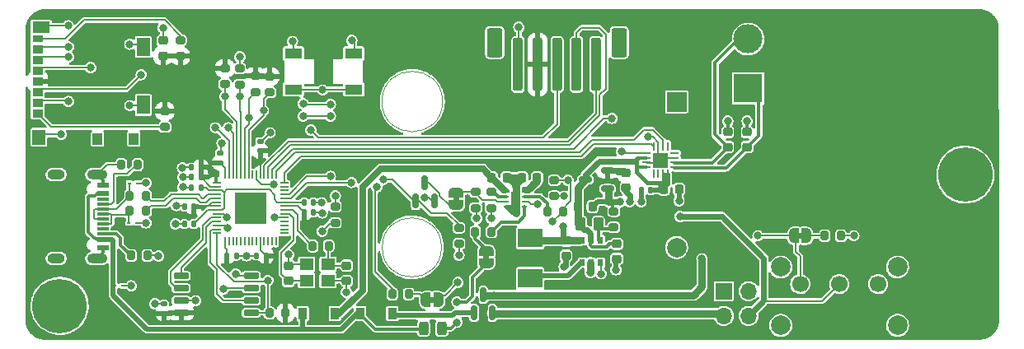
<source format=gtl>
G04 #@! TF.GenerationSoftware,KiCad,Pcbnew,6.0.11-2627ca5db0~126~ubuntu22.04.1*
G04 #@! TF.CreationDate,2024-06-10T16:45:34-04:00*
G04 #@! TF.ProjectId,board,626f6172-642e-46b6-9963-61645f706362,rev?*
G04 #@! TF.SameCoordinates,Original*
G04 #@! TF.FileFunction,Copper,L1,Top*
G04 #@! TF.FilePolarity,Positive*
%FSLAX46Y46*%
G04 Gerber Fmt 4.6, Leading zero omitted, Abs format (unit mm)*
G04 Created by KiCad (PCBNEW 6.0.11-2627ca5db0~126~ubuntu22.04.1) date 2024-06-10 16:45:34*
%MOMM*%
%LPD*%
G01*
G04 APERTURE LIST*
G04 Aperture macros list*
%AMRoundRect*
0 Rectangle with rounded corners*
0 $1 Rounding radius*
0 $2 $3 $4 $5 $6 $7 $8 $9 X,Y pos of 4 corners*
0 Add a 4 corners polygon primitive as box body*
4,1,4,$2,$3,$4,$5,$6,$7,$8,$9,$2,$3,0*
0 Add four circle primitives for the rounded corners*
1,1,$1+$1,$2,$3*
1,1,$1+$1,$4,$5*
1,1,$1+$1,$6,$7*
1,1,$1+$1,$8,$9*
0 Add four rect primitives between the rounded corners*
20,1,$1+$1,$2,$3,$4,$5,0*
20,1,$1+$1,$4,$5,$6,$7,0*
20,1,$1+$1,$6,$7,$8,$9,0*
20,1,$1+$1,$8,$9,$2,$3,0*%
%AMFreePoly0*
4,1,22,0.500000,-0.750000,0.000000,-0.750000,0.000000,-0.745033,-0.079941,-0.743568,-0.215256,-0.701293,-0.333266,-0.622738,-0.424486,-0.514219,-0.481581,-0.384460,-0.499164,-0.250000,-0.500000,-0.250000,-0.500000,0.250000,-0.499164,0.250000,-0.499963,0.256109,-0.478152,0.396186,-0.417904,0.524511,-0.324060,0.630769,-0.204165,0.706417,-0.067858,0.745374,0.000000,0.744959,0.000000,0.750000,
0.500000,0.750000,0.500000,-0.750000,0.500000,-0.750000,$1*%
%AMFreePoly1*
4,1,20,0.000000,0.744959,0.073905,0.744508,0.209726,0.703889,0.328688,0.626782,0.421226,0.519385,0.479903,0.390333,0.500000,0.250000,0.500000,-0.250000,0.499851,-0.262216,0.476331,-0.402017,0.414519,-0.529596,0.319384,-0.634700,0.198574,-0.708877,0.061801,-0.746166,0.000000,-0.745033,0.000000,-0.750000,-0.500000,-0.750000,-0.500000,0.750000,0.000000,0.750000,0.000000,0.744959,
0.000000,0.744959,$1*%
G04 Aperture macros list end*
G04 #@! TA.AperFunction,NonConductor*
%ADD10C,0.100000*%
G04 #@! TD*
G04 #@! TA.AperFunction,SMDPad,CuDef*
%ADD11R,0.900000X1.200000*%
G04 #@! TD*
G04 #@! TA.AperFunction,SMDPad,CuDef*
%ADD12RoundRect,0.225000X0.250000X-0.225000X0.250000X0.225000X-0.250000X0.225000X-0.250000X-0.225000X0*%
G04 #@! TD*
G04 #@! TA.AperFunction,SMDPad,CuDef*
%ADD13RoundRect,0.200000X0.275000X-0.200000X0.275000X0.200000X-0.275000X0.200000X-0.275000X-0.200000X0*%
G04 #@! TD*
G04 #@! TA.AperFunction,SMDPad,CuDef*
%ADD14RoundRect,0.140000X0.140000X0.170000X-0.140000X0.170000X-0.140000X-0.170000X0.140000X-0.170000X0*%
G04 #@! TD*
G04 #@! TA.AperFunction,SMDPad,CuDef*
%ADD15RoundRect,0.200000X-0.275000X0.200000X-0.275000X-0.200000X0.275000X-0.200000X0.275000X0.200000X0*%
G04 #@! TD*
G04 #@! TA.AperFunction,SMDPad,CuDef*
%ADD16RoundRect,0.150000X0.512500X0.150000X-0.512500X0.150000X-0.512500X-0.150000X0.512500X-0.150000X0*%
G04 #@! TD*
G04 #@! TA.AperFunction,SMDPad,CuDef*
%ADD17FreePoly0,180.000000*%
G04 #@! TD*
G04 #@! TA.AperFunction,SMDPad,CuDef*
%ADD18FreePoly1,180.000000*%
G04 #@! TD*
G04 #@! TA.AperFunction,SMDPad,CuDef*
%ADD19FreePoly0,90.000000*%
G04 #@! TD*
G04 #@! TA.AperFunction,SMDPad,CuDef*
%ADD20FreePoly1,90.000000*%
G04 #@! TD*
G04 #@! TA.AperFunction,SMDPad,CuDef*
%ADD21RoundRect,0.200000X-0.200000X-0.275000X0.200000X-0.275000X0.200000X0.275000X-0.200000X0.275000X0*%
G04 #@! TD*
G04 #@! TA.AperFunction,SMDPad,CuDef*
%ADD22RoundRect,0.225000X-0.250000X0.225000X-0.250000X-0.225000X0.250000X-0.225000X0.250000X0.225000X0*%
G04 #@! TD*
G04 #@! TA.AperFunction,ComponentPad*
%ADD23R,3.000000X3.000000*%
G04 #@! TD*
G04 #@! TA.AperFunction,ComponentPad*
%ADD24C,3.000000*%
G04 #@! TD*
G04 #@! TA.AperFunction,SMDPad,CuDef*
%ADD25R,0.360000X0.250000*%
G04 #@! TD*
G04 #@! TA.AperFunction,SMDPad,CuDef*
%ADD26R,0.510000X0.700000*%
G04 #@! TD*
G04 #@! TA.AperFunction,SMDPad,CuDef*
%ADD27RoundRect,0.140000X-0.140000X-0.170000X0.140000X-0.170000X0.140000X0.170000X-0.140000X0.170000X0*%
G04 #@! TD*
G04 #@! TA.AperFunction,SMDPad,CuDef*
%ADD28RoundRect,0.200000X0.200000X0.275000X-0.200000X0.275000X-0.200000X-0.275000X0.200000X-0.275000X0*%
G04 #@! TD*
G04 #@! TA.AperFunction,ComponentPad*
%ADD29C,2.000000*%
G04 #@! TD*
G04 #@! TA.AperFunction,ComponentPad*
%ADD30C,1.700000*%
G04 #@! TD*
G04 #@! TA.AperFunction,ComponentPad*
%ADD31C,5.600000*%
G04 #@! TD*
G04 #@! TA.AperFunction,SMDPad,CuDef*
%ADD32RoundRect,0.150000X0.150000X-0.587500X0.150000X0.587500X-0.150000X0.587500X-0.150000X-0.587500X0*%
G04 #@! TD*
G04 #@! TA.AperFunction,SMDPad,CuDef*
%ADD33RoundRect,0.225000X-0.225000X-0.250000X0.225000X-0.250000X0.225000X0.250000X-0.225000X0.250000X0*%
G04 #@! TD*
G04 #@! TA.AperFunction,SMDPad,CuDef*
%ADD34RoundRect,0.050000X0.050000X-0.387500X0.050000X0.387500X-0.050000X0.387500X-0.050000X-0.387500X0*%
G04 #@! TD*
G04 #@! TA.AperFunction,SMDPad,CuDef*
%ADD35RoundRect,0.050000X0.387500X-0.050000X0.387500X0.050000X-0.387500X0.050000X-0.387500X-0.050000X0*%
G04 #@! TD*
G04 #@! TA.AperFunction,SMDPad,CuDef*
%ADD36R,3.200000X3.200000*%
G04 #@! TD*
G04 #@! TA.AperFunction,SMDPad,CuDef*
%ADD37R,1.100000X0.850000*%
G04 #@! TD*
G04 #@! TA.AperFunction,SMDPad,CuDef*
%ADD38R,1.100000X0.750000*%
G04 #@! TD*
G04 #@! TA.AperFunction,SMDPad,CuDef*
%ADD39R,1.000000X1.200000*%
G04 #@! TD*
G04 #@! TA.AperFunction,SMDPad,CuDef*
%ADD40R,1.350000X1.900000*%
G04 #@! TD*
G04 #@! TA.AperFunction,SMDPad,CuDef*
%ADD41R,1.800000X1.170000*%
G04 #@! TD*
G04 #@! TA.AperFunction,SMDPad,CuDef*
%ADD42R,1.350000X1.550000*%
G04 #@! TD*
G04 #@! TA.AperFunction,SMDPad,CuDef*
%ADD43RoundRect,0.062500X-0.375000X-0.062500X0.375000X-0.062500X0.375000X0.062500X-0.375000X0.062500X0*%
G04 #@! TD*
G04 #@! TA.AperFunction,SMDPad,CuDef*
%ADD44RoundRect,0.062500X-0.062500X-0.375000X0.062500X-0.375000X0.062500X0.375000X-0.062500X0.375000X0*%
G04 #@! TD*
G04 #@! TA.AperFunction,SMDPad,CuDef*
%ADD45R,1.600000X1.600000*%
G04 #@! TD*
G04 #@! TA.AperFunction,SMDPad,CuDef*
%ADD46RoundRect,0.243750X0.243750X0.456250X-0.243750X0.456250X-0.243750X-0.456250X0.243750X-0.456250X0*%
G04 #@! TD*
G04 #@! TA.AperFunction,SMDPad,CuDef*
%ADD47RoundRect,0.140000X0.170000X-0.140000X0.170000X0.140000X-0.170000X0.140000X-0.170000X-0.140000X0*%
G04 #@! TD*
G04 #@! TA.AperFunction,SMDPad,CuDef*
%ADD48R,1.240000X0.600000*%
G04 #@! TD*
G04 #@! TA.AperFunction,SMDPad,CuDef*
%ADD49R,1.240000X0.300000*%
G04 #@! TD*
G04 #@! TA.AperFunction,ComponentPad*
%ADD50O,2.100000X1.000000*%
G04 #@! TD*
G04 #@! TA.AperFunction,ComponentPad*
%ADD51O,1.800000X1.000000*%
G04 #@! TD*
G04 #@! TA.AperFunction,SMDPad,CuDef*
%ADD52R,0.500000X0.250000*%
G04 #@! TD*
G04 #@! TA.AperFunction,SMDPad,CuDef*
%ADD53R,0.900000X1.600000*%
G04 #@! TD*
G04 #@! TA.AperFunction,SMDPad,CuDef*
%ADD54RoundRect,0.225000X0.225000X0.250000X-0.225000X0.250000X-0.225000X-0.250000X0.225000X-0.250000X0*%
G04 #@! TD*
G04 #@! TA.AperFunction,SMDPad,CuDef*
%ADD55R,2.500000X1.900000*%
G04 #@! TD*
G04 #@! TA.AperFunction,SMDPad,CuDef*
%ADD56RoundRect,0.150000X0.650000X0.150000X-0.650000X0.150000X-0.650000X-0.150000X0.650000X-0.150000X0*%
G04 #@! TD*
G04 #@! TA.AperFunction,SMDPad,CuDef*
%ADD57R,1.800000X1.100000*%
G04 #@! TD*
G04 #@! TA.AperFunction,ComponentPad*
%ADD58R,1.700000X1.700000*%
G04 #@! TD*
G04 #@! TA.AperFunction,ComponentPad*
%ADD59O,1.700000X1.700000*%
G04 #@! TD*
G04 #@! TA.AperFunction,SMDPad,CuDef*
%ADD60RoundRect,0.250000X-0.250000X-2.500000X0.250000X-2.500000X0.250000X2.500000X-0.250000X2.500000X0*%
G04 #@! TD*
G04 #@! TA.AperFunction,SMDPad,CuDef*
%ADD61RoundRect,0.250000X-0.550000X-1.250000X0.550000X-1.250000X0.550000X1.250000X-0.550000X1.250000X0*%
G04 #@! TD*
G04 #@! TA.AperFunction,SMDPad,CuDef*
%ADD62RoundRect,0.250000X-0.262500X-0.450000X0.262500X-0.450000X0.262500X0.450000X-0.262500X0.450000X0*%
G04 #@! TD*
G04 #@! TA.AperFunction,SMDPad,CuDef*
%ADD63R,1.400000X1.200000*%
G04 #@! TD*
G04 #@! TA.AperFunction,ComponentPad*
%ADD64R,2.000000X2.000000*%
G04 #@! TD*
G04 #@! TA.AperFunction,ViaPad*
%ADD65C,0.800000*%
G04 #@! TD*
G04 #@! TA.AperFunction,Conductor*
%ADD66C,0.800000*%
G04 #@! TD*
G04 #@! TA.AperFunction,Conductor*
%ADD67C,0.200000*%
G04 #@! TD*
G04 #@! TA.AperFunction,Conductor*
%ADD68C,0.600000*%
G04 #@! TD*
G04 #@! TA.AperFunction,Conductor*
%ADD69C,0.300000*%
G04 #@! TD*
G04 #@! TA.AperFunction,Conductor*
%ADD70C,0.500000*%
G04 #@! TD*
G04 #@! TA.AperFunction,Conductor*
%ADD71C,0.380000*%
G04 #@! TD*
G04 #@! TA.AperFunction,Conductor*
%ADD72C,0.190000*%
G04 #@! TD*
G04 #@! TA.AperFunction,Conductor*
%ADD73C,0.700000*%
G04 #@! TD*
G04 #@! TA.AperFunction,Conductor*
%ADD74C,0.450000*%
G04 #@! TD*
G04 #@! TA.AperFunction,Conductor*
%ADD75C,0.350000*%
G04 #@! TD*
G04 APERTURE END LIST*
D10*
X139815000Y-67490000D02*
G75*
G03*
X139815000Y-67490000I-3110016J0D01*
G01*
X139705000Y-82490000D02*
G75*
G03*
X139705000Y-82490000I-3040075J0D01*
G01*
G36*
X176800000Y-81600000D02*
G01*
X176300000Y-81600000D01*
X176300000Y-81000000D01*
X176800000Y-81000000D01*
X176800000Y-81600000D01*
G37*
G36*
X141500000Y-77750000D02*
G01*
X140900000Y-77750000D01*
X140900000Y-77250000D01*
X141500000Y-77250000D01*
X141500000Y-77750000D01*
G37*
G36*
X144600000Y-83750000D02*
G01*
X144000000Y-83750000D01*
X144000000Y-83250000D01*
X144600000Y-83250000D01*
X144600000Y-83750000D01*
G37*
G36*
X139000000Y-88200000D02*
G01*
X138500000Y-88200000D01*
X138500000Y-87600000D01*
X139000000Y-87600000D01*
X139000000Y-88200000D01*
G37*
D11*
X128750000Y-89300000D03*
X125450000Y-89300000D03*
D12*
X111100000Y-62775000D03*
X111100000Y-61225000D03*
D13*
X144807500Y-78435000D03*
X144807500Y-76785000D03*
D14*
X121695000Y-83350000D03*
X120735000Y-83350000D03*
D15*
X128795000Y-78305000D03*
X128795000Y-79955000D03*
D16*
X156767500Y-76470000D03*
X156767500Y-74570000D03*
X154492500Y-75520000D03*
D17*
X177200000Y-81300000D03*
D18*
X175900000Y-81300000D03*
D11*
X134650000Y-89300000D03*
X131350000Y-89300000D03*
D19*
X141200000Y-78150000D03*
D20*
X141200000Y-76850000D03*
D21*
X179075000Y-81300000D03*
X180725000Y-81300000D03*
D22*
X152500000Y-81795000D03*
X152500000Y-83345000D03*
D14*
X115005000Y-74270000D03*
X114045000Y-74270000D03*
X161201250Y-76610000D03*
X160241250Y-76610000D03*
D23*
X171200000Y-66140000D03*
D24*
X171200000Y-61060000D03*
D25*
X107597500Y-79975000D03*
X108437500Y-79975000D03*
D14*
X115015000Y-76320000D03*
X114055000Y-76320000D03*
D26*
X154150000Y-84060000D03*
X155100000Y-84060000D03*
X156050000Y-84060000D03*
X156050000Y-81740000D03*
X155100000Y-81740000D03*
X154150000Y-81740000D03*
D27*
X125605000Y-77880000D03*
X126565000Y-77880000D03*
D28*
X123700000Y-89230000D03*
X122050000Y-89230000D03*
D21*
X134675000Y-87300000D03*
X136325000Y-87300000D03*
D12*
X171100000Y-72175000D03*
X171100000Y-70625000D03*
D29*
X174542500Y-90517500D03*
X174542500Y-84517500D03*
X186542500Y-84517500D03*
X186542500Y-90517500D03*
D30*
X176542500Y-86267500D03*
X180542500Y-86267500D03*
X184542500Y-86267500D03*
D31*
X193500000Y-75007500D03*
D32*
X137050000Y-77737500D03*
X138950000Y-77737500D03*
X138000000Y-75862500D03*
D15*
X111300000Y-68475000D03*
X111300000Y-70125000D03*
D14*
X114255000Y-78290000D03*
X113295000Y-78290000D03*
D28*
X128130000Y-82350000D03*
X126480000Y-82350000D03*
D33*
X153685000Y-78300000D03*
X155235000Y-78300000D03*
D21*
X107700000Y-78725000D03*
X109350000Y-78725000D03*
D13*
X112900000Y-62825000D03*
X112900000Y-61175000D03*
X151300000Y-77225000D03*
X151300000Y-75575000D03*
D22*
X129965000Y-84375000D03*
X129965000Y-85925000D03*
D25*
X107645000Y-75890000D03*
X108485000Y-75890000D03*
D27*
X125595000Y-78890000D03*
X126555000Y-78890000D03*
D15*
X120575000Y-64875000D03*
X120575000Y-66525000D03*
D22*
X158670000Y-74785000D03*
X158670000Y-76335000D03*
D34*
X117505000Y-81877500D03*
X117905000Y-81877500D03*
X118305000Y-81877500D03*
X118705000Y-81877500D03*
X119105000Y-81877500D03*
X119505000Y-81877500D03*
X119905000Y-81877500D03*
X120305000Y-81877500D03*
X120705000Y-81877500D03*
X121105000Y-81877500D03*
X121505000Y-81877500D03*
X121905000Y-81877500D03*
X122305000Y-81877500D03*
X122705000Y-81877500D03*
D35*
X123542500Y-81040000D03*
X123542500Y-80640000D03*
X123542500Y-80240000D03*
X123542500Y-79840000D03*
X123542500Y-79440000D03*
X123542500Y-79040000D03*
X123542500Y-78640000D03*
X123542500Y-78240000D03*
X123542500Y-77840000D03*
X123542500Y-77440000D03*
X123542500Y-77040000D03*
X123542500Y-76640000D03*
X123542500Y-76240000D03*
X123542500Y-75840000D03*
D34*
X122705000Y-75002500D03*
X122305000Y-75002500D03*
X121905000Y-75002500D03*
X121505000Y-75002500D03*
X121105000Y-75002500D03*
X120705000Y-75002500D03*
X120305000Y-75002500D03*
X119905000Y-75002500D03*
X119505000Y-75002500D03*
X119105000Y-75002500D03*
X118705000Y-75002500D03*
X118305000Y-75002500D03*
X117905000Y-75002500D03*
X117505000Y-75002500D03*
D35*
X116667500Y-75840000D03*
X116667500Y-76240000D03*
X116667500Y-76640000D03*
X116667500Y-77040000D03*
X116667500Y-77440000D03*
X116667500Y-77840000D03*
X116667500Y-78240000D03*
X116667500Y-78640000D03*
X116667500Y-79040000D03*
X116667500Y-79440000D03*
X116667500Y-79840000D03*
X116667500Y-80240000D03*
X116667500Y-80640000D03*
X116667500Y-81040000D03*
D36*
X120105000Y-78440000D03*
D37*
X98250000Y-68705000D03*
X98250000Y-67605000D03*
X98250000Y-66505000D03*
X98250000Y-65405000D03*
X98250000Y-64305000D03*
X98250000Y-63205000D03*
X98250000Y-62105000D03*
D38*
X98250000Y-61055000D03*
D39*
X104400000Y-71340000D03*
X108100000Y-71340000D03*
D40*
X109075000Y-67840000D03*
D41*
X98600000Y-59845000D03*
D40*
X109075000Y-61870000D03*
D42*
X98375000Y-71165000D03*
D19*
X144300000Y-84150000D03*
D20*
X144300000Y-82850000D03*
D17*
X139400000Y-87900000D03*
D18*
X138100000Y-87900000D03*
D13*
X118985000Y-65735000D03*
X118985000Y-64085000D03*
D31*
X100500000Y-88507500D03*
D13*
X143222500Y-78435000D03*
X143222500Y-76785000D03*
D43*
X160783750Y-72765000D03*
X160783750Y-73265000D03*
X160783750Y-73765000D03*
X160783750Y-74265000D03*
D44*
X161471250Y-74952500D03*
X161971250Y-74952500D03*
X162471250Y-74952500D03*
X162971250Y-74952500D03*
D43*
X163658750Y-74265000D03*
X163658750Y-73765000D03*
X163658750Y-73265000D03*
X163658750Y-72765000D03*
D44*
X162971250Y-72077500D03*
X162471250Y-72077500D03*
X161971250Y-72077500D03*
X161471250Y-72077500D03*
D45*
X162221250Y-73515000D03*
D46*
X139737500Y-90800000D03*
X137862500Y-90800000D03*
D21*
X143175000Y-80900000D03*
X144825000Y-80900000D03*
D13*
X157400000Y-80425000D03*
X157400000Y-78775000D03*
D27*
X117685000Y-83360000D03*
X118645000Y-83360000D03*
D47*
X121100000Y-72580000D03*
X121100000Y-71620000D03*
D48*
X104940000Y-76120000D03*
X104940000Y-76920000D03*
D49*
X104940000Y-78070000D03*
X104940000Y-79070000D03*
X104940000Y-79570000D03*
X104940000Y-80570000D03*
D48*
X104940000Y-81720000D03*
X104940000Y-82520000D03*
X104940000Y-82520000D03*
X104940000Y-81720000D03*
D49*
X104940000Y-81070000D03*
X104940000Y-80070000D03*
X104940000Y-78570000D03*
X104940000Y-77570000D03*
D48*
X104940000Y-76920000D03*
X104940000Y-76120000D03*
D50*
X104340000Y-83640000D03*
D51*
X100140000Y-75000000D03*
D50*
X104340000Y-75000000D03*
D51*
X100140000Y-83640000D03*
D28*
X109500000Y-83330000D03*
X107850000Y-83330000D03*
D14*
X114255000Y-80090000D03*
X113295000Y-80090000D03*
D21*
X150575000Y-78770000D03*
X152225000Y-78770000D03*
D47*
X116975000Y-73770000D03*
X116975000Y-72810000D03*
X111195000Y-89280000D03*
X111195000Y-88320000D03*
D21*
X107700000Y-77200000D03*
X109350000Y-77200000D03*
D52*
X146357500Y-76760000D03*
X146357500Y-77260000D03*
X146357500Y-77760000D03*
X146357500Y-78260000D03*
X148257500Y-78260000D03*
X148257500Y-77760000D03*
X148257500Y-77260000D03*
X148257500Y-76760000D03*
D53*
X147307500Y-77510000D03*
D15*
X117475000Y-64065000D03*
X117475000Y-65715000D03*
D22*
X157700000Y-82125000D03*
X157700000Y-83675000D03*
D54*
X149522500Y-75300000D03*
X147972500Y-75300000D03*
D14*
X115005000Y-75280000D03*
X114045000Y-75280000D03*
D55*
X148800000Y-81550000D03*
X148800000Y-85650000D03*
D56*
X120165000Y-89215000D03*
X120165000Y-87945000D03*
X120165000Y-86675000D03*
X120165000Y-85405000D03*
X112965000Y-85405000D03*
X112965000Y-86675000D03*
X112965000Y-87945000D03*
X112965000Y-89215000D03*
D25*
X106167500Y-86440000D03*
X107007500Y-86440000D03*
D15*
X122075000Y-64885000D03*
X122075000Y-66535000D03*
D57*
X130700000Y-62550000D03*
X124500000Y-62550000D03*
X130700000Y-66250000D03*
X124500000Y-66250000D03*
D13*
X141500000Y-82125000D03*
X141500000Y-80475000D03*
D58*
X168700000Y-87000000D03*
D59*
X171240000Y-87000000D03*
X168700000Y-89540000D03*
X171240000Y-89540000D03*
D28*
X108500000Y-73975000D03*
X106850000Y-73975000D03*
D60*
X147575000Y-63675000D03*
X149575000Y-63675000D03*
X151575000Y-63675000D03*
X153575000Y-63675000D03*
X155575000Y-63675000D03*
D61*
X145175000Y-61425000D03*
X157975000Y-61425000D03*
D22*
X123995000Y-84405000D03*
X123995000Y-85955000D03*
D62*
X153987500Y-80110000D03*
X155812500Y-80110000D03*
D33*
X162546250Y-76510000D03*
X164096250Y-76510000D03*
D22*
X169100000Y-70625000D03*
X169100000Y-72175000D03*
D63*
X125855000Y-85920000D03*
X128055000Y-85920000D03*
X128055000Y-84220000D03*
X125855000Y-84220000D03*
D32*
X143050000Y-89237500D03*
X144950000Y-89237500D03*
X144000000Y-87362500D03*
D33*
X144867500Y-75320000D03*
X146417500Y-75320000D03*
D64*
X163855000Y-67520000D03*
D29*
X163855000Y-82510000D03*
D65*
X145100000Y-87400000D03*
X149130000Y-76032500D03*
X141400000Y-86100000D03*
X166455000Y-83650000D03*
X141500000Y-83300000D03*
X152300000Y-84500000D03*
X107700000Y-67900000D03*
X147337500Y-78940000D03*
X152700000Y-75600000D03*
X112375000Y-80090000D03*
X112465000Y-78190000D03*
X119685000Y-83360000D03*
X121065000Y-77510000D03*
X122100000Y-70700000D03*
X113115000Y-74290000D03*
X118995000Y-62900000D03*
X109375000Y-75880000D03*
X138000000Y-77400000D03*
X147337500Y-76240000D03*
X158047500Y-77792500D03*
X113125000Y-76280000D03*
X117175000Y-71790000D03*
X113125000Y-75270000D03*
X160900000Y-71100000D03*
X119035000Y-79420000D03*
X147650000Y-59850000D03*
X110275000Y-88290000D03*
X100660000Y-70875000D03*
X143322500Y-79500000D03*
X171100000Y-69500000D03*
X182050000Y-81300000D03*
X127425000Y-77900000D03*
X124400000Y-61300000D03*
X164100000Y-77700000D03*
X109345000Y-79970000D03*
X157625000Y-84800000D03*
X162203125Y-73496875D03*
X122525000Y-79430000D03*
X169100000Y-69500000D03*
X155000000Y-85100000D03*
X144822500Y-79500000D03*
X127455000Y-78940000D03*
X118565000Y-85210000D03*
X156857500Y-77792500D03*
X151115000Y-79860000D03*
X147337500Y-77780000D03*
X111100000Y-59900000D03*
X101385000Y-59700000D03*
X121165000Y-79480000D03*
X107700000Y-61600000D03*
X101395000Y-62900000D03*
X160200000Y-77800000D03*
X107850000Y-86450000D03*
X159025000Y-77800000D03*
X130500000Y-61200000D03*
X119045000Y-77530000D03*
X110655000Y-83380000D03*
X129945000Y-87120000D03*
X124005000Y-83250000D03*
X130675000Y-81950000D03*
X107875000Y-87890000D03*
X131500000Y-74000000D03*
X128600000Y-70400000D03*
X133000000Y-86600000D03*
X130500000Y-74000000D03*
X106275000Y-89190000D03*
X129600000Y-70400000D03*
X152225000Y-80300000D03*
X164200000Y-79300000D03*
X141300000Y-90200000D03*
X141300000Y-88100000D03*
X119925000Y-69150000D03*
X101400000Y-67475000D03*
X108875000Y-64720500D03*
X117465000Y-66980500D03*
X103675000Y-63990000D03*
X118985000Y-66990000D03*
X121425000Y-68400000D03*
X101390000Y-61865000D03*
X122460340Y-76020801D03*
X126300000Y-70420500D03*
X152320500Y-77234520D03*
X149609161Y-78040124D03*
X128795000Y-77195000D03*
X127512500Y-66312500D03*
X121875000Y-85890000D03*
X127450000Y-80825000D03*
X158200000Y-72600000D03*
X157200000Y-69220500D03*
X130480480Y-75819520D03*
X128300000Y-75190520D03*
X114475000Y-87990000D03*
X117684500Y-79400000D03*
X117305000Y-86760000D03*
X117705000Y-80500000D03*
X128300000Y-69000000D03*
X125500000Y-69000000D03*
X117800000Y-70200000D03*
X133707256Y-75529500D03*
X133056406Y-76261497D03*
X116500000Y-70200000D03*
X128300000Y-67800000D03*
X125500000Y-67700000D03*
X172200000Y-81300000D03*
X156100000Y-85200000D03*
D66*
X166455000Y-86545000D02*
X166455000Y-83650000D01*
D67*
X148037500Y-76380000D02*
X148107500Y-76310000D01*
D68*
X148307500Y-76510000D02*
X148652500Y-76510000D01*
D67*
X149130000Y-76307500D02*
X149130000Y-76032500D01*
D66*
X144037500Y-87400000D02*
X144000000Y-87362500D01*
X145100000Y-87400000D02*
X144037500Y-87400000D01*
D67*
X149130000Y-76407500D02*
X149130000Y-76032500D01*
X148257500Y-76760000D02*
X148327500Y-76830000D01*
X148607500Y-76830000D02*
X149130000Y-76307500D01*
D66*
X159700000Y-87400000D02*
X165600000Y-87400000D01*
D67*
X139400000Y-87600000D02*
X139580000Y-87420000D01*
D66*
X165600000Y-87400000D02*
X166455000Y-86545000D01*
D67*
X148327500Y-76830000D02*
X148707500Y-76830000D01*
X148607500Y-76310000D02*
X148730000Y-76432500D01*
X148037500Y-76810000D02*
X148037500Y-76380000D01*
X148107500Y-76310000D02*
X148607500Y-76310000D01*
D68*
X148652500Y-76510000D02*
X148730000Y-76432500D01*
D67*
X140080000Y-87420000D02*
X141400000Y-86100000D01*
D66*
X148730000Y-76432500D02*
X149522500Y-75640000D01*
D67*
X148707500Y-76830000D02*
X149130000Y-76407500D01*
X139580000Y-87420000D02*
X140080000Y-87420000D01*
X148327500Y-76830000D02*
X148607500Y-76830000D01*
D66*
X145100000Y-87400000D02*
X159700000Y-87400000D01*
D67*
X148207500Y-76810000D02*
X148037500Y-76810000D01*
D69*
X149130000Y-76032500D02*
X149247515Y-76032500D01*
D67*
X148257500Y-76760000D02*
X148207500Y-76810000D01*
D66*
X147337500Y-75935000D02*
X147972500Y-75300000D01*
D69*
X146937500Y-78940000D02*
X146357500Y-78360000D01*
D70*
X164096250Y-77696250D02*
X164096250Y-76510000D01*
D67*
X180725000Y-81300000D02*
X182050000Y-81300000D01*
X110605000Y-83330000D02*
X110655000Y-83380000D01*
D69*
X104940000Y-83040000D02*
X104340000Y-83640000D01*
D66*
X156857500Y-76560000D02*
X156767500Y-76470000D01*
D67*
X138412500Y-77400000D02*
X138950000Y-77937500D01*
X152700000Y-75600000D02*
X153000000Y-75900000D01*
X107850000Y-86450000D02*
X107840000Y-86440000D01*
D68*
X158670000Y-76745000D02*
X158670000Y-76335000D01*
D69*
X156857500Y-77792500D02*
X157300000Y-78235000D01*
D66*
X147952500Y-75320000D02*
X147972500Y-75300000D01*
X147337500Y-76040000D02*
X146617500Y-75320000D01*
D67*
X151910000Y-78770000D02*
X151910000Y-79065000D01*
X147650000Y-59850000D02*
X147650000Y-63600000D01*
X143322500Y-79500000D02*
X143322500Y-78650000D01*
D70*
X155742500Y-77792500D02*
X156857500Y-77792500D01*
D67*
X114055000Y-76320000D02*
X113165000Y-76320000D01*
X130500000Y-61200000D02*
X130775000Y-61475000D01*
X138000000Y-77400000D02*
X138412500Y-77400000D01*
D71*
X171100000Y-70625000D02*
X171100000Y-69500000D01*
D69*
X147307500Y-77510000D02*
X147307500Y-77845000D01*
D70*
X160200000Y-77800000D02*
X160241250Y-77758750D01*
D67*
X153000000Y-75900000D02*
X153000000Y-77680000D01*
X100660000Y-70875000D02*
X98665000Y-70875000D01*
X143322500Y-78650000D02*
X143107500Y-78435000D01*
D72*
X104340000Y-75000000D02*
X105365000Y-73975000D01*
D66*
X156857500Y-77792500D02*
X156857500Y-76560000D01*
D67*
X122535000Y-79440000D02*
X122525000Y-79430000D01*
D68*
X152425000Y-84375000D02*
X152425000Y-83375000D01*
D67*
X118985000Y-62910000D02*
X118985000Y-64085000D01*
X127405000Y-78890000D02*
X126555000Y-78890000D01*
X129965000Y-85925000D02*
X129965000Y-87100000D01*
X118565000Y-85210000D02*
X118750000Y-85395000D01*
X123995000Y-83260000D02*
X124005000Y-83250000D01*
X124400000Y-61300000D02*
X124500000Y-61400000D01*
D68*
X158047500Y-77792500D02*
X156857500Y-77792500D01*
D67*
X128060000Y-85925000D02*
X128055000Y-85920000D01*
X123995000Y-84405000D02*
X123995000Y-83260000D01*
X113165000Y-76320000D02*
X113125000Y-76280000D01*
D70*
X164100000Y-77700000D02*
X164096250Y-77696250D01*
D69*
X146892500Y-78260000D02*
X146357500Y-78260000D01*
D67*
X118995000Y-62900000D02*
X118985000Y-62910000D01*
X120735000Y-83350000D02*
X119695000Y-83350000D01*
D66*
X155000000Y-84060000D02*
X155000000Y-85100000D01*
D67*
X162203125Y-73496875D02*
X162256250Y-73550000D01*
D72*
X109345000Y-79970000D02*
X109340000Y-79975000D01*
D67*
X141500000Y-82125000D02*
X141500000Y-83300000D01*
X127405000Y-77880000D02*
X127425000Y-77900000D01*
D70*
X157625000Y-83675000D02*
X157625000Y-84800000D01*
D67*
X144822500Y-79500000D02*
X144807500Y-79485000D01*
X107700000Y-61600000D02*
X108805000Y-61600000D01*
X114045000Y-75280000D02*
X113135000Y-75280000D01*
D70*
X160241250Y-77758750D02*
X160241250Y-76610000D01*
D67*
X111100000Y-61225000D02*
X111100000Y-59900000D01*
X161971250Y-73265000D02*
X162203125Y-73496875D01*
X117175000Y-71790000D02*
X117025000Y-71940000D01*
D69*
X146657500Y-78260000D02*
X146357500Y-78260000D01*
X147337500Y-78940000D02*
X146657500Y-78260000D01*
D67*
X152700000Y-75600000D02*
X152675000Y-75575000D01*
X130775000Y-61475000D02*
X130775000Y-62550000D01*
X101395000Y-62900000D02*
X98555000Y-62900000D01*
X98555000Y-62900000D02*
X98250000Y-63205000D01*
X122100000Y-70700000D02*
X121180000Y-71620000D01*
X153000000Y-77680000D02*
X151910000Y-78770000D01*
X107840000Y-86440000D02*
X107007500Y-86440000D01*
D69*
X157300000Y-78235000D02*
X157300000Y-78705000D01*
D66*
X146617500Y-75320000D02*
X146417500Y-75320000D01*
D67*
X129965000Y-87100000D02*
X129945000Y-87120000D01*
D72*
X109365000Y-75890000D02*
X108485000Y-75890000D01*
D67*
X125855000Y-84220000D02*
X124180000Y-84220000D01*
X161971250Y-72077500D02*
X161971250Y-73265000D01*
D69*
X104940000Y-75600000D02*
X104340000Y-75000000D01*
X104940000Y-76120000D02*
X104940000Y-75600000D01*
D67*
X121180000Y-71620000D02*
X121100000Y-71620000D01*
D71*
X169100000Y-70625000D02*
X169100000Y-69500000D01*
D69*
X104940000Y-82520000D02*
X104940000Y-83040000D01*
D67*
X161971250Y-71655632D02*
X161971250Y-72077500D01*
D69*
X146357500Y-78360000D02*
X146357500Y-78260000D01*
D67*
X161415618Y-71100000D02*
X161971250Y-71655632D01*
D66*
X147337500Y-77540000D02*
X147307500Y-77510000D01*
X146417500Y-75320000D02*
X147952500Y-75320000D01*
D67*
X127455000Y-78940000D02*
X127405000Y-78890000D01*
X113135000Y-74270000D02*
X113115000Y-74290000D01*
X151910000Y-79065000D02*
X151115000Y-79860000D01*
X147650000Y-63600000D02*
X147575000Y-63675000D01*
X119695000Y-83350000D02*
X119685000Y-83360000D01*
X111165000Y-88290000D02*
X111195000Y-88320000D01*
D72*
X109375000Y-75880000D02*
X109365000Y-75890000D01*
D67*
X109500000Y-83330000D02*
X110605000Y-83330000D01*
D70*
X155235000Y-78300000D02*
X155742500Y-77792500D01*
D67*
X101385000Y-59700000D02*
X98745000Y-59700000D01*
X124180000Y-84220000D02*
X123995000Y-84405000D01*
D69*
X147337500Y-78940000D02*
X146937500Y-78940000D01*
D72*
X105365000Y-73975000D02*
X106850000Y-73975000D01*
D66*
X147337500Y-78940000D02*
X147337500Y-77540000D01*
D67*
X160900000Y-71100000D02*
X161415618Y-71100000D01*
X112465000Y-78190000D02*
X113415000Y-78190000D01*
D66*
X147337500Y-76240000D02*
X147337500Y-76040000D01*
D67*
X118750000Y-85395000D02*
X120165000Y-85395000D01*
D72*
X109340000Y-79975000D02*
X108437500Y-79975000D01*
D67*
X126565000Y-77880000D02*
X127405000Y-77880000D01*
X112375000Y-80090000D02*
X113295000Y-80090000D01*
D68*
X159025000Y-77100000D02*
X158670000Y-76745000D01*
D67*
X144807500Y-79485000D02*
X144807500Y-78535000D01*
D66*
X147337500Y-77480000D02*
X147337500Y-76240000D01*
D69*
X147307500Y-77845000D02*
X146892500Y-78260000D01*
D68*
X159025000Y-77800000D02*
X159025000Y-77100000D01*
D66*
X147337500Y-76240000D02*
X147337500Y-75935000D01*
D67*
X117025000Y-71940000D02*
X117025000Y-72520000D01*
X160818750Y-73800000D02*
X162006250Y-73800000D01*
X123542500Y-79440000D02*
X122535000Y-79440000D01*
X113135000Y-75280000D02*
X113125000Y-75270000D01*
X129965000Y-85925000D02*
X128060000Y-85925000D01*
X107700000Y-67900000D02*
X109015000Y-67900000D01*
X98665000Y-70875000D02*
X98375000Y-71165000D01*
X110275000Y-88290000D02*
X111165000Y-88290000D01*
X108805000Y-61600000D02*
X109075000Y-61870000D01*
X162006250Y-73800000D02*
X162256250Y-73550000D01*
X163693750Y-73300000D02*
X162506250Y-73300000D01*
X152675000Y-75575000D02*
X151300000Y-75575000D01*
X124500000Y-61400000D02*
X124500000Y-62550000D01*
X118645000Y-83360000D02*
X119685000Y-83360000D01*
X109015000Y-67900000D02*
X109075000Y-67840000D01*
X98745000Y-59700000D02*
X98600000Y-59845000D01*
D66*
X147307500Y-77510000D02*
X147337500Y-77480000D01*
D67*
X114045000Y-74270000D02*
X113135000Y-74270000D01*
D68*
X152300000Y-84500000D02*
X152425000Y-84375000D01*
D67*
X162506250Y-73300000D02*
X162256250Y-73550000D01*
D69*
X116575000Y-75670000D02*
X116575000Y-75280000D01*
D67*
X117500000Y-82500000D02*
X117500000Y-81882500D01*
X125635000Y-78930000D02*
X124945000Y-78240000D01*
X115995000Y-78240000D02*
X115765000Y-78240000D01*
X117505000Y-74300000D02*
X116975000Y-73770000D01*
D69*
X115565000Y-74270000D02*
X115005000Y-74270000D01*
D68*
X158455000Y-74570000D02*
X158670000Y-74785000D01*
D67*
X121695000Y-83350000D02*
X121105000Y-82760000D01*
D69*
X116575000Y-75280000D02*
X115565000Y-74270000D01*
D67*
X121105000Y-82760000D02*
X121105000Y-81877500D01*
X115965000Y-76240000D02*
X115005000Y-75280000D01*
X117685000Y-82685000D02*
X117500000Y-82500000D01*
X116165000Y-77840000D02*
X115765000Y-78240000D01*
X116667500Y-75762500D02*
X116575000Y-75670000D01*
X111260000Y-89215000D02*
X111195000Y-89280000D01*
X116667500Y-75840000D02*
X116667500Y-75762500D01*
X116667500Y-78240000D02*
X115995000Y-78240000D01*
X116667500Y-77840000D02*
X116165000Y-77840000D01*
X124945000Y-78240000D02*
X123835000Y-78240000D01*
X115765000Y-78240000D02*
X114425000Y-78240000D01*
X121105000Y-72585000D02*
X121100000Y-72580000D01*
X117505000Y-75002500D02*
X117505000Y-74300000D01*
D68*
X156767500Y-74570000D02*
X158455000Y-74570000D01*
D67*
X117685000Y-83360000D02*
X117685000Y-82685000D01*
X116667500Y-76240000D02*
X115965000Y-76240000D01*
X121105000Y-75002500D02*
X121105000Y-72585000D01*
X112965000Y-89215000D02*
X111260000Y-89215000D01*
X117500000Y-81882500D02*
X117505000Y-81877500D01*
X114425000Y-78240000D02*
X114375000Y-78190000D01*
D73*
X133500000Y-74400000D02*
X143947500Y-74400000D01*
X129200000Y-89300000D02*
X131605000Y-86895000D01*
D67*
X146577500Y-76810000D02*
X146577500Y-76680000D01*
X146357500Y-76760000D02*
X146507500Y-76610000D01*
D73*
X146127500Y-76580000D02*
X146177500Y-76580000D01*
D67*
X146577500Y-76680000D02*
X146357500Y-76460000D01*
D73*
X144867500Y-75320000D02*
X146127500Y-76580000D01*
D67*
X145217500Y-75320000D02*
X144867500Y-75320000D01*
X146507500Y-76610000D02*
X146357500Y-76460000D01*
X146357500Y-76760000D02*
X146287500Y-76830000D01*
D73*
X131605000Y-76295000D02*
X133500000Y-74400000D01*
X131605000Y-86895000D02*
X131605000Y-76295000D01*
D67*
X146287500Y-76830000D02*
X146107500Y-76830000D01*
D73*
X143947500Y-74400000D02*
X144867500Y-75320000D01*
X128750000Y-89300000D02*
X129200000Y-89300000D01*
D67*
X146127500Y-76810000D02*
X146577500Y-76810000D01*
X146107500Y-76830000D02*
X146127500Y-76810000D01*
X146357500Y-76460000D02*
X145217500Y-75320000D01*
D68*
X172800000Y-83600000D02*
X172800000Y-87980000D01*
X152225000Y-80300000D02*
X152225000Y-81720000D01*
D66*
X149045000Y-81795000D02*
X153865000Y-81795000D01*
D68*
X164200000Y-79300000D02*
X168500000Y-79300000D01*
D67*
X180542500Y-86267500D02*
X178810000Y-88000000D01*
D68*
X152225000Y-81720000D02*
X152300000Y-81795000D01*
D67*
X172780000Y-88000000D02*
X171240000Y-89540000D01*
D68*
X168500000Y-79300000D02*
X172800000Y-83600000D01*
D67*
X178810000Y-88000000D02*
X172780000Y-88000000D01*
D68*
X172800000Y-87980000D02*
X171240000Y-89540000D01*
D66*
X148800000Y-81550000D02*
X149045000Y-81795000D01*
D70*
X162546250Y-76510000D02*
X162446250Y-76610000D01*
D74*
X161836250Y-75840000D02*
X162786250Y-75840000D01*
D75*
X159835000Y-73265000D02*
X159500000Y-73600000D01*
D70*
X162446250Y-76610000D02*
X161201250Y-76610000D01*
D68*
X153697500Y-80110000D02*
X154287500Y-80700000D01*
D75*
X156975000Y-82125000D02*
X157625000Y-82125000D01*
X154492500Y-75307500D02*
X154492500Y-75520000D01*
X153785000Y-80022500D02*
X153697500Y-80110000D01*
X162800000Y-75831250D02*
X162800000Y-75193750D01*
X162800000Y-75193750D02*
X163006250Y-74987500D01*
D70*
X153697500Y-80110000D02*
X153697500Y-77657500D01*
D75*
X160035000Y-73265000D02*
X160783750Y-73265000D01*
X159736250Y-73563750D02*
X160035000Y-73265000D01*
X155000000Y-81740000D02*
X155000000Y-82280000D01*
D70*
X153697500Y-77657500D02*
X153785000Y-77570000D01*
D67*
X162546250Y-76510000D02*
X162221250Y-76185000D01*
D66*
X154492500Y-75520000D02*
X153697500Y-76315000D01*
D68*
X155000000Y-81085000D02*
X155000000Y-81740000D01*
D75*
X162506250Y-76470000D02*
X162546250Y-76510000D01*
X162821250Y-76360000D02*
X162821250Y-75215000D01*
X163006250Y-74987500D02*
X163006250Y-76050000D01*
D74*
X159736250Y-74710000D02*
X160866250Y-75840000D01*
D75*
X160001250Y-74265000D02*
X160783750Y-74265000D01*
X161836250Y-75840000D02*
X162451250Y-75840000D01*
D68*
X154615000Y-80700000D02*
X155000000Y-81085000D01*
D75*
X162506250Y-75740000D02*
X162506250Y-75487500D01*
D74*
X160866250Y-75840000D02*
X161836250Y-75840000D01*
D75*
X162621250Y-76010000D02*
X162621250Y-75855000D01*
D66*
X153697500Y-76315000D02*
X153697500Y-80110000D01*
D75*
X162621250Y-75855000D02*
X162506250Y-75740000D01*
X162786250Y-75840000D02*
X162886250Y-75740000D01*
D68*
X155900000Y-73600000D02*
X159500000Y-73600000D01*
D75*
X161876250Y-75840000D02*
X162546250Y-76510000D01*
X163006250Y-76050000D02*
X162546250Y-76510000D01*
D67*
X162221250Y-76185000D02*
X162221250Y-76010000D01*
D75*
X162506250Y-75487500D02*
X162506250Y-76470000D01*
X160783750Y-73265000D02*
X159835000Y-73265000D01*
D67*
X162821250Y-76360000D02*
X162671250Y-76510000D01*
D75*
X155000000Y-82280000D02*
X155165000Y-82445000D01*
X163006250Y-75620000D02*
X163006250Y-74987500D01*
D68*
X154492500Y-75307500D02*
X154492500Y-75007500D01*
D70*
X162621250Y-76010000D02*
X162021250Y-76610000D01*
D75*
X162886250Y-75740000D02*
X163006250Y-75620000D01*
X153785000Y-77570000D02*
X153785000Y-80022500D01*
X162571250Y-76610000D02*
X162821250Y-76360000D01*
D67*
X162671250Y-76510000D02*
X162546250Y-76510000D01*
D74*
X159736250Y-74000000D02*
X159736250Y-73563750D01*
D75*
X162506250Y-74987500D02*
X163006250Y-74987500D01*
X162821250Y-75215000D02*
X162800000Y-75193750D01*
X159736250Y-74000000D02*
X160001250Y-74265000D01*
D70*
X162021250Y-76610000D02*
X161201250Y-76610000D01*
D74*
X159736250Y-74000000D02*
X159736250Y-74710000D01*
D68*
X154287500Y-80700000D02*
X154615000Y-80700000D01*
D75*
X162506250Y-75740000D02*
X162506250Y-74987500D01*
X162506250Y-75740000D02*
X162886250Y-75740000D01*
X162621250Y-76010000D02*
X162800000Y-75831250D01*
X162451250Y-75840000D02*
X162621250Y-76010000D01*
X161836250Y-75840000D02*
X161876250Y-75840000D01*
X156655000Y-82445000D02*
X156975000Y-82125000D01*
D68*
X154492500Y-75007500D02*
X155900000Y-73600000D01*
D75*
X155165000Y-82445000D02*
X156655000Y-82445000D01*
X162506250Y-75487500D02*
X162800000Y-75193750D01*
D71*
X172300000Y-67240000D02*
X171200000Y-66140000D01*
X172300000Y-70975000D02*
X172300000Y-67240000D01*
X168945000Y-74330000D02*
X163658750Y-74330000D01*
X171100000Y-72175000D02*
X172300000Y-70975000D01*
X171100000Y-72175000D02*
X168945000Y-74330000D01*
X167800000Y-63500000D02*
X170240000Y-61060000D01*
X167505000Y-73770000D02*
X163658750Y-73770000D01*
X170240000Y-61060000D02*
X171200000Y-61060000D01*
X169100000Y-72175000D02*
X167800000Y-70875000D01*
X167800000Y-70875000D02*
X167800000Y-63500000D01*
X169100000Y-72175000D02*
X167505000Y-73770000D01*
D67*
X125855000Y-85920000D02*
X124030000Y-85920000D01*
X124030000Y-85920000D02*
X123995000Y-85955000D01*
X124525000Y-79518310D02*
X124046690Y-79040000D01*
X123240000Y-85200000D02*
X123240000Y-83053334D01*
X123240000Y-83053334D02*
X124525000Y-81768334D01*
X124046690Y-79040000D02*
X123542500Y-79040000D01*
X124525000Y-81768334D02*
X124525000Y-79518310D01*
X123995000Y-85955000D02*
X123240000Y-85200000D01*
X128055000Y-84220000D02*
X128055000Y-82425000D01*
X128055000Y-82425000D02*
X128130000Y-82350000D01*
X128210000Y-84375000D02*
X128055000Y-84220000D01*
X129965000Y-84375000D02*
X128210000Y-84375000D01*
X125585000Y-77860000D02*
X123475000Y-77860000D01*
X116667500Y-76640000D02*
X115827598Y-76640000D01*
X122035000Y-76560000D02*
X117678310Y-76560000D01*
X117171690Y-76640000D02*
X116667500Y-76640000D01*
X115507598Y-76320000D02*
X115015000Y-76320000D01*
X122840000Y-77840000D02*
X122550000Y-77550000D01*
X116667500Y-78640000D02*
X117171690Y-78640000D01*
X115705000Y-78640000D02*
X114255000Y-80090000D01*
X117678310Y-76560000D02*
X117385000Y-76853310D01*
X122550000Y-77075000D02*
X122035000Y-76560000D01*
X117385000Y-78426690D02*
X117385000Y-76853310D01*
X116667500Y-78640000D02*
X115705000Y-78640000D01*
X122550000Y-77550000D02*
X122550000Y-77075000D01*
X117171690Y-78640000D02*
X117385000Y-78426690D01*
X115827598Y-76640000D02*
X115507598Y-76320000D01*
X125605000Y-77880000D02*
X125585000Y-77860000D01*
X123542500Y-77840000D02*
X122840000Y-77840000D01*
X117385000Y-76853310D02*
X117171690Y-76640000D01*
D69*
X104120306Y-81484999D02*
X104355307Y-81720000D01*
D70*
X129450000Y-90900000D02*
X131150000Y-89200000D01*
X105990000Y-86395000D02*
X105990000Y-87425000D01*
X105990000Y-81790000D02*
X105990000Y-86395000D01*
X131150000Y-89200000D02*
X131250000Y-89200000D01*
D69*
X103435000Y-77239695D02*
X103435000Y-80910000D01*
D70*
X131250000Y-89200000D02*
X131350000Y-89300000D01*
D69*
X104120306Y-77155001D02*
X103519694Y-77155001D01*
X137762500Y-90900000D02*
X132900000Y-90900000D01*
D70*
X109465000Y-90900000D02*
X129450000Y-90900000D01*
D69*
X103435000Y-80910000D02*
X104009999Y-81484999D01*
D67*
X106035000Y-86440000D02*
X105990000Y-86395000D01*
D69*
X104355307Y-81720000D02*
X104940000Y-81720000D01*
X104940000Y-76920000D02*
X104355307Y-76920000D01*
X104355307Y-76920000D02*
X104120306Y-77155001D01*
X137862500Y-90800000D02*
X137762500Y-90900000D01*
D70*
X105920000Y-81720000D02*
X105990000Y-81790000D01*
D67*
X106167500Y-86440000D02*
X106035000Y-86440000D01*
D69*
X131350000Y-89350000D02*
X131350000Y-89300000D01*
D70*
X105990000Y-87425000D02*
X109465000Y-90900000D01*
X125450000Y-90850000D02*
X125450000Y-89300000D01*
D69*
X132900000Y-90900000D02*
X131350000Y-89350000D01*
D70*
X104940000Y-81720000D02*
X105920000Y-81720000D01*
D69*
X104009999Y-81484999D02*
X104120306Y-81484999D01*
X103519694Y-77155001D02*
X103435000Y-77239695D01*
D67*
X104940000Y-78570000D02*
X104110000Y-78570000D01*
D72*
X107700000Y-77200000D02*
X107625000Y-77125000D01*
D67*
X104040000Y-78640000D02*
X104040000Y-79500000D01*
X104040000Y-79500000D02*
X104110000Y-79570000D01*
X106330000Y-78570000D02*
X107700000Y-77200000D01*
D72*
X107625000Y-77125000D02*
X107625000Y-75880000D01*
D67*
X104110000Y-78570000D02*
X104040000Y-78640000D01*
D72*
X107625000Y-75880000D02*
X107630000Y-75875000D01*
D67*
X104110000Y-79570000D02*
X104940000Y-79570000D01*
X104940000Y-78570000D02*
X106330000Y-78570000D01*
D72*
X107700000Y-78725000D02*
X107597500Y-78827500D01*
D67*
X105840000Y-79140000D02*
X107285000Y-79140000D01*
X105840000Y-79140000D02*
X105770000Y-79070000D01*
X105840000Y-80000000D02*
X105840000Y-79140000D01*
X104940000Y-80070000D02*
X105770000Y-80070000D01*
X105770000Y-80070000D02*
X105840000Y-80000000D01*
D72*
X107597500Y-78827500D02*
X107597500Y-79975000D01*
D67*
X107285000Y-79140000D02*
X107700000Y-78725000D01*
X105770000Y-79070000D02*
X104940000Y-79070000D01*
D69*
X140700000Y-90800000D02*
X139737500Y-90800000D01*
X142300000Y-88100000D02*
X141300000Y-88100000D01*
X142900000Y-87500000D02*
X142300000Y-88100000D01*
X141300000Y-90200000D02*
X140700000Y-90800000D01*
X142900000Y-85550000D02*
X142900000Y-87500000D01*
X144300000Y-84150000D02*
X142900000Y-85550000D01*
D67*
X111300000Y-70125000D02*
X111285000Y-70110000D01*
X111285000Y-70110000D02*
X99655000Y-70110000D01*
X99655000Y-70110000D02*
X98250000Y-68705000D01*
D72*
X104940000Y-78070000D02*
X105760000Y-78070000D01*
X108395330Y-73975000D02*
X108500000Y-73975000D01*
X106050000Y-77780000D02*
X106050000Y-74925000D01*
X106050000Y-74925000D02*
X107445330Y-74925000D01*
X105760000Y-78070000D02*
X106050000Y-77780000D01*
X107445330Y-74925000D02*
X108395330Y-73975000D01*
D69*
X106285000Y-81070000D02*
X106755000Y-81540000D01*
X106755000Y-82260000D02*
X107825000Y-83330000D01*
X106755000Y-81540000D02*
X106755000Y-82260000D01*
X104940000Y-81070000D02*
X106285000Y-81070000D01*
X107825000Y-83330000D02*
X107850000Y-83330000D01*
D67*
X101045000Y-61055000D02*
X98250000Y-61055000D01*
X112900000Y-61175000D02*
X112900000Y-60738334D01*
X103000000Y-59100000D02*
X101045000Y-61055000D01*
X112900000Y-60738334D02*
X111261666Y-59100000D01*
X111261666Y-59100000D02*
X103000000Y-59100000D01*
X98450000Y-67405000D02*
X98250000Y-67605000D01*
X101400000Y-67475000D02*
X101330000Y-67405000D01*
X101330000Y-67405000D02*
X98450000Y-67405000D01*
X119925000Y-67175000D02*
X119925000Y-69150000D01*
X119925000Y-69150000D02*
X119925000Y-69840000D01*
X119925000Y-69840000D02*
X119505000Y-70260000D01*
X119505000Y-70260000D02*
X119505000Y-75002500D01*
X120485000Y-66615000D02*
X119925000Y-67175000D01*
X98540000Y-66215000D02*
X98250000Y-66505000D01*
X118705000Y-69536299D02*
X118705000Y-75002500D01*
X108875000Y-64720500D02*
X107380500Y-66215000D01*
X117465000Y-66980500D02*
X117465000Y-65785000D01*
X117465000Y-65785000D02*
X117425000Y-65745000D01*
X107380500Y-66215000D02*
X98540000Y-66215000D01*
X117465000Y-68296299D02*
X118705000Y-69536299D01*
X117465000Y-66980500D02*
X117465000Y-68296299D01*
X119085000Y-68560000D02*
X119085000Y-74650000D01*
X118985000Y-66990000D02*
X118985000Y-65860000D01*
X118985000Y-66990000D02*
X118985000Y-68460000D01*
X98565000Y-63990000D02*
X98250000Y-64305000D01*
X103675000Y-63990000D02*
X98565000Y-63990000D01*
X118985000Y-68460000D02*
X119085000Y-68560000D01*
X119905000Y-70420000D02*
X119905000Y-75002500D01*
X121425000Y-68400000D02*
X121425000Y-67225000D01*
X121425000Y-67225000D02*
X122115000Y-66535000D01*
X121425000Y-68400000D02*
X121425000Y-68900000D01*
X98490000Y-61865000D02*
X98250000Y-62105000D01*
X101390000Y-61865000D02*
X98490000Y-61865000D01*
X121425000Y-68900000D02*
X119905000Y-70420000D01*
D69*
X143175000Y-81575000D02*
X144300000Y-82700000D01*
X144300000Y-82700000D02*
X144300000Y-82850000D01*
X143175000Y-80900000D02*
X143175000Y-81575000D01*
D67*
X126300000Y-70420500D02*
X127079500Y-71200000D01*
X121219111Y-76020801D02*
X122460340Y-76020801D01*
X120705000Y-75002500D02*
X120705000Y-75506690D01*
X120705000Y-75506690D02*
X121219111Y-76020801D01*
X150200000Y-71200000D02*
X151575000Y-69825000D01*
X151575000Y-69825000D02*
X151575000Y-63675000D01*
X127079500Y-71200000D02*
X150200000Y-71200000D01*
X152877402Y-71960000D02*
X155955000Y-68882401D01*
X124177402Y-71960000D02*
X152877402Y-71960000D01*
X155955000Y-66794533D02*
X156600000Y-66149533D01*
X154100000Y-59900000D02*
X153575000Y-60425000D01*
X155955000Y-68882401D02*
X155955000Y-66794533D01*
X156600000Y-60600000D02*
X155900000Y-59900000D01*
X121905000Y-74232402D02*
X124177402Y-71960000D01*
X153575000Y-60425000D02*
X153575000Y-63675000D01*
X121905000Y-75002500D02*
X121905000Y-74232402D01*
X156600000Y-66149533D02*
X156600000Y-60600000D01*
X155900000Y-59900000D02*
X154100000Y-59900000D01*
X155575000Y-68725000D02*
X155575000Y-63675000D01*
X152720000Y-71580000D02*
X155575000Y-68725000D01*
X121505000Y-74095000D02*
X124020001Y-71580000D01*
X124020001Y-71580000D02*
X152720000Y-71580000D01*
X121505000Y-75002500D02*
X121505000Y-74095000D01*
D66*
X144950000Y-89237500D02*
X145012500Y-89300000D01*
X145012500Y-89300000D02*
X168460000Y-89300000D01*
X168460000Y-89300000D02*
X168700000Y-89540000D01*
D70*
X152710000Y-85400000D02*
X149050000Y-85400000D01*
X154050000Y-84060000D02*
X152710000Y-85400000D01*
D67*
X115135359Y-77410019D02*
X115324497Y-77410019D01*
D72*
X116657554Y-77030054D02*
X116667500Y-77040000D01*
D67*
X109350000Y-77200000D02*
X109887499Y-77737499D01*
X111956946Y-77020019D02*
X114745359Y-77020019D01*
D72*
X115647662Y-77086854D02*
X115704462Y-77030054D01*
D67*
X109887499Y-77737499D02*
X111239466Y-77737499D01*
X115324497Y-77410019D02*
X115647662Y-77086854D01*
X111239466Y-77737499D02*
X111956946Y-77020019D01*
X114745359Y-77020019D02*
X115135359Y-77410019D01*
D72*
X115704462Y-77030054D02*
X116657554Y-77030054D01*
X115900000Y-77525000D02*
X115975000Y-77450000D01*
D67*
X114948970Y-77860000D02*
X114558970Y-77470000D01*
X115900000Y-77525000D02*
X115565000Y-77860000D01*
X112143334Y-77470000D02*
X111425833Y-78187501D01*
D72*
X116657500Y-77450000D02*
X116667500Y-77440000D01*
D67*
X115565000Y-77860000D02*
X114948970Y-77860000D01*
D72*
X115975000Y-77450000D02*
X116657500Y-77450000D01*
D67*
X109887499Y-78187501D02*
X109350000Y-78725000D01*
X114558970Y-77470000D02*
X112143334Y-77470000D01*
X111425833Y-78187501D02*
X109887499Y-78187501D01*
D69*
X145057500Y-76785000D02*
X144807500Y-76785000D01*
X145532500Y-77260000D02*
X145057500Y-76785000D01*
X146357500Y-77260000D02*
X145532500Y-77260000D01*
X155967500Y-80555000D02*
X155875000Y-80647500D01*
X157100000Y-80555000D02*
X155967500Y-80555000D01*
X155875000Y-80647500D02*
X155875000Y-81740000D01*
D67*
X148641888Y-77760000D02*
X148257500Y-77760000D01*
X149609161Y-78040124D02*
X148922012Y-78040124D01*
X151309520Y-77234520D02*
X151300000Y-77225000D01*
X148922012Y-78040124D02*
X148641888Y-77760000D01*
X152320500Y-77234520D02*
X151309520Y-77234520D01*
D69*
X149860707Y-77260000D02*
X150575000Y-77974293D01*
X148257500Y-77260000D02*
X149372500Y-77260000D01*
X150575000Y-77974293D02*
X150575000Y-78770000D01*
X148750000Y-77260000D02*
X149860707Y-77260000D01*
D67*
X124915000Y-80785000D02*
X124915000Y-79110000D01*
X124915000Y-79110000D02*
X124445000Y-78640000D01*
X124445000Y-78640000D02*
X123542500Y-78640000D01*
X126480000Y-82350000D02*
X124915000Y-80785000D01*
X127450000Y-66250000D02*
X124575000Y-66250000D01*
X127512500Y-66312500D02*
X127575000Y-66250000D01*
X127512500Y-66312500D02*
X127450000Y-66250000D01*
X128795000Y-77195000D02*
X128795000Y-78305000D01*
X127575000Y-66250000D02*
X130775000Y-66250000D01*
X128320000Y-79955000D02*
X128795000Y-79955000D01*
X121735000Y-86030000D02*
X118423334Y-86030000D01*
X121875000Y-85890000D02*
X121735000Y-86030000D01*
X121875000Y-85890000D02*
X121875000Y-89055000D01*
X118423334Y-86030000D02*
X116667500Y-84274166D01*
X121875000Y-89055000D02*
X122035000Y-89215000D01*
X116667500Y-84274166D02*
X116667500Y-81040000D01*
X122035000Y-89215000D02*
X120165000Y-89215000D01*
X127450000Y-80825000D02*
X128320000Y-79955000D01*
X153260000Y-72340000D02*
X124463310Y-72340000D01*
X122305000Y-74498310D02*
X122305000Y-75002500D01*
X124463310Y-72340000D02*
X122305000Y-74498310D01*
X157200000Y-69220500D02*
X156379500Y-69220500D01*
X158200000Y-72600000D02*
X158365000Y-72765000D01*
X156379500Y-69220500D02*
X153260000Y-72340000D01*
X158365000Y-72765000D02*
X160783750Y-72765000D01*
X153880000Y-72720000D02*
X124680000Y-72720000D01*
X161400000Y-70400000D02*
X160500000Y-70400000D01*
X122705000Y-74695000D02*
X122705000Y-75002500D01*
X124680000Y-72720000D02*
X122705000Y-74695000D01*
X159500000Y-71400000D02*
X155200000Y-71400000D01*
X160500000Y-70400000D02*
X159500000Y-71400000D01*
X162471250Y-72077500D02*
X162471250Y-71471250D01*
X162471250Y-71471250D02*
X161400000Y-70400000D01*
X155200000Y-71400000D02*
X153880000Y-72720000D01*
X125300000Y-73100000D02*
X123542500Y-74857500D01*
X123542500Y-74857500D02*
X123542500Y-75840000D01*
X161471250Y-72077500D02*
X161293750Y-71900000D01*
X161293750Y-71900000D02*
X155300000Y-71900000D01*
X154100000Y-73100000D02*
X125300000Y-73100000D01*
X155300000Y-71900000D02*
X154100000Y-73100000D01*
X124260000Y-77440000D02*
X123542500Y-77440000D01*
X130429980Y-75870020D02*
X125829980Y-75870020D01*
X130480480Y-75819520D02*
X130429980Y-75870020D01*
X125829980Y-75870020D02*
X124260000Y-77440000D01*
X128300000Y-75190520D02*
X128290520Y-75200000D01*
X128290520Y-75200000D02*
X125886690Y-75200000D01*
X124046690Y-77040000D02*
X123542500Y-77040000D01*
X125886690Y-75200000D02*
X124046690Y-77040000D01*
X114475000Y-87990000D02*
X113168112Y-87990000D01*
X113113112Y-87935000D02*
X112965000Y-87935000D01*
X117684500Y-79400000D02*
X117324500Y-79040000D01*
X113168112Y-87990000D02*
X113113112Y-87935000D01*
X117324500Y-79040000D02*
X116667500Y-79040000D01*
X111885000Y-84980000D02*
X115190000Y-81675000D01*
X115190000Y-81675000D02*
X115190000Y-80275908D01*
X115190000Y-80275908D02*
X116025908Y-79440000D01*
X112450000Y-86665000D02*
X111885000Y-86100000D01*
X112965000Y-86665000D02*
X112450000Y-86665000D01*
X111885000Y-86100000D02*
X111885000Y-84980000D01*
X116025908Y-79440000D02*
X116667500Y-79440000D01*
X115570000Y-80433310D02*
X116163310Y-79840000D01*
X115570000Y-81995000D02*
X115570000Y-80433310D01*
X112965000Y-85395000D02*
X112965000Y-84600000D01*
X116163310Y-79840000D02*
X116667500Y-79840000D01*
X112965000Y-84600000D02*
X115570000Y-81995000D01*
X117305000Y-86760000D02*
X117400000Y-86665000D01*
X117400000Y-86665000D02*
X120165000Y-86665000D01*
X117445000Y-80240000D02*
X117705000Y-80500000D01*
X116667500Y-80240000D02*
X117445000Y-80240000D01*
X115950000Y-84094068D02*
X115950000Y-80853310D01*
X116625000Y-84769068D02*
X115950000Y-84094068D01*
X115950000Y-80853310D02*
X116163310Y-80640000D01*
X116163310Y-80640000D02*
X116667500Y-80640000D01*
X116625000Y-87280000D02*
X116625000Y-84769068D01*
X117280000Y-87935000D02*
X116625000Y-87280000D01*
X120165000Y-87935000D02*
X117280000Y-87935000D01*
D70*
X140826202Y-89500000D02*
X141088702Y-89237500D01*
X141088702Y-89237500D02*
X143050000Y-89237500D01*
X134850000Y-89500000D02*
X140826202Y-89500000D01*
X134650000Y-89300000D02*
X134850000Y-89500000D01*
D67*
X140508112Y-78150000D02*
X139530000Y-77171888D01*
X138420612Y-75862500D02*
X138200000Y-75862500D01*
X138200000Y-75862500D02*
X138000000Y-76062500D01*
X139530000Y-76971888D02*
X138420612Y-75862500D01*
X141200000Y-78150000D02*
X140508112Y-78150000D01*
X139530000Y-77171888D02*
X139530000Y-76971888D01*
X136325000Y-87300000D02*
X137500000Y-87300000D01*
X137500000Y-87300000D02*
X138100000Y-87900000D01*
X133707256Y-75529500D02*
X134642000Y-75529500D01*
X141500000Y-80200000D02*
X141500000Y-80475000D01*
X128300000Y-69000000D02*
X125500000Y-69000000D01*
X134642000Y-75529500D02*
X136850000Y-77737500D01*
X137375834Y-77737500D02*
X138638334Y-79000000D01*
X118325000Y-70725000D02*
X118325000Y-74982500D01*
X138638334Y-79000000D02*
X140300000Y-79000000D01*
X118325000Y-74982500D02*
X118305000Y-75002500D01*
X117800000Y-70200000D02*
X118325000Y-70725000D01*
X136850000Y-77737500D02*
X137375834Y-77737500D01*
X140300000Y-79000000D02*
X141500000Y-80200000D01*
D69*
X145825000Y-79900000D02*
X144825000Y-80900000D01*
X148257500Y-79242500D02*
X147600000Y-79900000D01*
X148257500Y-78260000D02*
X148257500Y-79242500D01*
X147600000Y-79900000D02*
X145825000Y-79900000D01*
D67*
X116546666Y-70200000D02*
X117905000Y-71558334D01*
X134675000Y-87300000D02*
X134675000Y-86775000D01*
X132900000Y-76417903D02*
X133056406Y-76261497D01*
X125500000Y-67700000D02*
X125600000Y-67800000D01*
X125600000Y-67800000D02*
X128300000Y-67800000D01*
X117905000Y-71558334D02*
X117905000Y-75002500D01*
X134675000Y-86775000D02*
X132900000Y-85000000D01*
X132900000Y-85000000D02*
X132900000Y-76417903D01*
X116500000Y-70200000D02*
X116546666Y-70200000D01*
X143222500Y-76785000D02*
X141265000Y-76785000D01*
X145424388Y-77760000D02*
X145279388Y-77615000D01*
X143937500Y-77615000D02*
X143097500Y-76775000D01*
X141265000Y-76785000D02*
X141200000Y-76850000D01*
X145279388Y-77615000D02*
X143937500Y-77615000D01*
X146357500Y-77760000D02*
X145424388Y-77760000D01*
X177200000Y-81300000D02*
X179075000Y-81300000D01*
X176542500Y-83392500D02*
X176542500Y-86267500D01*
X176100000Y-82950000D02*
X176542500Y-83392500D01*
X175900000Y-81300000D02*
X176100000Y-81500000D01*
X156100000Y-84110000D02*
X156050000Y-84060000D01*
X176100000Y-81500000D02*
X176100000Y-82950000D01*
X172200000Y-81300000D02*
X175900000Y-81300000D01*
X156100000Y-85200000D02*
X156100000Y-84110000D01*
G04 #@! TA.AperFunction,Conductor*
G36*
X195116430Y-58000270D02*
G01*
X195123394Y-58000726D01*
X195142056Y-58001950D01*
X195142490Y-58001979D01*
X195232451Y-58008413D01*
X195248042Y-58010513D01*
X195390622Y-58038874D01*
X195392823Y-58039332D01*
X195464488Y-58054921D01*
X195500795Y-58062819D01*
X195514502Y-58066624D01*
X195648370Y-58112066D01*
X195651875Y-58113314D01*
X195759080Y-58153299D01*
X195770769Y-58158347D01*
X195838557Y-58191776D01*
X195896129Y-58220167D01*
X195900748Y-58222565D01*
X195953077Y-58251139D01*
X196002492Y-58278122D01*
X196012107Y-58283944D01*
X196087445Y-58334282D01*
X196127694Y-58361177D01*
X196133174Y-58365054D01*
X196199383Y-58414617D01*
X196226478Y-58434901D01*
X196234046Y-58441036D01*
X196338336Y-58532496D01*
X196344353Y-58538133D01*
X196426867Y-58620647D01*
X196432504Y-58626664D01*
X196523964Y-58730954D01*
X196530099Y-58738522D01*
X196599946Y-58831826D01*
X196603823Y-58837306D01*
X196628798Y-58874683D01*
X196681056Y-58952893D01*
X196686878Y-58962508D01*
X196713861Y-59011923D01*
X196742435Y-59064252D01*
X196744833Y-59068871D01*
X196758639Y-59096866D01*
X196806653Y-59194231D01*
X196811702Y-59205925D01*
X196851676Y-59313098D01*
X196852934Y-59316630D01*
X196898374Y-59450492D01*
X196902182Y-59464210D01*
X196924465Y-59566644D01*
X196927344Y-59593240D01*
X196952869Y-76945375D01*
X196972094Y-90014773D01*
X196971824Y-90023199D01*
X196969080Y-90065063D01*
X196963153Y-90155500D01*
X196963064Y-90156852D01*
X196963013Y-90157599D01*
X196956587Y-90247449D01*
X196954487Y-90263042D01*
X196926126Y-90405622D01*
X196925668Y-90407823D01*
X196910079Y-90479488D01*
X196905768Y-90499307D01*
X196902182Y-90515790D01*
X196898376Y-90529502D01*
X196871912Y-90607464D01*
X196852934Y-90663370D01*
X196851686Y-90666875D01*
X196811703Y-90774075D01*
X196806653Y-90785769D01*
X196744843Y-90911110D01*
X196742435Y-90915748D01*
X196740938Y-90918490D01*
X196686878Y-91017492D01*
X196681056Y-91027107D01*
X196633800Y-91097831D01*
X196609419Y-91134321D01*
X196603830Y-91142685D01*
X196599946Y-91148174D01*
X196563519Y-91196835D01*
X196530099Y-91241478D01*
X196523964Y-91249046D01*
X196432504Y-91353336D01*
X196426867Y-91359353D01*
X196344353Y-91441867D01*
X196338336Y-91447504D01*
X196234046Y-91538964D01*
X196226478Y-91545099D01*
X196133174Y-91614946D01*
X196127694Y-91618823D01*
X196091883Y-91642752D01*
X196012107Y-91696056D01*
X196002492Y-91701878D01*
X195953077Y-91728861D01*
X195900748Y-91757435D01*
X195896129Y-91759833D01*
X195838557Y-91788224D01*
X195770769Y-91821653D01*
X195759080Y-91826701D01*
X195651875Y-91866686D01*
X195648375Y-91867932D01*
X195514502Y-91913376D01*
X195500795Y-91917181D01*
X195464488Y-91925079D01*
X195392823Y-91940668D01*
X195390622Y-91941126D01*
X195248042Y-91969487D01*
X195232453Y-91971587D01*
X195142430Y-91978025D01*
X195142113Y-91978047D01*
X194979122Y-91988730D01*
X194970882Y-91989000D01*
X98979118Y-91989000D01*
X98970878Y-91988730D01*
X98807887Y-91978047D01*
X98807570Y-91978025D01*
X98717547Y-91971587D01*
X98701958Y-91969487D01*
X98559378Y-91941126D01*
X98557177Y-91940668D01*
X98485512Y-91925079D01*
X98449205Y-91917181D01*
X98435498Y-91913376D01*
X98301625Y-91867932D01*
X98298125Y-91866686D01*
X98190920Y-91826701D01*
X98179231Y-91821653D01*
X98111443Y-91788224D01*
X98053871Y-91759833D01*
X98049252Y-91757435D01*
X97996923Y-91728861D01*
X97947508Y-91701878D01*
X97937893Y-91696056D01*
X97858117Y-91642752D01*
X97822306Y-91618823D01*
X97816826Y-91614946D01*
X97723522Y-91545099D01*
X97715954Y-91538964D01*
X97611664Y-91447504D01*
X97605647Y-91441867D01*
X97523133Y-91359353D01*
X97517496Y-91353336D01*
X97426036Y-91249046D01*
X97419901Y-91241478D01*
X97386481Y-91196835D01*
X97350054Y-91148174D01*
X97346170Y-91142685D01*
X97340582Y-91134321D01*
X97316200Y-91097831D01*
X97268944Y-91027107D01*
X97263122Y-91017492D01*
X97209062Y-90918490D01*
X97207565Y-90915748D01*
X97205157Y-90911110D01*
X97143347Y-90785769D01*
X97138297Y-90774075D01*
X97098314Y-90666875D01*
X97097066Y-90663370D01*
X97078088Y-90607464D01*
X97051624Y-90529502D01*
X97047818Y-90515790D01*
X97044233Y-90499307D01*
X97039921Y-90479488D01*
X97024332Y-90407823D01*
X97023874Y-90405622D01*
X96995513Y-90263042D01*
X96993413Y-90247449D01*
X96986987Y-90157599D01*
X96986936Y-90156852D01*
X96986848Y-90155500D01*
X96976270Y-89994122D01*
X96976000Y-89985882D01*
X96976000Y-88413722D01*
X97515922Y-88413722D01*
X97516017Y-88417352D01*
X97516017Y-88417353D01*
X97523092Y-88687531D01*
X97524920Y-88757324D01*
X97525430Y-88760910D01*
X97525431Y-88760918D01*
X97541740Y-88875509D01*
X97573350Y-89097616D01*
X97574269Y-89101119D01*
X97574270Y-89101124D01*
X97647337Y-89379638D01*
X97660572Y-89430086D01*
X97759496Y-89683813D01*
X97773471Y-89719656D01*
X97785429Y-89750328D01*
X97798629Y-89775259D01*
X97929802Y-90023000D01*
X97946266Y-90054096D01*
X97948323Y-90057089D01*
X98138895Y-90334373D01*
X98138901Y-90334380D01*
X98140952Y-90337365D01*
X98206067Y-90412008D01*
X98328241Y-90552059D01*
X98366905Y-90596381D01*
X98440525Y-90663370D01*
X98607941Y-90815706D01*
X98621132Y-90827709D01*
X98900262Y-91028284D01*
X99200595Y-91195448D01*
X99518152Y-91326984D01*
X99521646Y-91327979D01*
X99521648Y-91327980D01*
X99845221Y-91420152D01*
X99845226Y-91420153D01*
X99848722Y-91421149D01*
X99852303Y-91421735D01*
X99852310Y-91421737D01*
X100184345Y-91476110D01*
X100184349Y-91476110D01*
X100187925Y-91476696D01*
X100191551Y-91476867D01*
X100527637Y-91492716D01*
X100527638Y-91492716D01*
X100531264Y-91492887D01*
X100561027Y-91490858D01*
X100870558Y-91469757D01*
X100870566Y-91469756D01*
X100874189Y-91469509D01*
X100877765Y-91468846D01*
X100877767Y-91468846D01*
X101208589Y-91407532D01*
X101208593Y-91407531D01*
X101212154Y-91406871D01*
X101472061Y-91326913D01*
X101537202Y-91306873D01*
X101540680Y-91305803D01*
X101855412Y-91167645D01*
X101867751Y-91160435D01*
X102149039Y-90996064D01*
X102149041Y-90996063D01*
X102152179Y-90994229D01*
X102155088Y-90992045D01*
X102424140Y-90790035D01*
X102424144Y-90790032D01*
X102427047Y-90787852D01*
X102676373Y-90551250D01*
X102896853Y-90287560D01*
X102903957Y-90276746D01*
X102999347Y-90131527D01*
X103085563Y-90000275D01*
X103178941Y-89814613D01*
X103238376Y-89696441D01*
X103238379Y-89696433D01*
X103240003Y-89693205D01*
X103262622Y-89631396D01*
X103356878Y-89373830D01*
X103356879Y-89373826D01*
X103358126Y-89370419D01*
X103358971Y-89366897D01*
X103358974Y-89366889D01*
X103437519Y-89039725D01*
X103437520Y-89039721D01*
X103438366Y-89036196D01*
X103439068Y-89030398D01*
X103479324Y-88697743D01*
X103479325Y-88697736D01*
X103479660Y-88694964D01*
X103479959Y-88685472D01*
X103484628Y-88536866D01*
X103485551Y-88507500D01*
X103485225Y-88501842D01*
X103465974Y-88167969D01*
X103465973Y-88167964D01*
X103465765Y-88164349D01*
X103443108Y-88034530D01*
X103407293Y-87829320D01*
X103407291Y-87829313D01*
X103406669Y-87825747D01*
X103404338Y-87817875D01*
X103347818Y-87627066D01*
X103309048Y-87496181D01*
X103305542Y-87487960D01*
X103230024Y-87310912D01*
X103174193Y-87180019D01*
X103165464Y-87164714D01*
X103005685Y-86884592D01*
X103003894Y-86881452D01*
X103001491Y-86878180D01*
X102906824Y-86749307D01*
X102800407Y-86604438D01*
X102794385Y-86597957D01*
X102629375Y-86420386D01*
X102566429Y-86352648D01*
X102305061Y-86129419D01*
X102019769Y-85937711D01*
X101924191Y-85888379D01*
X101717553Y-85781725D01*
X101714333Y-85780063D01*
X101392802Y-85658567D01*
X101059436Y-85574831D01*
X100916216Y-85555976D01*
X100722260Y-85530441D01*
X100722252Y-85530440D01*
X100718656Y-85529967D01*
X100572693Y-85527674D01*
X100378620Y-85524625D01*
X100378616Y-85524625D01*
X100374978Y-85524568D01*
X100371364Y-85524929D01*
X100371358Y-85524929D01*
X100129634Y-85549056D01*
X100032957Y-85558706D01*
X99829201Y-85603132D01*
X99731208Y-85624498D01*
X99697126Y-85631929D01*
X99693699Y-85633102D01*
X99693693Y-85633104D01*
X99440192Y-85719897D01*
X99371937Y-85743266D01*
X99061700Y-85891242D01*
X98770527Y-86073894D01*
X98767691Y-86076166D01*
X98767684Y-86076171D01*
X98554714Y-86246792D01*
X98502276Y-86288803D01*
X98499733Y-86291373D01*
X98499725Y-86291380D01*
X98276807Y-86516646D01*
X98260505Y-86533120D01*
X98258264Y-86535978D01*
X98054615Y-86795702D01*
X98048417Y-86803606D01*
X97868824Y-87096676D01*
X97867297Y-87099966D01*
X97867292Y-87099975D01*
X97769285Y-87311114D01*
X97724105Y-87408445D01*
X97722965Y-87411892D01*
X97617318Y-87731337D01*
X97617315Y-87731347D01*
X97616179Y-87734783D01*
X97615443Y-87738338D01*
X97615442Y-87738341D01*
X97550228Y-88053250D01*
X97546477Y-88071362D01*
X97529185Y-88265116D01*
X97516340Y-88409044D01*
X97515922Y-88413722D01*
X96976000Y-88413722D01*
X96976000Y-83718789D01*
X99059045Y-83718789D01*
X99060817Y-83726168D01*
X99060817Y-83726172D01*
X99095475Y-83870531D01*
X99097495Y-83878945D01*
X99173038Y-84025307D01*
X99178030Y-84031029D01*
X99178031Y-84031031D01*
X99222504Y-84082011D01*
X99281312Y-84149424D01*
X99287522Y-84153789D01*
X99287526Y-84153792D01*
X99409850Y-84239763D01*
X99409852Y-84239764D01*
X99416067Y-84244132D01*
X99569524Y-84303962D01*
X99695146Y-84320500D01*
X100581302Y-84320500D01*
X100703514Y-84305711D01*
X100857589Y-84247491D01*
X100879916Y-84232146D01*
X100987069Y-84158502D01*
X100987071Y-84158501D01*
X100993328Y-84154200D01*
X101013426Y-84131643D01*
X101045707Y-84095411D01*
X101102896Y-84031223D01*
X101106450Y-84024511D01*
X101106452Y-84024508D01*
X101176413Y-83892376D01*
X101176414Y-83892373D01*
X101179968Y-83885661D01*
X101185018Y-83865558D01*
X101218242Y-83733286D01*
X101218242Y-83733284D01*
X101220093Y-83725916D01*
X101220142Y-83716667D01*
X101220660Y-83617548D01*
X101220955Y-83561211D01*
X101219004Y-83553081D01*
X101184277Y-83408434D01*
X101184276Y-83408431D01*
X101182505Y-83401055D01*
X101122085Y-83283993D01*
X101110445Y-83261441D01*
X101110445Y-83261440D01*
X101106962Y-83254693D01*
X101101802Y-83248777D01*
X101027740Y-83163879D01*
X100998688Y-83130576D01*
X100992478Y-83126211D01*
X100992474Y-83126208D01*
X100870150Y-83040237D01*
X100870148Y-83040236D01*
X100863933Y-83035868D01*
X100710476Y-82976038D01*
X100584854Y-82959500D01*
X99698698Y-82959500D01*
X99576486Y-82974289D01*
X99422411Y-83032509D01*
X99416153Y-83036810D01*
X99297390Y-83118434D01*
X99286672Y-83125800D01*
X99177104Y-83248777D01*
X99173550Y-83255489D01*
X99173548Y-83255492D01*
X99104293Y-83386291D01*
X99100032Y-83394339D01*
X99098181Y-83401708D01*
X99061959Y-83545916D01*
X99059907Y-83554084D01*
X99059867Y-83561682D01*
X99059867Y-83561684D01*
X99059592Y-83614231D01*
X99059045Y-83718789D01*
X96976000Y-83718789D01*
X96976000Y-80939249D01*
X103100679Y-80939249D01*
X103103533Y-80949900D01*
X103103533Y-80949902D01*
X103110603Y-80976290D01*
X103112981Y-80987018D01*
X103117726Y-81013924D01*
X103117727Y-81013927D01*
X103119641Y-81024781D01*
X103125152Y-81034327D01*
X103126421Y-81037814D01*
X103127991Y-81041182D01*
X103130845Y-81051830D01*
X103137167Y-81060859D01*
X103137169Y-81060863D01*
X103152839Y-81083242D01*
X103158745Y-81092512D01*
X103172403Y-81116169D01*
X103172406Y-81116173D01*
X103177917Y-81125718D01*
X103195941Y-81140842D01*
X103207283Y-81150359D01*
X103215387Y-81157785D01*
X103456616Y-81399013D01*
X103563516Y-81505913D01*
X103597541Y-81568226D01*
X103592477Y-81639041D01*
X103549930Y-81695877D01*
X103537421Y-81704128D01*
X103537399Y-81704141D01*
X103529767Y-81707302D01*
X103409549Y-81799549D01*
X103317302Y-81919767D01*
X103259313Y-82059764D01*
X103239534Y-82210000D01*
X103259313Y-82360236D01*
X103317302Y-82500233D01*
X103409549Y-82620451D01*
X103529767Y-82712698D01*
X103597963Y-82740946D01*
X103612149Y-82746822D01*
X103667430Y-82791371D01*
X103689851Y-82858734D01*
X103672293Y-82927525D01*
X103620330Y-82975904D01*
X103608469Y-82981097D01*
X103544365Y-83005320D01*
X103472411Y-83032509D01*
X103466153Y-83036810D01*
X103347390Y-83118434D01*
X103336672Y-83125800D01*
X103227104Y-83248777D01*
X103223550Y-83255489D01*
X103223548Y-83255492D01*
X103154293Y-83386291D01*
X103150032Y-83394339D01*
X103148181Y-83401708D01*
X103111959Y-83545916D01*
X103109907Y-83554084D01*
X103109867Y-83561682D01*
X103109867Y-83561684D01*
X103109592Y-83614231D01*
X103109045Y-83718789D01*
X103110817Y-83726168D01*
X103110817Y-83726172D01*
X103145475Y-83870531D01*
X103147495Y-83878945D01*
X103223038Y-84025307D01*
X103228030Y-84031029D01*
X103228031Y-84031031D01*
X103272504Y-84082011D01*
X103331312Y-84149424D01*
X103337522Y-84153789D01*
X103337526Y-84153792D01*
X103459850Y-84239763D01*
X103459852Y-84239764D01*
X103466067Y-84244132D01*
X103619524Y-84303962D01*
X103745146Y-84320500D01*
X104931302Y-84320500D01*
X105053514Y-84305711D01*
X105207589Y-84247491D01*
X105229916Y-84232146D01*
X105337069Y-84158502D01*
X105337071Y-84158501D01*
X105343328Y-84154200D01*
X105348379Y-84148531D01*
X105350177Y-84146946D01*
X105414504Y-84116902D01*
X105484861Y-84126405D01*
X105538912Y-84172438D01*
X105559500Y-84241462D01*
X105559500Y-87391971D01*
X105558627Y-87406781D01*
X105554852Y-87438675D01*
X105556544Y-87447939D01*
X105556544Y-87447940D01*
X105564909Y-87493740D01*
X105565559Y-87497646D01*
X105571783Y-87539044D01*
X105573883Y-87553014D01*
X105576871Y-87559236D01*
X105578110Y-87566022D01*
X105582449Y-87574375D01*
X105582450Y-87574378D01*
X105603922Y-87615712D01*
X105605691Y-87619253D01*
X105625565Y-87660640D01*
X105629920Y-87669710D01*
X105634603Y-87674776D01*
X105637784Y-87680900D01*
X105641898Y-87685717D01*
X105677412Y-87721231D01*
X105680841Y-87724797D01*
X105717792Y-87764771D01*
X105723930Y-87768336D01*
X105729565Y-87773384D01*
X109137230Y-91181048D01*
X109147085Y-91192137D01*
X109166974Y-91217366D01*
X109213057Y-91249216D01*
X109216230Y-91251484D01*
X109261280Y-91284759D01*
X109267792Y-91287046D01*
X109273467Y-91290968D01*
X109315746Y-91304339D01*
X109326835Y-91307846D01*
X109330591Y-91309099D01*
X109374533Y-91324531D01*
X109374540Y-91324532D01*
X109383421Y-91327651D01*
X109390313Y-91327922D01*
X109396894Y-91330003D01*
X109403209Y-91330500D01*
X109453444Y-91330500D01*
X109458392Y-91330597D01*
X109512774Y-91332734D01*
X109519632Y-91330915D01*
X109527182Y-91330500D01*
X129416971Y-91330500D01*
X129431781Y-91331373D01*
X129463675Y-91335148D01*
X129472939Y-91333456D01*
X129472940Y-91333456D01*
X129518740Y-91325091D01*
X129522646Y-91324441D01*
X129568697Y-91317518D01*
X129568699Y-91317517D01*
X129578014Y-91316117D01*
X129584236Y-91313129D01*
X129591022Y-91311890D01*
X129599375Y-91307551D01*
X129599378Y-91307550D01*
X129640712Y-91286078D01*
X129644253Y-91284309D01*
X129645578Y-91283673D01*
X129649557Y-91281762D01*
X129686218Y-91264158D01*
X129686219Y-91264157D01*
X129694710Y-91260080D01*
X129699776Y-91255397D01*
X129705900Y-91252216D01*
X129710717Y-91248102D01*
X129746231Y-91212588D01*
X129749798Y-91209158D01*
X129755210Y-91204155D01*
X129789771Y-91172208D01*
X129793336Y-91166070D01*
X129798384Y-91160435D01*
X130841414Y-90117405D01*
X130903726Y-90083379D01*
X130930509Y-90080500D01*
X131233463Y-90080500D01*
X131560911Y-90080499D01*
X131629032Y-90100501D01*
X131650006Y-90117404D01*
X132652209Y-91119607D01*
X132659636Y-91127711D01*
X132684282Y-91157083D01*
X132693827Y-91162594D01*
X132693831Y-91162597D01*
X132717488Y-91176255D01*
X132726758Y-91182161D01*
X132749137Y-91197831D01*
X132749141Y-91197833D01*
X132758170Y-91204155D01*
X132768818Y-91207009D01*
X132772186Y-91208579D01*
X132775673Y-91209848D01*
X132785219Y-91215359D01*
X132796073Y-91217273D01*
X132796076Y-91217274D01*
X132822982Y-91222019D01*
X132833710Y-91224397D01*
X132860098Y-91231467D01*
X132860100Y-91231467D01*
X132870751Y-91234321D01*
X132881735Y-91233360D01*
X132881736Y-91233360D01*
X132908936Y-91230980D01*
X132919918Y-91230500D01*
X137077520Y-91230500D01*
X137145641Y-91250502D01*
X137192134Y-91304158D01*
X137201969Y-91336791D01*
X137210235Y-91388985D01*
X137214736Y-91397818D01*
X137214738Y-91397823D01*
X137240052Y-91447504D01*
X137271246Y-91508726D01*
X137366274Y-91603754D01*
X137486015Y-91664765D01*
X137495804Y-91666315D01*
X137495806Y-91666316D01*
X137520962Y-91670300D01*
X137585363Y-91680500D01*
X137862444Y-91680500D01*
X138139636Y-91680499D01*
X138144530Y-91679724D01*
X138229187Y-91666317D01*
X138229189Y-91666316D01*
X138238985Y-91664765D01*
X138358726Y-91603754D01*
X138453754Y-91508726D01*
X138514765Y-91388985D01*
X138530500Y-91289637D01*
X138530499Y-90310364D01*
X138529087Y-90301449D01*
X138516317Y-90220813D01*
X138516316Y-90220811D01*
X138514765Y-90211015D01*
X138508874Y-90199452D01*
X138465182Y-90113703D01*
X138452078Y-90043926D01*
X138478778Y-89978141D01*
X138536806Y-89937235D01*
X138577449Y-89930500D01*
X139022551Y-89930500D01*
X139090672Y-89950502D01*
X139137165Y-90004158D01*
X139147269Y-90074432D01*
X139134818Y-90113702D01*
X139085235Y-90211015D01*
X139069500Y-90310363D01*
X139069501Y-91289636D01*
X139070276Y-91294527D01*
X139070276Y-91294530D01*
X139075574Y-91327980D01*
X139085235Y-91388985D01*
X139089736Y-91397818D01*
X139089738Y-91397823D01*
X139115052Y-91447504D01*
X139146246Y-91508726D01*
X139241274Y-91603754D01*
X139361015Y-91664765D01*
X139370804Y-91666315D01*
X139370806Y-91666316D01*
X139395962Y-91670300D01*
X139460363Y-91680500D01*
X139737444Y-91680500D01*
X140014636Y-91680499D01*
X140019530Y-91679724D01*
X140104187Y-91666317D01*
X140104189Y-91666316D01*
X140113985Y-91664765D01*
X140233726Y-91603754D01*
X140328754Y-91508726D01*
X140389765Y-91388985D01*
X140405500Y-91289637D01*
X140405500Y-91256500D01*
X140425502Y-91188379D01*
X140479158Y-91141886D01*
X140531500Y-91130500D01*
X140680082Y-91130500D01*
X140691064Y-91130980D01*
X140718264Y-91133360D01*
X140718265Y-91133360D01*
X140729249Y-91134321D01*
X140739900Y-91131467D01*
X140739902Y-91131467D01*
X140766290Y-91124397D01*
X140777018Y-91122019D01*
X140803924Y-91117274D01*
X140803927Y-91117273D01*
X140814781Y-91115359D01*
X140824327Y-91109848D01*
X140827814Y-91108579D01*
X140831182Y-91107009D01*
X140841830Y-91104155D01*
X140850859Y-91097833D01*
X140850863Y-91097831D01*
X140873242Y-91082161D01*
X140882512Y-91076255D01*
X140906169Y-91062597D01*
X140906173Y-91062594D01*
X140915718Y-91057083D01*
X140940364Y-91027711D01*
X140947791Y-91019607D01*
X141151692Y-90815706D01*
X141214004Y-90781680D01*
X141257233Y-90779879D01*
X141291810Y-90784431D01*
X141291812Y-90784431D01*
X141300000Y-90785509D01*
X141451541Y-90765558D01*
X141592755Y-90707066D01*
X141714017Y-90614017D01*
X141719043Y-90607467D01*
X141719046Y-90607464D01*
X141762180Y-90551250D01*
X141807066Y-90492754D01*
X141865558Y-90351541D01*
X141885509Y-90200000D01*
X141865558Y-90048459D01*
X141807066Y-89907246D01*
X141779025Y-89870703D01*
X141753425Y-89804484D01*
X141767689Y-89734936D01*
X141817290Y-89684139D01*
X141878988Y-89668000D01*
X142443500Y-89668000D01*
X142511621Y-89688002D01*
X142558114Y-89741658D01*
X142569500Y-89794000D01*
X142569500Y-89863724D01*
X142575837Y-89911859D01*
X142579910Y-89920594D01*
X142579911Y-89920597D01*
X142612354Y-89990171D01*
X142625094Y-90017491D01*
X142707509Y-90099906D01*
X142717501Y-90104565D01*
X142717502Y-90104566D01*
X142804403Y-90145089D01*
X142804406Y-90145090D01*
X142813141Y-90149163D01*
X142861276Y-90155500D01*
X143238724Y-90155500D01*
X143286859Y-90149163D01*
X143295594Y-90145090D01*
X143295597Y-90145089D01*
X143382498Y-90104566D01*
X143382499Y-90104565D01*
X143392491Y-90099906D01*
X143474906Y-90017491D01*
X143487646Y-89990171D01*
X143520089Y-89920597D01*
X143520090Y-89920594D01*
X143524163Y-89911859D01*
X143530500Y-89863724D01*
X143530500Y-89237500D01*
X144364492Y-89237500D01*
X144365570Y-89245689D01*
X144382440Y-89373830D01*
X144384442Y-89389041D01*
X144387601Y-89396668D01*
X144387602Y-89396671D01*
X144419991Y-89474865D01*
X144442934Y-89530254D01*
X144447964Y-89536809D01*
X144452090Y-89543956D01*
X144449145Y-89545656D01*
X144469060Y-89597127D01*
X144469500Y-89607646D01*
X144469500Y-89863724D01*
X144475837Y-89911859D01*
X144479910Y-89920594D01*
X144479911Y-89920597D01*
X144512354Y-89990171D01*
X144525094Y-90017491D01*
X144607509Y-90099906D01*
X144617501Y-90104565D01*
X144617502Y-90104566D01*
X144704403Y-90145089D01*
X144704406Y-90145090D01*
X144713141Y-90149163D01*
X144761276Y-90155500D01*
X145138724Y-90155500D01*
X145186859Y-90149163D01*
X145195594Y-90145090D01*
X145195597Y-90145089D01*
X145282498Y-90104566D01*
X145282499Y-90104565D01*
X145292491Y-90099906D01*
X145374906Y-90017491D01*
X145394304Y-89975893D01*
X145404862Y-89953250D01*
X145451779Y-89899965D01*
X145519057Y-89880500D01*
X167639408Y-89880500D01*
X167707529Y-89900502D01*
X167751474Y-89948906D01*
X167826785Y-90095445D01*
X167826788Y-90095449D01*
X167829605Y-90100931D01*
X167955134Y-90259309D01*
X167959828Y-90263304D01*
X168063506Y-90351541D01*
X168109034Y-90390289D01*
X168114412Y-90393295D01*
X168114414Y-90393296D01*
X168151979Y-90414290D01*
X168285444Y-90488881D01*
X168477645Y-90551330D01*
X168678314Y-90575259D01*
X168684449Y-90574787D01*
X168684451Y-90574787D01*
X168873668Y-90560228D01*
X168873672Y-90560227D01*
X168879810Y-90559755D01*
X168885742Y-90558099D01*
X168885746Y-90558098D01*
X169068513Y-90507068D01*
X169068517Y-90507067D01*
X169074457Y-90505408D01*
X169079961Y-90502628D01*
X169079963Y-90502627D01*
X169249340Y-90417069D01*
X169249342Y-90417068D01*
X169254841Y-90414290D01*
X169414091Y-90289870D01*
X169418697Y-90284534D01*
X169542113Y-90141556D01*
X169542114Y-90141554D01*
X169546142Y-90136888D01*
X169645964Y-89961170D01*
X169709754Y-89769410D01*
X169714343Y-89733081D01*
X169734643Y-89572391D01*
X169734644Y-89572382D01*
X169735082Y-89568912D01*
X169735486Y-89540000D01*
X169715765Y-89338873D01*
X169713983Y-89332969D01*
X169659135Y-89151306D01*
X169657354Y-89145407D01*
X169562478Y-88966971D01*
X169434751Y-88810361D01*
X169279036Y-88681543D01*
X169273617Y-88678613D01*
X169273614Y-88678611D01*
X169106687Y-88588354D01*
X169106682Y-88588352D01*
X169101267Y-88585424D01*
X169061723Y-88573183D01*
X168914100Y-88527486D01*
X168914097Y-88527485D01*
X168908213Y-88525664D01*
X168902088Y-88525020D01*
X168902087Y-88525020D01*
X168713357Y-88505183D01*
X168713356Y-88505183D01*
X168707229Y-88504539D01*
X168622847Y-88512218D01*
X168512108Y-88522296D01*
X168512105Y-88522297D01*
X168505969Y-88522855D01*
X168500063Y-88524593D01*
X168500059Y-88524594D01*
X168359064Y-88566092D01*
X168312100Y-88579914D01*
X168133006Y-88673542D01*
X168110425Y-88691698D01*
X168044805Y-88718793D01*
X168031475Y-88719500D01*
X145555247Y-88719500D01*
X145487126Y-88699498D01*
X145440633Y-88645842D01*
X145430325Y-88609946D01*
X145425422Y-88572701D01*
X145425421Y-88572698D01*
X145424163Y-88563141D01*
X145420090Y-88554406D01*
X145420089Y-88554403D01*
X145379566Y-88467502D01*
X145379565Y-88467501D01*
X145374906Y-88457509D01*
X145292491Y-88375094D01*
X145282498Y-88370434D01*
X145195597Y-88329911D01*
X145195594Y-88329910D01*
X145186859Y-88325837D01*
X145138724Y-88319500D01*
X144761276Y-88319500D01*
X144713141Y-88325837D01*
X144704406Y-88329910D01*
X144704403Y-88329911D01*
X144617502Y-88370434D01*
X144607509Y-88375094D01*
X144525094Y-88457509D01*
X144520435Y-88467501D01*
X144520434Y-88467502D01*
X144479911Y-88554403D01*
X144479910Y-88554406D01*
X144475837Y-88563141D01*
X144469500Y-88611276D01*
X144469500Y-88867353D01*
X144450987Y-88930404D01*
X144452091Y-88931041D01*
X144447960Y-88938197D01*
X144442934Y-88944746D01*
X144439775Y-88952372D01*
X144439774Y-88952374D01*
X144391260Y-89069500D01*
X144384442Y-89085959D01*
X144383364Y-89094146D01*
X144383364Y-89094147D01*
X144379082Y-89126672D01*
X144364492Y-89237500D01*
X143530500Y-89237500D01*
X143530500Y-88611276D01*
X143524163Y-88563141D01*
X143520090Y-88554406D01*
X143520089Y-88554403D01*
X143479566Y-88467502D01*
X143479565Y-88467501D01*
X143474906Y-88457509D01*
X143392491Y-88375094D01*
X143382498Y-88370434D01*
X143295597Y-88329911D01*
X143295594Y-88329910D01*
X143286859Y-88325837D01*
X143238724Y-88319500D01*
X142861276Y-88319500D01*
X142859216Y-88319771D01*
X142790397Y-88304368D01*
X142740497Y-88253866D01*
X142725821Y-88184402D01*
X142751030Y-88118032D01*
X142762349Y-88105049D01*
X143119607Y-87747791D01*
X143127711Y-87740364D01*
X143148638Y-87722804D01*
X143157083Y-87715718D01*
X143162594Y-87706173D01*
X143162597Y-87706169D01*
X143176255Y-87682512D01*
X143182161Y-87673242D01*
X143197831Y-87650863D01*
X143197833Y-87650859D01*
X143204155Y-87641830D01*
X143207008Y-87631185D01*
X143208575Y-87627824D01*
X143209847Y-87624329D01*
X143215359Y-87614781D01*
X143218167Y-87598855D01*
X143249693Y-87535242D01*
X143310606Y-87498771D01*
X143381567Y-87501022D01*
X143440046Y-87541280D01*
X143458662Y-87572514D01*
X143492934Y-87655254D01*
X143497964Y-87661809D01*
X143502090Y-87668956D01*
X143499145Y-87670656D01*
X143519060Y-87722127D01*
X143519500Y-87732646D01*
X143519500Y-87988724D01*
X143525837Y-88036859D01*
X143529910Y-88045594D01*
X143529911Y-88045597D01*
X143568273Y-88127864D01*
X143575094Y-88142491D01*
X143657509Y-88224906D01*
X143667501Y-88229565D01*
X143667502Y-88229566D01*
X143754403Y-88270089D01*
X143754406Y-88270090D01*
X143763141Y-88274163D01*
X143811276Y-88280500D01*
X144188724Y-88280500D01*
X144236859Y-88274163D01*
X144245594Y-88270090D01*
X144245597Y-88270089D01*
X144332498Y-88229566D01*
X144332499Y-88229565D01*
X144342491Y-88224906D01*
X144424906Y-88142491D01*
X144431727Y-88127864D01*
X144466520Y-88053250D01*
X144513438Y-87999965D01*
X144580715Y-87980500D01*
X145053695Y-87980500D01*
X145070141Y-87981578D01*
X145080977Y-87983005D01*
X145100000Y-87985509D01*
X145108188Y-87984431D01*
X145129859Y-87981578D01*
X145146305Y-87980500D01*
X165553702Y-87980500D01*
X165570147Y-87981578D01*
X165600000Y-87985508D01*
X165608189Y-87984430D01*
X165608190Y-87984430D01*
X165638035Y-87980501D01*
X165638045Y-87980500D01*
X165638047Y-87980500D01*
X165751541Y-87965558D01*
X165892754Y-87907066D01*
X165935144Y-87874539D01*
X165983572Y-87837379D01*
X165983574Y-87837377D01*
X166014017Y-87814017D01*
X166032357Y-87790116D01*
X166043218Y-87777733D01*
X166832733Y-86988218D01*
X166845116Y-86977357D01*
X166869017Y-86959017D01*
X166892377Y-86928574D01*
X166892379Y-86928572D01*
X166962066Y-86837754D01*
X167020558Y-86696541D01*
X167040509Y-86545000D01*
X167036578Y-86515139D01*
X167035500Y-86498694D01*
X167035500Y-86132223D01*
X167669500Y-86132223D01*
X167669501Y-87867776D01*
X167679973Y-87920428D01*
X167686868Y-87930748D01*
X167686869Y-87930749D01*
X167711137Y-87967068D01*
X167719867Y-87980133D01*
X167779572Y-88020027D01*
X167832223Y-88030500D01*
X168699859Y-88030500D01*
X169567776Y-88030499D01*
X169620428Y-88020027D01*
X169630748Y-88013132D01*
X169630749Y-88013131D01*
X169669817Y-87987026D01*
X169680133Y-87980133D01*
X169720027Y-87920428D01*
X169730500Y-87867777D01*
X169730499Y-86132224D01*
X169720027Y-86079572D01*
X169707264Y-86060470D01*
X169687026Y-86030183D01*
X169680133Y-86019867D01*
X169620428Y-85979973D01*
X169567777Y-85969500D01*
X168700141Y-85969500D01*
X167832224Y-85969501D01*
X167779572Y-85979973D01*
X167769252Y-85986868D01*
X167769251Y-85986869D01*
X167768328Y-85987486D01*
X167719867Y-86019867D01*
X167679973Y-86079572D01*
X167669500Y-86132223D01*
X167035500Y-86132223D01*
X167035500Y-83696305D01*
X167036578Y-83679859D01*
X167039431Y-83658188D01*
X167040509Y-83650000D01*
X167026024Y-83539973D01*
X167020558Y-83498459D01*
X166962066Y-83357246D01*
X166911856Y-83291812D01*
X166874046Y-83242536D01*
X166874043Y-83242533D01*
X166869017Y-83235983D01*
X166854363Y-83224738D01*
X166754305Y-83147960D01*
X166747755Y-83142934D01*
X166606541Y-83084442D01*
X166455000Y-83064491D01*
X166303459Y-83084442D01*
X166162246Y-83142934D01*
X166040983Y-83235983D01*
X165947934Y-83357246D01*
X165889442Y-83498459D01*
X165888365Y-83506642D01*
X165888364Y-83506646D01*
X165883977Y-83539972D01*
X165883977Y-83539973D01*
X165871133Y-83637532D01*
X165869491Y-83650000D01*
X165870569Y-83658188D01*
X165873422Y-83679859D01*
X165874500Y-83696305D01*
X165874500Y-86252359D01*
X165854498Y-86320480D01*
X165837595Y-86341454D01*
X165396454Y-86782595D01*
X165334142Y-86816621D01*
X165307359Y-86819500D01*
X150343906Y-86819500D01*
X150275785Y-86799498D01*
X150229292Y-86745842D01*
X150220327Y-86668918D01*
X150220996Y-86665558D01*
X150230500Y-86617777D01*
X150230500Y-85956500D01*
X150250502Y-85888379D01*
X150304158Y-85841886D01*
X150356500Y-85830500D01*
X152676971Y-85830500D01*
X152691781Y-85831373D01*
X152723675Y-85835148D01*
X152732939Y-85833456D01*
X152732940Y-85833456D01*
X152778740Y-85825091D01*
X152782646Y-85824441D01*
X152828697Y-85817518D01*
X152828699Y-85817517D01*
X152838014Y-85816117D01*
X152844236Y-85813129D01*
X152851022Y-85811890D01*
X152859375Y-85807551D01*
X152859378Y-85807550D01*
X152900712Y-85786078D01*
X152904253Y-85784309D01*
X152946218Y-85764158D01*
X152946219Y-85764157D01*
X152954710Y-85760080D01*
X152959776Y-85755397D01*
X152965900Y-85752216D01*
X152970717Y-85748102D01*
X153006231Y-85712588D01*
X153009798Y-85709158D01*
X153018156Y-85701432D01*
X153049771Y-85672208D01*
X153053336Y-85666070D01*
X153058384Y-85660435D01*
X154091414Y-84627405D01*
X154153726Y-84593379D01*
X154180508Y-84590500D01*
X154213601Y-84590500D01*
X154293500Y-84590499D01*
X154361620Y-84610500D01*
X154408113Y-84664156D01*
X154419500Y-84716499D01*
X154419500Y-85053695D01*
X154418422Y-85070141D01*
X154414491Y-85100000D01*
X154419500Y-85138047D01*
X154434442Y-85251541D01*
X154437601Y-85259168D01*
X154437602Y-85259171D01*
X154460330Y-85314040D01*
X154492934Y-85392754D01*
X154515707Y-85422432D01*
X154580954Y-85507464D01*
X154580957Y-85507467D01*
X154585983Y-85514017D01*
X154592533Y-85519043D01*
X154592534Y-85519044D01*
X154695093Y-85597741D01*
X154707245Y-85607066D01*
X154848459Y-85665558D01*
X155000000Y-85685509D01*
X155151541Y-85665558D01*
X155292755Y-85607066D01*
X155305553Y-85597246D01*
X155325915Y-85581621D01*
X155414017Y-85514017D01*
X155419046Y-85507463D01*
X155422227Y-85504282D01*
X155484539Y-85470255D01*
X155555355Y-85475318D01*
X155611284Y-85516668D01*
X155685983Y-85614017D01*
X155692533Y-85619043D01*
X155692534Y-85619044D01*
X155788309Y-85692536D01*
X155807245Y-85707066D01*
X155948459Y-85765558D01*
X156100000Y-85785509D01*
X156251541Y-85765558D01*
X156392755Y-85707066D01*
X156411691Y-85692536D01*
X156507466Y-85619044D01*
X156507467Y-85619043D01*
X156514017Y-85614017D01*
X156519043Y-85607467D01*
X156519046Y-85607464D01*
X156575077Y-85534442D01*
X156607066Y-85492754D01*
X156665558Y-85351541D01*
X156685509Y-85200000D01*
X156665558Y-85048459D01*
X156607066Y-84907246D01*
X156553760Y-84837777D01*
X156524773Y-84800000D01*
X157039491Y-84800000D01*
X157059442Y-84951541D01*
X157117934Y-85092754D01*
X157154584Y-85140517D01*
X157205954Y-85207464D01*
X157205957Y-85207467D01*
X157210983Y-85214017D01*
X157217533Y-85219043D01*
X157217534Y-85219044D01*
X157300895Y-85283010D01*
X157332245Y-85307066D01*
X157473459Y-85365558D01*
X157625000Y-85385509D01*
X157776541Y-85365558D01*
X157917755Y-85307066D01*
X157949105Y-85283010D01*
X158032466Y-85219044D01*
X158032467Y-85219043D01*
X158039017Y-85214017D01*
X158044043Y-85207467D01*
X158044046Y-85207464D01*
X158095416Y-85140517D01*
X158132066Y-85092754D01*
X158190558Y-84951541D01*
X158210509Y-84800000D01*
X158190558Y-84648459D01*
X158132066Y-84507246D01*
X158089189Y-84451368D01*
X158063588Y-84385148D01*
X158077853Y-84315599D01*
X158131947Y-84262398D01*
X158182483Y-84236648D01*
X158182485Y-84236647D01*
X158191318Y-84232146D01*
X158282146Y-84141318D01*
X158340461Y-84026868D01*
X158355500Y-83931916D01*
X158355500Y-83418084D01*
X158344826Y-83350693D01*
X158342012Y-83332923D01*
X158342012Y-83332922D01*
X158340461Y-83323132D01*
X158282146Y-83208682D01*
X158191318Y-83117854D01*
X158076868Y-83059539D01*
X158067078Y-83057988D01*
X158067077Y-83057988D01*
X158031548Y-83052361D01*
X157981916Y-83044500D01*
X157418084Y-83044500D01*
X157368452Y-83052361D01*
X157332923Y-83057988D01*
X157332922Y-83057988D01*
X157323132Y-83059539D01*
X157208682Y-83117854D01*
X157117854Y-83208682D01*
X157059539Y-83323132D01*
X157057988Y-83332922D01*
X157057988Y-83332923D01*
X157055174Y-83350693D01*
X157044500Y-83418084D01*
X157044500Y-83931916D01*
X157059539Y-84026868D01*
X157117854Y-84141318D01*
X157157595Y-84181059D01*
X157191621Y-84243371D01*
X157194500Y-84270154D01*
X157194500Y-84364693D01*
X157174498Y-84432814D01*
X157168462Y-84441397D01*
X157117934Y-84507246D01*
X157059442Y-84648459D01*
X157039491Y-84800000D01*
X156524773Y-84800000D01*
X156519046Y-84792536D01*
X156519043Y-84792533D01*
X156514017Y-84785983D01*
X156472924Y-84754451D01*
X156442322Y-84730968D01*
X156400455Y-84673629D01*
X156396234Y-84602758D01*
X156428440Y-84544605D01*
X156435133Y-84540133D01*
X156475027Y-84480428D01*
X156485500Y-84427777D01*
X156485499Y-83692224D01*
X156475027Y-83639572D01*
X156457288Y-83613023D01*
X156442026Y-83590183D01*
X156435133Y-83579867D01*
X156375428Y-83539973D01*
X156322777Y-83529500D01*
X156050045Y-83529500D01*
X155777224Y-83529501D01*
X155724572Y-83539973D01*
X155714252Y-83546868D01*
X155714251Y-83546869D01*
X155681421Y-83568806D01*
X155664867Y-83579867D01*
X155660897Y-83585808D01*
X155601783Y-83618088D01*
X155530968Y-83613023D01*
X155489465Y-83586350D01*
X155485133Y-83579867D01*
X155425428Y-83539973D01*
X155372777Y-83529500D01*
X155261242Y-83529500D01*
X155213025Y-83519909D01*
X155159169Y-83497601D01*
X155159165Y-83497600D01*
X155151541Y-83494442D01*
X155000000Y-83474491D01*
X154848459Y-83494442D01*
X154707246Y-83552934D01*
X154680002Y-83573839D01*
X154613785Y-83599439D01*
X154544236Y-83585175D01*
X154533298Y-83578641D01*
X154491891Y-83550973D01*
X154475428Y-83539973D01*
X154422777Y-83529500D01*
X154150045Y-83529500D01*
X153877224Y-83529501D01*
X153824572Y-83539973D01*
X153814252Y-83546868D01*
X153814251Y-83546869D01*
X153781421Y-83568806D01*
X153764867Y-83579867D01*
X153724973Y-83639572D01*
X153714500Y-83692223D01*
X153714500Y-83734491D01*
X153694498Y-83802612D01*
X153677595Y-83823586D01*
X153120595Y-84380586D01*
X153058283Y-84414612D01*
X152987468Y-84409547D01*
X152930632Y-84367000D01*
X152905821Y-84300480D01*
X152905500Y-84291491D01*
X152905500Y-84023085D01*
X152925502Y-83954964D01*
X152974298Y-83910818D01*
X152982478Y-83906650D01*
X152991318Y-83902146D01*
X153082146Y-83811318D01*
X153140461Y-83696868D01*
X153143243Y-83679307D01*
X153147273Y-83653856D01*
X153155500Y-83601916D01*
X153155500Y-83088084D01*
X153142874Y-83008366D01*
X153142012Y-83002923D01*
X153142012Y-83002922D01*
X153140461Y-82993132D01*
X153082146Y-82878682D01*
X152991318Y-82787854D01*
X152876868Y-82729539D01*
X152867078Y-82727988D01*
X152867077Y-82727988D01*
X152840201Y-82723731D01*
X152781916Y-82714500D01*
X152218084Y-82714500D01*
X152159799Y-82723731D01*
X152132923Y-82727988D01*
X152132922Y-82727988D01*
X152123132Y-82729539D01*
X152008682Y-82787854D01*
X151917854Y-82878682D01*
X151859539Y-82993132D01*
X151857988Y-83002922D01*
X151857988Y-83002923D01*
X151857126Y-83008366D01*
X151844500Y-83088084D01*
X151844500Y-83601916D01*
X151852727Y-83653856D01*
X151856758Y-83679307D01*
X151859539Y-83696868D01*
X151917854Y-83811318D01*
X151921360Y-83814824D01*
X151944294Y-83879096D01*
X151944500Y-83886293D01*
X151944500Y-83978945D01*
X151924498Y-84047066D01*
X151895207Y-84078905D01*
X151885983Y-84085983D01*
X151792934Y-84207246D01*
X151734442Y-84348459D01*
X151714491Y-84500000D01*
X151734442Y-84651541D01*
X151778070Y-84756868D01*
X151792934Y-84792754D01*
X151790335Y-84793830D01*
X151803843Y-84849478D01*
X151780632Y-84916573D01*
X151724830Y-84960468D01*
X151677985Y-84969500D01*
X150356499Y-84969500D01*
X150288378Y-84949498D01*
X150241885Y-84895842D01*
X150230499Y-84843500D01*
X150230499Y-84682224D01*
X150220027Y-84629572D01*
X150207284Y-84610500D01*
X150187026Y-84580183D01*
X150180133Y-84569867D01*
X150120428Y-84529973D01*
X150067777Y-84519500D01*
X148800205Y-84519500D01*
X147532224Y-84519501D01*
X147479572Y-84529973D01*
X147469252Y-84536868D01*
X147469251Y-84536869D01*
X147437060Y-84558379D01*
X147419867Y-84569867D01*
X147379973Y-84629572D01*
X147369500Y-84682223D01*
X147369501Y-86617776D01*
X147379674Y-86668924D01*
X147373344Y-86739636D01*
X147329788Y-86795702D01*
X147256094Y-86819500D01*
X145146305Y-86819500D01*
X145129859Y-86818422D01*
X145108188Y-86815569D01*
X145100000Y-86814491D01*
X145091812Y-86815569D01*
X145070141Y-86818422D01*
X145053695Y-86819500D01*
X144601956Y-86819500D01*
X144533835Y-86799498D01*
X144487342Y-86745842D01*
X144477034Y-86709948D01*
X144475790Y-86700499D01*
X144474163Y-86688141D01*
X144470090Y-86679406D01*
X144470089Y-86679403D01*
X144429566Y-86592502D01*
X144429565Y-86592501D01*
X144424906Y-86582509D01*
X144342491Y-86500094D01*
X144321698Y-86490398D01*
X144245597Y-86454911D01*
X144245594Y-86454910D01*
X144236859Y-86450837D01*
X144188724Y-86444500D01*
X143811276Y-86444500D01*
X143763141Y-86450837D01*
X143754406Y-86454910D01*
X143754403Y-86454911D01*
X143678302Y-86490398D01*
X143657509Y-86500094D01*
X143575094Y-86582509D01*
X143570435Y-86592501D01*
X143570434Y-86592502D01*
X143529911Y-86679403D01*
X143529910Y-86679406D01*
X143525837Y-86688141D01*
X143519500Y-86736276D01*
X143519500Y-86992353D01*
X143500987Y-87055404D01*
X143502091Y-87056041D01*
X143497960Y-87063197D01*
X143492934Y-87069746D01*
X143489775Y-87077372D01*
X143489774Y-87077374D01*
X143472909Y-87118091D01*
X143428361Y-87173372D01*
X143360998Y-87195793D01*
X143292206Y-87178235D01*
X143243828Y-87126273D01*
X143230500Y-87069873D01*
X143230500Y-85739088D01*
X143250502Y-85670967D01*
X143267405Y-85649993D01*
X144046457Y-84870941D01*
X144108769Y-84836915D01*
X144135552Y-84834036D01*
X144487057Y-84834036D01*
X144506440Y-84835536D01*
X144510057Y-84836099D01*
X144515517Y-84836949D01*
X144519983Y-84837004D01*
X144519988Y-84837004D01*
X144544330Y-84837301D01*
X144567691Y-84837587D01*
X144572133Y-84837006D01*
X144572136Y-84837006D01*
X144632773Y-84829077D01*
X144709705Y-84819017D01*
X144714025Y-84817811D01*
X144714029Y-84817810D01*
X144755649Y-84806189D01*
X144755651Y-84806188D01*
X144759964Y-84804984D01*
X144891057Y-84747301D01*
X144894862Y-84744933D01*
X144894865Y-84744931D01*
X144931552Y-84722095D01*
X144931556Y-84722092D01*
X144935354Y-84719728D01*
X144939196Y-84716499D01*
X145041557Y-84630456D01*
X145041558Y-84630455D01*
X145044989Y-84627571D01*
X145047972Y-84624235D01*
X145047978Y-84624229D01*
X145076779Y-84592017D01*
X145079770Y-84588672D01*
X145082256Y-84584938D01*
X145156648Y-84473181D01*
X145156651Y-84473175D01*
X145159133Y-84469447D01*
X145161060Y-84465408D01*
X145161064Y-84465400D01*
X145179665Y-84426400D01*
X145181597Y-84422350D01*
X145186595Y-84406353D01*
X145222968Y-84289931D01*
X145222969Y-84289926D01*
X145224307Y-84285644D01*
X145232649Y-84234136D01*
X145235274Y-84090937D01*
X145234721Y-84086494D01*
X145234484Y-84082016D01*
X145234584Y-84082011D01*
X145234036Y-84073182D01*
X145234036Y-83650000D01*
X145220027Y-83579572D01*
X145213131Y-83569252D01*
X145208383Y-83557788D01*
X145209645Y-83557265D01*
X145192417Y-83502254D01*
X145209867Y-83442827D01*
X145208383Y-83442212D01*
X145213131Y-83430748D01*
X145220027Y-83420428D01*
X145234036Y-83350000D01*
X145234036Y-82859635D01*
X145234057Y-82857326D01*
X145234065Y-82856917D01*
X145235274Y-82790937D01*
X145233191Y-82774211D01*
X145229377Y-82743593D01*
X145229376Y-82743589D01*
X145228824Y-82739156D01*
X145191151Y-82600976D01*
X145182645Y-82581318D01*
X145172208Y-82557200D01*
X145172208Y-82557199D01*
X145170429Y-82553089D01*
X145167927Y-82549013D01*
X145097836Y-82434859D01*
X145097834Y-82434856D01*
X145095489Y-82431037D01*
X145090920Y-82425533D01*
X145065021Y-82394338D01*
X145065018Y-82394335D01*
X145062158Y-82390890D01*
X144955974Y-82294776D01*
X144947780Y-82289249D01*
X144916433Y-82268105D01*
X144916428Y-82268102D01*
X144912714Y-82265597D01*
X144908405Y-82263509D01*
X144848475Y-82234474D01*
X144783822Y-82203150D01*
X144734113Y-82187286D01*
X144592875Y-82163524D01*
X144590452Y-82163307D01*
X144590447Y-82163306D01*
X144578734Y-82162255D01*
X144564593Y-82160987D01*
X144562169Y-82160957D01*
X144562162Y-82160957D01*
X144559016Y-82160919D01*
X144552251Y-82160836D01*
X144523910Y-82162681D01*
X144521513Y-82163024D01*
X144521506Y-82163025D01*
X144509875Y-82164691D01*
X144492012Y-82165964D01*
X144285552Y-82165964D01*
X144217431Y-82145962D01*
X144196456Y-82129059D01*
X143666847Y-81599449D01*
X143632822Y-81537137D01*
X143637887Y-81466321D01*
X143666770Y-81421336D01*
X143681696Y-81406384D01*
X143681696Y-81406383D01*
X143689054Y-81399013D01*
X143693880Y-81389141D01*
X143721778Y-81332066D01*
X143744683Y-81285207D01*
X143755500Y-81211062D01*
X143755500Y-80588938D01*
X143744491Y-80514148D01*
X143740174Y-80505355D01*
X143693253Y-80409788D01*
X143693252Y-80409786D01*
X143688663Y-80400440D01*
X143620370Y-80332266D01*
X143606384Y-80318304D01*
X143606383Y-80318304D01*
X143599013Y-80310946D01*
X143589657Y-80306373D01*
X143589656Y-80306372D01*
X143520952Y-80272789D01*
X143468535Y-80224903D01*
X143450328Y-80156281D01*
X143472112Y-80088709D01*
X143528067Y-80043180D01*
X143535744Y-80040000D01*
X143615255Y-80007066D01*
X143627041Y-79998022D01*
X143729966Y-79919044D01*
X143729967Y-79919043D01*
X143736517Y-79914017D01*
X143741543Y-79907467D01*
X143741546Y-79907464D01*
X143792064Y-79841627D01*
X143829566Y-79792754D01*
X143888058Y-79651541D01*
X143908009Y-79500000D01*
X143888058Y-79348459D01*
X143829566Y-79207246D01*
X143737866Y-79087741D01*
X143712266Y-79021523D01*
X143726530Y-78951975D01*
X143748656Y-78922021D01*
X143804196Y-78866384D01*
X143804196Y-78866383D01*
X143811554Y-78859013D01*
X143816882Y-78848114D01*
X143839378Y-78802091D01*
X143867183Y-78745207D01*
X143878000Y-78671062D01*
X143878000Y-78198938D01*
X143866991Y-78124148D01*
X143844378Y-78078092D01*
X143832311Y-78008132D01*
X143859984Y-77942750D01*
X143918611Y-77902709D01*
X143940491Y-77897714D01*
X143948302Y-77896651D01*
X143965293Y-77895500D01*
X144073060Y-77895500D01*
X144141181Y-77915502D01*
X144187674Y-77969158D01*
X144197778Y-78039432D01*
X144186260Y-78076833D01*
X144184557Y-78080317D01*
X144162817Y-78124793D01*
X144155365Y-78175870D01*
X144153493Y-78188707D01*
X144152000Y-78198938D01*
X144152000Y-78671062D01*
X144163009Y-78745852D01*
X144167326Y-78754644D01*
X144167326Y-78754645D01*
X144211968Y-78845569D01*
X144218837Y-78859560D01*
X144308487Y-78949054D01*
X144317845Y-78953628D01*
X144319193Y-78954287D01*
X144320705Y-78955669D01*
X144326322Y-78959675D01*
X144325836Y-78960356D01*
X144371608Y-79002174D01*
X144389814Y-79070796D01*
X144363819Y-79144190D01*
X144360543Y-79148459D01*
X144321332Y-79199560D01*
X144315434Y-79207246D01*
X144256942Y-79348459D01*
X144236991Y-79500000D01*
X144256942Y-79651541D01*
X144315434Y-79792754D01*
X144352936Y-79841627D01*
X144403454Y-79907464D01*
X144403457Y-79907467D01*
X144408483Y-79914017D01*
X144415033Y-79919043D01*
X144415034Y-79919044D01*
X144517959Y-79998022D01*
X144529745Y-80007066D01*
X144537371Y-80010225D01*
X144537375Y-80010227D01*
X144546629Y-80014060D01*
X144601909Y-80058609D01*
X144624329Y-80125972D01*
X144606770Y-80194763D01*
X144554807Y-80243141D01*
X144532841Y-80250058D01*
X144533189Y-80251177D01*
X144523838Y-80254083D01*
X144514148Y-80255509D01*
X144505356Y-80259826D01*
X144505355Y-80259826D01*
X144409788Y-80306747D01*
X144409786Y-80306748D01*
X144400440Y-80311337D01*
X144375981Y-80335839D01*
X144321535Y-80390380D01*
X144310946Y-80400987D01*
X144306373Y-80410343D01*
X144306372Y-80410344D01*
X144295827Y-80431918D01*
X144255317Y-80514793D01*
X144251658Y-80539876D01*
X144245480Y-80582224D01*
X144244500Y-80588938D01*
X144244500Y-81211062D01*
X144255509Y-81285852D01*
X144259826Y-81294644D01*
X144259826Y-81294645D01*
X144306222Y-81389141D01*
X144311337Y-81399560D01*
X144333151Y-81421336D01*
X144374868Y-81462980D01*
X144400987Y-81489054D01*
X144410343Y-81493627D01*
X144410344Y-81493628D01*
X144429618Y-81503049D01*
X144514793Y-81544683D01*
X144557161Y-81550864D01*
X144584413Y-81554840D01*
X144584415Y-81554840D01*
X144588938Y-81555500D01*
X145061062Y-81555500D01*
X145135852Y-81544491D01*
X145144645Y-81540174D01*
X145240212Y-81493253D01*
X145240214Y-81493252D01*
X145249560Y-81488663D01*
X145300397Y-81437737D01*
X145331696Y-81406384D01*
X145331696Y-81406383D01*
X145339054Y-81399013D01*
X145343880Y-81389141D01*
X145371778Y-81332066D01*
X145394683Y-81285207D01*
X145405500Y-81211062D01*
X145405500Y-80839088D01*
X145425502Y-80770967D01*
X145442405Y-80749993D01*
X145924993Y-80267405D01*
X145987305Y-80233379D01*
X146014088Y-80230500D01*
X147362739Y-80230500D01*
X147430860Y-80250502D01*
X147477353Y-80304158D01*
X147487457Y-80374432D01*
X147457963Y-80439012D01*
X147432743Y-80461264D01*
X147419867Y-80469867D01*
X147379973Y-80529572D01*
X147369500Y-80582223D01*
X147369501Y-82517776D01*
X147379973Y-82570428D01*
X147386868Y-82580748D01*
X147386869Y-82580749D01*
X147388022Y-82582474D01*
X147419867Y-82630133D01*
X147479572Y-82670027D01*
X147532223Y-82680500D01*
X148799795Y-82680500D01*
X150067776Y-82680499D01*
X150120428Y-82670027D01*
X150130748Y-82663132D01*
X150130749Y-82663131D01*
X150169817Y-82637026D01*
X150180133Y-82630133D01*
X150220027Y-82570428D01*
X150230500Y-82517777D01*
X150230500Y-82501500D01*
X150250502Y-82433379D01*
X150304158Y-82386886D01*
X150356500Y-82375500D01*
X152024267Y-82375500D01*
X152081469Y-82389233D01*
X152123132Y-82410461D01*
X152132922Y-82412012D01*
X152132923Y-82412012D01*
X152159799Y-82416269D01*
X152218084Y-82425500D01*
X152781916Y-82425500D01*
X152840201Y-82416269D01*
X152867077Y-82412012D01*
X152867078Y-82412012D01*
X152876868Y-82410461D01*
X152918531Y-82389233D01*
X152975733Y-82375500D01*
X153903047Y-82375500D01*
X154016541Y-82360558D01*
X154090057Y-82330107D01*
X154150126Y-82305226D01*
X154150128Y-82305225D01*
X154157754Y-82302066D01*
X154164958Y-82296538D01*
X154165609Y-82296287D01*
X154171459Y-82292909D01*
X154171986Y-82293821D01*
X154231176Y-82270936D01*
X154241664Y-82270499D01*
X154422776Y-82270499D01*
X154457921Y-82263509D01*
X154463256Y-82262448D01*
X154475428Y-82260027D01*
X154481444Y-82256007D01*
X154548472Y-82248803D01*
X154611958Y-82280584D01*
X154648184Y-82341643D01*
X154651223Y-82357988D01*
X154652669Y-82370206D01*
X154652671Y-82370213D01*
X154653895Y-82380553D01*
X154657608Y-82388285D01*
X154659016Y-82396745D01*
X154663959Y-82405906D01*
X154663961Y-82405912D01*
X154681729Y-82438843D01*
X154684422Y-82444128D01*
X154695294Y-82466767D01*
X154705126Y-82487241D01*
X154708489Y-82491242D01*
X154710421Y-82493174D01*
X154711937Y-82494827D01*
X154712163Y-82495246D01*
X154712124Y-82495282D01*
X154712275Y-82495454D01*
X154715215Y-82500902D01*
X154722863Y-82507972D01*
X154722864Y-82507973D01*
X154752202Y-82535092D01*
X154755769Y-82538522D01*
X154877301Y-82660054D01*
X154889906Y-82675660D01*
X154892773Y-82678811D01*
X154898425Y-82687564D01*
X154906608Y-82694015D01*
X154922762Y-82706750D01*
X154926786Y-82710326D01*
X154926870Y-82710227D01*
X154930827Y-82713580D01*
X154934508Y-82717261D01*
X154938740Y-82720285D01*
X154949057Y-82727658D01*
X154953803Y-82731221D01*
X154991368Y-82760835D01*
X154999462Y-82763678D01*
X155006439Y-82768663D01*
X155052270Y-82782370D01*
X155057907Y-82784202D01*
X155095550Y-82797421D01*
X155095551Y-82797421D01*
X155103034Y-82800049D01*
X155108241Y-82800500D01*
X155110958Y-82800500D01*
X155113217Y-82800598D01*
X155113677Y-82800735D01*
X155113675Y-82800787D01*
X155113896Y-82800801D01*
X155119828Y-82802575D01*
X155130236Y-82802166D01*
X155170154Y-82800597D01*
X155175102Y-82800500D01*
X156603635Y-82800500D01*
X156623589Y-82802624D01*
X156627843Y-82802825D01*
X156638022Y-82805016D01*
X156668801Y-82801373D01*
X156674166Y-82801057D01*
X156674155Y-82800928D01*
X156679331Y-82800500D01*
X156684535Y-82800500D01*
X156695894Y-82798609D01*
X156702165Y-82797566D01*
X156708040Y-82796730D01*
X156745206Y-82792331D01*
X156745213Y-82792329D01*
X156755553Y-82791105D01*
X156763285Y-82787392D01*
X156771745Y-82785984D01*
X156780906Y-82781041D01*
X156780912Y-82781039D01*
X156813843Y-82763271D01*
X156819128Y-82760578D01*
X156855094Y-82743306D01*
X156862241Y-82739874D01*
X156866242Y-82736511D01*
X156868174Y-82734579D01*
X156869827Y-82733063D01*
X156870246Y-82732837D01*
X156870282Y-82732876D01*
X156870454Y-82732725D01*
X156875902Y-82729785D01*
X156885801Y-82719077D01*
X156910092Y-82692798D01*
X156913497Y-82689256D01*
X156975550Y-82627203D01*
X157037863Y-82593178D01*
X157108678Y-82598244D01*
X157153740Y-82627204D01*
X157208682Y-82682146D01*
X157323132Y-82740461D01*
X157332922Y-82742012D01*
X157332923Y-82742012D01*
X157359799Y-82746269D01*
X157418084Y-82755500D01*
X157981916Y-82755500D01*
X158040201Y-82746269D01*
X158067077Y-82742012D01*
X158067078Y-82742012D01*
X158076868Y-82740461D01*
X158191318Y-82682146D01*
X158282146Y-82591318D01*
X158339392Y-82478966D01*
X162669849Y-82478966D01*
X162684039Y-82695462D01*
X162685460Y-82701058D01*
X162685461Y-82701063D01*
X162732814Y-82887514D01*
X162737445Y-82905747D01*
X162739862Y-82910989D01*
X162739862Y-82910990D01*
X162807629Y-83057988D01*
X162828278Y-83102778D01*
X162831608Y-83107490D01*
X162831611Y-83107495D01*
X162941391Y-83262831D01*
X162953495Y-83279958D01*
X162957637Y-83283993D01*
X163059174Y-83382905D01*
X163108905Y-83431351D01*
X163113709Y-83434561D01*
X163121101Y-83439500D01*
X163289301Y-83551888D01*
X163294604Y-83554166D01*
X163294607Y-83554168D01*
X163483336Y-83635252D01*
X163488643Y-83637532D01*
X163551434Y-83651740D01*
X163694617Y-83684139D01*
X163694622Y-83684140D01*
X163700254Y-83685414D01*
X163706025Y-83685641D01*
X163706027Y-83685641D01*
X163767267Y-83688047D01*
X163917047Y-83693932D01*
X164025887Y-83678151D01*
X164126042Y-83663630D01*
X164126047Y-83663629D01*
X164131763Y-83662800D01*
X164137235Y-83660942D01*
X164137237Y-83660942D01*
X164331745Y-83594915D01*
X164331747Y-83594914D01*
X164337209Y-83593060D01*
X164480264Y-83512946D01*
X164521470Y-83489870D01*
X164521471Y-83489869D01*
X164526507Y-83487049D01*
X164541606Y-83474491D01*
X164688882Y-83352002D01*
X164693315Y-83348315D01*
X164703078Y-83336577D01*
X164828358Y-83185945D01*
X164828358Y-83185944D01*
X164832049Y-83181507D01*
X164938060Y-82992209D01*
X164940189Y-82985939D01*
X165005942Y-82792237D01*
X165005942Y-82792235D01*
X165007800Y-82786763D01*
X165008629Y-82781047D01*
X165008630Y-82781042D01*
X165032006Y-82619817D01*
X165038932Y-82572047D01*
X165040557Y-82510000D01*
X165027257Y-82365253D01*
X165021234Y-82299703D01*
X165021233Y-82299700D01*
X165020705Y-82293949D01*
X165018944Y-82287703D01*
X164963381Y-82090693D01*
X164963380Y-82090691D01*
X164961813Y-82085134D01*
X164955561Y-82072455D01*
X164868409Y-81895729D01*
X164865854Y-81890548D01*
X164839146Y-81854781D01*
X164739494Y-81721332D01*
X164739494Y-81721331D01*
X164736041Y-81716708D01*
X164625908Y-81614902D01*
X164580961Y-81573353D01*
X164580958Y-81573351D01*
X164576721Y-81569434D01*
X164393232Y-81453661D01*
X164191716Y-81373265D01*
X164186056Y-81372139D01*
X164186052Y-81372138D01*
X163984591Y-81332065D01*
X163984588Y-81332065D01*
X163978924Y-81330938D01*
X163973149Y-81330862D01*
X163973145Y-81330862D01*
X163864291Y-81329437D01*
X163761982Y-81328098D01*
X163756285Y-81329077D01*
X163756284Y-81329077D01*
X163553852Y-81363861D01*
X163548155Y-81364840D01*
X163344605Y-81439934D01*
X163339643Y-81442886D01*
X163166165Y-81546094D01*
X163158147Y-81550864D01*
X162995027Y-81693916D01*
X162991460Y-81698441D01*
X162991455Y-81698446D01*
X162871202Y-81850987D01*
X162860708Y-81864299D01*
X162759688Y-82056307D01*
X162751701Y-82082029D01*
X162697561Y-82256390D01*
X162695350Y-82263509D01*
X162669849Y-82478966D01*
X158339392Y-82478966D01*
X158340461Y-82476868D01*
X158342023Y-82467010D01*
X158351209Y-82409009D01*
X158355500Y-82381916D01*
X158355500Y-81868084D01*
X158345728Y-81806384D01*
X158342012Y-81782923D01*
X158342012Y-81782922D01*
X158340461Y-81773132D01*
X158282146Y-81658682D01*
X158191318Y-81567854D01*
X158076868Y-81509539D01*
X158067078Y-81507988D01*
X158067077Y-81507988D01*
X158035892Y-81503049D01*
X157981916Y-81494500D01*
X157418084Y-81494500D01*
X157364108Y-81503049D01*
X157332923Y-81507988D01*
X157332922Y-81507988D01*
X157323132Y-81509539D01*
X157208682Y-81567854D01*
X157117854Y-81658682D01*
X157098903Y-81695877D01*
X157098092Y-81697468D01*
X157049345Y-81749083D01*
X156991768Y-81763212D01*
X156991978Y-81764985D01*
X156961205Y-81768627D01*
X156955832Y-81768944D01*
X156955843Y-81769072D01*
X156950665Y-81769500D01*
X156945465Y-81769500D01*
X156940337Y-81770354D01*
X156940333Y-81770354D01*
X156927815Y-81772438D01*
X156921941Y-81773274D01*
X156874447Y-81778895D01*
X156866715Y-81782608D01*
X156858255Y-81784016D01*
X156849094Y-81788959D01*
X156849088Y-81788961D01*
X156816157Y-81806729D01*
X156810872Y-81809422D01*
X156774906Y-81826694D01*
X156767759Y-81830126D01*
X156763758Y-81833489D01*
X156761826Y-81835421D01*
X156760173Y-81836937D01*
X156759754Y-81837163D01*
X156759718Y-81837124D01*
X156759546Y-81837275D01*
X156754098Y-81840215D01*
X156747028Y-81847863D01*
X156747027Y-81847864D01*
X156719908Y-81877202D01*
X156716478Y-81880769D01*
X156700595Y-81896652D01*
X156638283Y-81930678D01*
X156567468Y-81925613D01*
X156510632Y-81883066D01*
X156485821Y-81816546D01*
X156485500Y-81807557D01*
X156485499Y-81378413D01*
X156485499Y-81372224D01*
X156475027Y-81319572D01*
X156467421Y-81308188D01*
X156442026Y-81270183D01*
X156435133Y-81259867D01*
X156375428Y-81219973D01*
X156322777Y-81209500D01*
X156318526Y-81209500D01*
X156253318Y-81183169D01*
X156212308Y-81125215D01*
X156205500Y-81084359D01*
X156205500Y-81057800D01*
X156225502Y-80989679D01*
X156271690Y-80947228D01*
X156278719Y-80944759D01*
X156286973Y-80938663D01*
X156325577Y-80910149D01*
X156392255Y-80885766D01*
X156400436Y-80885500D01*
X156795213Y-80885500D01*
X156863334Y-80905502D01*
X156884231Y-80922327D01*
X156900987Y-80939054D01*
X156910343Y-80943627D01*
X156910344Y-80943628D01*
X156943421Y-80959796D01*
X157014793Y-80994683D01*
X157062754Y-81001680D01*
X157084413Y-81004840D01*
X157084415Y-81004840D01*
X157088938Y-81005500D01*
X157711062Y-81005500D01*
X157785852Y-80994491D01*
X157794645Y-80990174D01*
X157890212Y-80943253D01*
X157890214Y-80943252D01*
X157899560Y-80938663D01*
X157952365Y-80885766D01*
X157981696Y-80856384D01*
X157981696Y-80856383D01*
X157989054Y-80849013D01*
X157993906Y-80839088D01*
X158035091Y-80754830D01*
X158044683Y-80735207D01*
X158054369Y-80668813D01*
X158054840Y-80665587D01*
X158054840Y-80665585D01*
X158055500Y-80661062D01*
X158055500Y-80188938D01*
X158044491Y-80114148D01*
X158039653Y-80104294D01*
X157993253Y-80009788D01*
X157993252Y-80009786D01*
X157988663Y-80000440D01*
X157918930Y-79930828D01*
X157906384Y-79918304D01*
X157906383Y-79918304D01*
X157899013Y-79910946D01*
X157889657Y-79906373D01*
X157889656Y-79906372D01*
X157846974Y-79885509D01*
X157785207Y-79855317D01*
X157734130Y-79847865D01*
X157715587Y-79845160D01*
X157715585Y-79845160D01*
X157711062Y-79844500D01*
X157088938Y-79844500D01*
X157014148Y-79855509D01*
X157005356Y-79859826D01*
X157005355Y-79859826D01*
X156909788Y-79906747D01*
X156909786Y-79906748D01*
X156900440Y-79911337D01*
X156810946Y-80000987D01*
X156806373Y-80010343D01*
X156806372Y-80010344D01*
X156802057Y-80019172D01*
X156755317Y-80114793D01*
X156753906Y-80124468D01*
X156751881Y-80131018D01*
X156712656Y-80190194D01*
X156647664Y-80218770D01*
X156577540Y-80207672D01*
X156524548Y-80160424D01*
X156505500Y-80093811D01*
X156505500Y-79608552D01*
X156502652Y-79578421D01*
X156490694Y-79544371D01*
X156462881Y-79465170D01*
X156462880Y-79465168D01*
X156459759Y-79456281D01*
X156453471Y-79447767D01*
X156388443Y-79359727D01*
X156382848Y-79352152D01*
X156374646Y-79346094D01*
X156286297Y-79280838D01*
X156286296Y-79280837D01*
X156278719Y-79275241D01*
X156269832Y-79272120D01*
X156269830Y-79272119D01*
X156163826Y-79234893D01*
X156156579Y-79232348D01*
X156148937Y-79231626D01*
X156148934Y-79231625D01*
X156135187Y-79230326D01*
X156126448Y-79229500D01*
X155498552Y-79229500D01*
X155489813Y-79230326D01*
X155476066Y-79231625D01*
X155476063Y-79231626D01*
X155468421Y-79232348D01*
X155461174Y-79234893D01*
X155355170Y-79272119D01*
X155355168Y-79272120D01*
X155346281Y-79275241D01*
X155338704Y-79280837D01*
X155338703Y-79280838D01*
X155250354Y-79346094D01*
X155242152Y-79352152D01*
X155236557Y-79359727D01*
X155171530Y-79447767D01*
X155165241Y-79456281D01*
X155162120Y-79465168D01*
X155162119Y-79465170D01*
X155134306Y-79544371D01*
X155122348Y-79578421D01*
X155119500Y-79608552D01*
X155119500Y-80225060D01*
X155099498Y-80293181D01*
X155045842Y-80339674D01*
X154975568Y-80349778D01*
X154910092Y-80319501D01*
X154900059Y-80310640D01*
X154881518Y-80294265D01*
X154873389Y-80290448D01*
X154868492Y-80287232D01*
X154860444Y-80282396D01*
X154855306Y-80279583D01*
X154848120Y-80274197D01*
X154830160Y-80267464D01*
X154806489Y-80258590D01*
X154797171Y-80254663D01*
X154756930Y-80235770D01*
X154758064Y-80233355D01*
X154710369Y-80201953D01*
X154681592Y-80137050D01*
X154680500Y-80120499D01*
X154680500Y-79608552D01*
X154677652Y-79578421D01*
X154665694Y-79544371D01*
X154637881Y-79465170D01*
X154637880Y-79465168D01*
X154634759Y-79456281D01*
X154628471Y-79447767D01*
X154563443Y-79359727D01*
X154557848Y-79352152D01*
X154549646Y-79346094D01*
X154461297Y-79280838D01*
X154461296Y-79280837D01*
X154453719Y-79275241D01*
X154444832Y-79272120D01*
X154444830Y-79272119D01*
X154362251Y-79243119D01*
X154304606Y-79201676D01*
X154278518Y-79135646D01*
X154278000Y-79124237D01*
X154278000Y-78751201D01*
X154291733Y-78693999D01*
X154295959Y-78685704D01*
X154295960Y-78685701D01*
X154300461Y-78676868D01*
X154302111Y-78666455D01*
X154308576Y-78625633D01*
X154315500Y-78581916D01*
X154315500Y-78018084D01*
X154314290Y-78010440D01*
X154302012Y-77932923D01*
X154302012Y-77932922D01*
X154300461Y-77923132D01*
X154295959Y-77914296D01*
X154291733Y-77906001D01*
X154278000Y-77848799D01*
X154278000Y-76607641D01*
X154298002Y-76539520D01*
X154314905Y-76518546D01*
X154796046Y-76037405D01*
X154858358Y-76003379D01*
X154885141Y-76000500D01*
X155043724Y-76000500D01*
X155047910Y-75999949D01*
X155055019Y-75999013D01*
X155091859Y-75994163D01*
X155100594Y-75990090D01*
X155100597Y-75990089D01*
X155187498Y-75949566D01*
X155187499Y-75949565D01*
X155197491Y-75944906D01*
X155279906Y-75862491D01*
X155291669Y-75837265D01*
X155325089Y-75765597D01*
X155325090Y-75765594D01*
X155329163Y-75756859D01*
X155335500Y-75708724D01*
X155335500Y-75331276D01*
X155329163Y-75283141D01*
X155325090Y-75274406D01*
X155325089Y-75274403D01*
X155284566Y-75187502D01*
X155284565Y-75187501D01*
X155279906Y-75177509D01*
X155230059Y-75127662D01*
X155196033Y-75065350D01*
X155201098Y-74994535D01*
X155230058Y-74949472D01*
X155394319Y-74785211D01*
X155456629Y-74751187D01*
X155527445Y-74756251D01*
X155584281Y-74798798D01*
X155604410Y-74839154D01*
X155644106Y-74975788D01*
X155650352Y-74990221D01*
X155726911Y-75119678D01*
X155736551Y-75132104D01*
X155842896Y-75238449D01*
X155855322Y-75248089D01*
X155984779Y-75324648D01*
X155999210Y-75330893D01*
X156145065Y-75373269D01*
X156157667Y-75375570D01*
X156186084Y-75377807D01*
X156191014Y-75378000D01*
X156495385Y-75378000D01*
X156510624Y-75373525D01*
X156511829Y-75372135D01*
X156513500Y-75364452D01*
X156513500Y-74442000D01*
X156533502Y-74373879D01*
X156587158Y-74327386D01*
X156639500Y-74316000D01*
X157852000Y-74316000D01*
X157920121Y-74336002D01*
X157966614Y-74389658D01*
X157978000Y-74442000D01*
X157978000Y-74512885D01*
X157982475Y-74528124D01*
X157983865Y-74529329D01*
X157991548Y-74531000D01*
X158798000Y-74531000D01*
X158866121Y-74551002D01*
X158912614Y-74604658D01*
X158924000Y-74657000D01*
X158924000Y-74913000D01*
X158903998Y-74981121D01*
X158850342Y-75027614D01*
X158798000Y-75039000D01*
X157773000Y-75039000D01*
X157704879Y-75018998D01*
X157658386Y-74965342D01*
X157647000Y-74913000D01*
X157647000Y-74842115D01*
X157642525Y-74826876D01*
X157641135Y-74825671D01*
X157633452Y-74824000D01*
X157039615Y-74824000D01*
X157024376Y-74828475D01*
X157023171Y-74829865D01*
X157021500Y-74837548D01*
X157021500Y-75359884D01*
X157025975Y-75375123D01*
X157027365Y-75376328D01*
X157035048Y-75377999D01*
X157343984Y-75377999D01*
X157348920Y-75377805D01*
X157377336Y-75375570D01*
X157389931Y-75373270D01*
X157535790Y-75330893D01*
X157550221Y-75324648D01*
X157592144Y-75299855D01*
X157660960Y-75282396D01*
X157728292Y-75304913D01*
X157763428Y-75342006D01*
X157837793Y-75462179D01*
X157846824Y-75473574D01*
X157957429Y-75583986D01*
X157968840Y-75592998D01*
X158077330Y-75659872D01*
X158124823Y-75712644D01*
X158136247Y-75782716D01*
X158107973Y-75847840D01*
X158100309Y-75856227D01*
X158087854Y-75868682D01*
X158029539Y-75983132D01*
X158027988Y-75992922D01*
X158027988Y-75992923D01*
X158026937Y-75999560D01*
X158014500Y-76078084D01*
X158014500Y-76591916D01*
X158020273Y-76628364D01*
X158027741Y-76675514D01*
X158029539Y-76686868D01*
X158087854Y-76801318D01*
X158178682Y-76892146D01*
X158187523Y-76896650D01*
X158191907Y-76899836D01*
X158236357Y-76958986D01*
X158241381Y-76972901D01*
X158246673Y-76980145D01*
X158249413Y-76985299D01*
X158254179Y-76993454D01*
X158257325Y-76998373D01*
X158261039Y-77006541D01*
X158266896Y-77013339D01*
X158266899Y-77013343D01*
X158267516Y-77014059D01*
X158267903Y-77014912D01*
X158271733Y-77020901D01*
X158270868Y-77021454D01*
X158296827Y-77078722D01*
X158286526Y-77148967D01*
X158239882Y-77202492D01*
X158171706Y-77222303D01*
X158155620Y-77221225D01*
X158047500Y-77206991D01*
X157895959Y-77226942D01*
X157888327Y-77230103D01*
X157888328Y-77230103D01*
X157762374Y-77282274D01*
X157762372Y-77282275D01*
X157754746Y-77285434D01*
X157748197Y-77290460D01*
X157741041Y-77294591D01*
X157739343Y-77291649D01*
X157687846Y-77311562D01*
X157677353Y-77312000D01*
X157564000Y-77312000D01*
X157495879Y-77291998D01*
X157449386Y-77238342D01*
X157438000Y-77186000D01*
X157438000Y-76981587D01*
X157458002Y-76913466D01*
X157474905Y-76892492D01*
X157554906Y-76812491D01*
X157560116Y-76801318D01*
X157600089Y-76715597D01*
X157600090Y-76715594D01*
X157604163Y-76706859D01*
X157610500Y-76658724D01*
X157610500Y-76281276D01*
X157604163Y-76233141D01*
X157600090Y-76224406D01*
X157600089Y-76224403D01*
X157572838Y-76165964D01*
X157554906Y-76127509D01*
X157472491Y-76045094D01*
X157461567Y-76040000D01*
X157375597Y-75999911D01*
X157375594Y-75999910D01*
X157366859Y-75995837D01*
X157326637Y-75990542D01*
X157322811Y-75990038D01*
X157322810Y-75990038D01*
X157318724Y-75989500D01*
X157137646Y-75989500D01*
X157074593Y-75970986D01*
X157073956Y-75972090D01*
X157066809Y-75967964D01*
X157060254Y-75962934D01*
X156992489Y-75934865D01*
X156926671Y-75907602D01*
X156926668Y-75907601D01*
X156919041Y-75904442D01*
X156910854Y-75903364D01*
X156910853Y-75903364D01*
X156775689Y-75885570D01*
X156767500Y-75884492D01*
X156615959Y-75904441D01*
X156608337Y-75907598D01*
X156608334Y-75907599D01*
X156506550Y-75949760D01*
X156474746Y-75962934D01*
X156468196Y-75967960D01*
X156461043Y-75972090D01*
X156459345Y-75969149D01*
X156407846Y-75989062D01*
X156397353Y-75989500D01*
X156216276Y-75989500D01*
X156212190Y-75990038D01*
X156212189Y-75990038D01*
X156208363Y-75990542D01*
X156168141Y-75995837D01*
X156159406Y-75999910D01*
X156159403Y-75999911D01*
X156073433Y-76040000D01*
X156062509Y-76045094D01*
X155980094Y-76127509D01*
X155962162Y-76165964D01*
X155934911Y-76224403D01*
X155934910Y-76224406D01*
X155930837Y-76233141D01*
X155924500Y-76281276D01*
X155924500Y-76658724D01*
X155930837Y-76706859D01*
X155934910Y-76715594D01*
X155934911Y-76715597D01*
X155974884Y-76801318D01*
X155980094Y-76812491D01*
X156062509Y-76894906D01*
X156072501Y-76899565D01*
X156072502Y-76899566D01*
X156086319Y-76906009D01*
X156168141Y-76944163D01*
X156177701Y-76945422D01*
X156186256Y-76947915D01*
X156246059Y-76986179D01*
X156275681Y-77050700D01*
X156277000Y-77068882D01*
X156277000Y-77236000D01*
X156256998Y-77304121D01*
X156203342Y-77350614D01*
X156151000Y-77362000D01*
X155775528Y-77362000D01*
X155760718Y-77361127D01*
X155743119Y-77359044D01*
X155728824Y-77357352D01*
X155673734Y-77367413D01*
X155669882Y-77368054D01*
X155614486Y-77376383D01*
X155608265Y-77379371D01*
X155601478Y-77380610D01*
X155593118Y-77384953D01*
X155593117Y-77384953D01*
X155551788Y-77406422D01*
X155548247Y-77408191D01*
X155526883Y-77418450D01*
X155497790Y-77432420D01*
X155492724Y-77437103D01*
X155486600Y-77440284D01*
X155481783Y-77444398D01*
X155446269Y-77479912D01*
X155442703Y-77483341D01*
X155402729Y-77520292D01*
X155399164Y-77526430D01*
X155394116Y-77532065D01*
X155318586Y-77607595D01*
X155256274Y-77641621D01*
X155229491Y-77644500D01*
X154978084Y-77644500D01*
X154926135Y-77652728D01*
X154892923Y-77657988D01*
X154892922Y-77657988D01*
X154883132Y-77659539D01*
X154768682Y-77717854D01*
X154677854Y-77808682D01*
X154619539Y-77923132D01*
X154617988Y-77932922D01*
X154617988Y-77932923D01*
X154605711Y-78010440D01*
X154604500Y-78018084D01*
X154604500Y-78581916D01*
X154611424Y-78625633D01*
X154617890Y-78666455D01*
X154619539Y-78676868D01*
X154677854Y-78791318D01*
X154768682Y-78882146D01*
X154883132Y-78940461D01*
X154892922Y-78942012D01*
X154892923Y-78942012D01*
X154919799Y-78946269D01*
X154978084Y-78955500D01*
X155491916Y-78955500D01*
X155550201Y-78946269D01*
X155577077Y-78942012D01*
X155577078Y-78942012D01*
X155586868Y-78940461D01*
X155701318Y-78882146D01*
X155792146Y-78791318D01*
X155850461Y-78676868D01*
X155852111Y-78666455D01*
X155858576Y-78625633D01*
X155865500Y-78581916D01*
X155865500Y-78349000D01*
X155885502Y-78280879D01*
X155939158Y-78234386D01*
X155991500Y-78223000D01*
X156422192Y-78223000D01*
X156490313Y-78243002D01*
X156498894Y-78249036D01*
X156564745Y-78299566D01*
X156572371Y-78302725D01*
X156572375Y-78302727D01*
X156676565Y-78345883D01*
X156731847Y-78390431D01*
X156754268Y-78457794D01*
X156753028Y-78480481D01*
X156745160Y-78534410D01*
X156745159Y-78534418D01*
X156744500Y-78538938D01*
X156744500Y-79011062D01*
X156755509Y-79085852D01*
X156759826Y-79094644D01*
X156759826Y-79094645D01*
X156805975Y-79188638D01*
X156811337Y-79199560D01*
X156843458Y-79231625D01*
X156890374Y-79278459D01*
X156900987Y-79289054D01*
X156910343Y-79293627D01*
X156910344Y-79293628D01*
X156937079Y-79306696D01*
X157014793Y-79344683D01*
X157060101Y-79351293D01*
X157084413Y-79354840D01*
X157084415Y-79354840D01*
X157088938Y-79355500D01*
X157711062Y-79355500D01*
X157785852Y-79344491D01*
X157794645Y-79340174D01*
X157876470Y-79300000D01*
X163614491Y-79300000D01*
X163634442Y-79451541D01*
X163692934Y-79592754D01*
X163732370Y-79644148D01*
X163780954Y-79707464D01*
X163780957Y-79707467D01*
X163785983Y-79714017D01*
X163792533Y-79719043D01*
X163792534Y-79719044D01*
X163899862Y-79801401D01*
X163907245Y-79807066D01*
X164048459Y-79865558D01*
X164200000Y-79885509D01*
X164351541Y-79865558D01*
X164492755Y-79807066D01*
X164499306Y-79802039D01*
X164506460Y-79797909D01*
X164508158Y-79800851D01*
X164559655Y-79780938D01*
X164570148Y-79780500D01*
X168248780Y-79780500D01*
X168316901Y-79800502D01*
X168337875Y-79817405D01*
X172282595Y-83762124D01*
X172316621Y-83824436D01*
X172319500Y-83851219D01*
X172319500Y-86339218D01*
X172299498Y-86407339D01*
X172245842Y-86453832D01*
X172175568Y-86463936D01*
X172110988Y-86434442D01*
X172095857Y-86418853D01*
X171974751Y-86270361D01*
X171819036Y-86141543D01*
X171813617Y-86138613D01*
X171813614Y-86138611D01*
X171646687Y-86048354D01*
X171646682Y-86048352D01*
X171641267Y-86045424D01*
X171592031Y-86030183D01*
X171454100Y-85987486D01*
X171454097Y-85987485D01*
X171448213Y-85985664D01*
X171442088Y-85985020D01*
X171442087Y-85985020D01*
X171253357Y-85965183D01*
X171253356Y-85965183D01*
X171247229Y-85964539D01*
X171192717Y-85969500D01*
X171052108Y-85982296D01*
X171052105Y-85982297D01*
X171045969Y-85982855D01*
X171040063Y-85984593D01*
X171040059Y-85984594D01*
X170899064Y-86026092D01*
X170852100Y-86039914D01*
X170794664Y-86069941D01*
X170680434Y-86129659D01*
X170673006Y-86133542D01*
X170515508Y-86260174D01*
X170511550Y-86264891D01*
X170511547Y-86264894D01*
X170449183Y-86339218D01*
X170385607Y-86414985D01*
X170382641Y-86420380D01*
X170382637Y-86420386D01*
X170291220Y-86586672D01*
X170291218Y-86586677D01*
X170288248Y-86592079D01*
X170286385Y-86597953D01*
X170286383Y-86597957D01*
X170229004Y-86778840D01*
X170227142Y-86784710D01*
X170211900Y-86920597D01*
X170206873Y-86965416D01*
X170204615Y-86985542D01*
X170208257Y-87028912D01*
X170218461Y-87150421D01*
X170221526Y-87186925D01*
X170224069Y-87195793D01*
X170271599Y-87361552D01*
X170277229Y-87381188D01*
X170280048Y-87386673D01*
X170366787Y-87555449D01*
X170366790Y-87555454D01*
X170369605Y-87560931D01*
X170373434Y-87565762D01*
X170416801Y-87620477D01*
X170495134Y-87719309D01*
X170499828Y-87723304D01*
X170633863Y-87837377D01*
X170649034Y-87850289D01*
X170654412Y-87853295D01*
X170654414Y-87853296D01*
X170717696Y-87888663D01*
X170825444Y-87948881D01*
X171017645Y-88011330D01*
X171218314Y-88035259D01*
X171224449Y-88034787D01*
X171224451Y-88034787D01*
X171413668Y-88020228D01*
X171413672Y-88020227D01*
X171419810Y-88019755D01*
X171425742Y-88018099D01*
X171425746Y-88018098D01*
X171608513Y-87967068D01*
X171608517Y-87967067D01*
X171614457Y-87965408D01*
X171619961Y-87962628D01*
X171619963Y-87962627D01*
X171789340Y-87877069D01*
X171789342Y-87877068D01*
X171794841Y-87874290D01*
X171954091Y-87749870D01*
X171962297Y-87740364D01*
X172013576Y-87680956D01*
X172086142Y-87596888D01*
X172089186Y-87591530D01*
X172090541Y-87589609D01*
X172146153Y-87545475D01*
X172216797Y-87538414D01*
X172280045Y-87570666D01*
X172315815Y-87631993D01*
X172319500Y-87662241D01*
X172319500Y-87728780D01*
X172299498Y-87796901D01*
X172282595Y-87817875D01*
X171598628Y-88501842D01*
X171536316Y-88535868D01*
X171472274Y-88533112D01*
X171454100Y-88527486D01*
X171454097Y-88527485D01*
X171448213Y-88525664D01*
X171442088Y-88525020D01*
X171442087Y-88525020D01*
X171253357Y-88505183D01*
X171253356Y-88505183D01*
X171247229Y-88504539D01*
X171162847Y-88512218D01*
X171052108Y-88522296D01*
X171052105Y-88522297D01*
X171045969Y-88522855D01*
X171040063Y-88524593D01*
X171040059Y-88524594D01*
X170899064Y-88566092D01*
X170852100Y-88579914D01*
X170673006Y-88673542D01*
X170515508Y-88800174D01*
X170511550Y-88804891D01*
X170511547Y-88804894D01*
X170468131Y-88856636D01*
X170385607Y-88954985D01*
X170382641Y-88960380D01*
X170382637Y-88960386D01*
X170291220Y-89126672D01*
X170291218Y-89126677D01*
X170288248Y-89132079D01*
X170286385Y-89137953D01*
X170286383Y-89137957D01*
X170229004Y-89318840D01*
X170227142Y-89324710D01*
X170204615Y-89525542D01*
X170207123Y-89555410D01*
X170220916Y-89719656D01*
X170221526Y-89726925D01*
X170223225Y-89732850D01*
X170274477Y-89911590D01*
X170277229Y-89921188D01*
X170280048Y-89926673D01*
X170366787Y-90095449D01*
X170366790Y-90095454D01*
X170369605Y-90100931D01*
X170495134Y-90259309D01*
X170499828Y-90263304D01*
X170603506Y-90351541D01*
X170649034Y-90390289D01*
X170654412Y-90393295D01*
X170654414Y-90393296D01*
X170691979Y-90414290D01*
X170825444Y-90488881D01*
X171017645Y-90551330D01*
X171218314Y-90575259D01*
X171224449Y-90574787D01*
X171224451Y-90574787D01*
X171413668Y-90560228D01*
X171413672Y-90560227D01*
X171419810Y-90559755D01*
X171425742Y-90558099D01*
X171425746Y-90558098D01*
X171608513Y-90507068D01*
X171608517Y-90507067D01*
X171614457Y-90505408D01*
X171619961Y-90502628D01*
X171619963Y-90502627D01*
X171651957Y-90486466D01*
X173357349Y-90486466D01*
X173371539Y-90702962D01*
X173372960Y-90708558D01*
X173372961Y-90708563D01*
X173402601Y-90825268D01*
X173424945Y-90913247D01*
X173515778Y-91110278D01*
X173519108Y-91114990D01*
X173519111Y-91114995D01*
X173637659Y-91282738D01*
X173640995Y-91287458D01*
X173645137Y-91291493D01*
X173687472Y-91332734D01*
X173796405Y-91438851D01*
X173801209Y-91442061D01*
X173877275Y-91492887D01*
X173976801Y-91559388D01*
X173982104Y-91561666D01*
X173982107Y-91561668D01*
X174115156Y-91618830D01*
X174176143Y-91645032D01*
X174243451Y-91660262D01*
X174382117Y-91691639D01*
X174382122Y-91691640D01*
X174387754Y-91692914D01*
X174393525Y-91693141D01*
X174393527Y-91693141D01*
X174459044Y-91695715D01*
X174604547Y-91701432D01*
X174713387Y-91685651D01*
X174813542Y-91671130D01*
X174813547Y-91671129D01*
X174819263Y-91670300D01*
X174824735Y-91668442D01*
X174824737Y-91668442D01*
X175019245Y-91602415D01*
X175019247Y-91602414D01*
X175024709Y-91600560D01*
X175214007Y-91494549D01*
X175352705Y-91379194D01*
X175376382Y-91359502D01*
X175380815Y-91355815D01*
X175400012Y-91332734D01*
X175515858Y-91193445D01*
X175515858Y-91193444D01*
X175519549Y-91189007D01*
X175525376Y-91178603D01*
X175557064Y-91122019D01*
X175625560Y-90999709D01*
X175653131Y-90918490D01*
X175693442Y-90799737D01*
X175693442Y-90799735D01*
X175695300Y-90794263D01*
X175696129Y-90788547D01*
X175696130Y-90788542D01*
X175725899Y-90583221D01*
X175726432Y-90579547D01*
X175728057Y-90517500D01*
X175725205Y-90486466D01*
X185357349Y-90486466D01*
X185371539Y-90702962D01*
X185372960Y-90708558D01*
X185372961Y-90708563D01*
X185402601Y-90825268D01*
X185424945Y-90913247D01*
X185515778Y-91110278D01*
X185519108Y-91114990D01*
X185519111Y-91114995D01*
X185637659Y-91282738D01*
X185640995Y-91287458D01*
X185645137Y-91291493D01*
X185687472Y-91332734D01*
X185796405Y-91438851D01*
X185801209Y-91442061D01*
X185877275Y-91492887D01*
X185976801Y-91559388D01*
X185982104Y-91561666D01*
X185982107Y-91561668D01*
X186115156Y-91618830D01*
X186176143Y-91645032D01*
X186243451Y-91660262D01*
X186382117Y-91691639D01*
X186382122Y-91691640D01*
X186387754Y-91692914D01*
X186393525Y-91693141D01*
X186393527Y-91693141D01*
X186459044Y-91695715D01*
X186604547Y-91701432D01*
X186713387Y-91685651D01*
X186813542Y-91671130D01*
X186813547Y-91671129D01*
X186819263Y-91670300D01*
X186824735Y-91668442D01*
X186824737Y-91668442D01*
X187019245Y-91602415D01*
X187019247Y-91602414D01*
X187024709Y-91600560D01*
X187214007Y-91494549D01*
X187352705Y-91379194D01*
X187376382Y-91359502D01*
X187380815Y-91355815D01*
X187400012Y-91332734D01*
X187515858Y-91193445D01*
X187515858Y-91193444D01*
X187519549Y-91189007D01*
X187525376Y-91178603D01*
X187557064Y-91122019D01*
X187625560Y-90999709D01*
X187653131Y-90918490D01*
X187693442Y-90799737D01*
X187693442Y-90799735D01*
X187695300Y-90794263D01*
X187696129Y-90788547D01*
X187696130Y-90788542D01*
X187725899Y-90583221D01*
X187726432Y-90579547D01*
X187728057Y-90517500D01*
X187710177Y-90322913D01*
X187708734Y-90307203D01*
X187708733Y-90307200D01*
X187708205Y-90301449D01*
X187706010Y-90293664D01*
X187650881Y-90098193D01*
X187650880Y-90098191D01*
X187649313Y-90092634D01*
X187643330Y-90080500D01*
X187555909Y-89903229D01*
X187553354Y-89898048D01*
X187542453Y-89883449D01*
X187426994Y-89728832D01*
X187426994Y-89728831D01*
X187423541Y-89724208D01*
X187323138Y-89631396D01*
X187268461Y-89580853D01*
X187268458Y-89580851D01*
X187264221Y-89576934D01*
X187080732Y-89461161D01*
X186879216Y-89380765D01*
X186873556Y-89379639D01*
X186873552Y-89379638D01*
X186672091Y-89339565D01*
X186672088Y-89339565D01*
X186666424Y-89338438D01*
X186660649Y-89338362D01*
X186660645Y-89338362D01*
X186551791Y-89336937D01*
X186449482Y-89335598D01*
X186443785Y-89336577D01*
X186443784Y-89336577D01*
X186241352Y-89371361D01*
X186235655Y-89372340D01*
X186032105Y-89447434D01*
X186027143Y-89450386D01*
X185856151Y-89552115D01*
X185845647Y-89558364D01*
X185682527Y-89701416D01*
X185678960Y-89705941D01*
X185678955Y-89705946D01*
X185551782Y-89867265D01*
X185548208Y-89871799D01*
X185447188Y-90063807D01*
X185382850Y-90271009D01*
X185357349Y-90486466D01*
X175725205Y-90486466D01*
X175710177Y-90322913D01*
X175708734Y-90307203D01*
X175708733Y-90307200D01*
X175708205Y-90301449D01*
X175706010Y-90293664D01*
X175650881Y-90098193D01*
X175650880Y-90098191D01*
X175649313Y-90092634D01*
X175643330Y-90080500D01*
X175555909Y-89903229D01*
X175553354Y-89898048D01*
X175542453Y-89883449D01*
X175426994Y-89728832D01*
X175426994Y-89728831D01*
X175423541Y-89724208D01*
X175323138Y-89631396D01*
X175268461Y-89580853D01*
X175268458Y-89580851D01*
X175264221Y-89576934D01*
X175080732Y-89461161D01*
X174879216Y-89380765D01*
X174873556Y-89379639D01*
X174873552Y-89379638D01*
X174672091Y-89339565D01*
X174672088Y-89339565D01*
X174666424Y-89338438D01*
X174660649Y-89338362D01*
X174660645Y-89338362D01*
X174551791Y-89336937D01*
X174449482Y-89335598D01*
X174443785Y-89336577D01*
X174443784Y-89336577D01*
X174241352Y-89371361D01*
X174235655Y-89372340D01*
X174032105Y-89447434D01*
X174027143Y-89450386D01*
X173856151Y-89552115D01*
X173845647Y-89558364D01*
X173682527Y-89701416D01*
X173678960Y-89705941D01*
X173678955Y-89705946D01*
X173551782Y-89867265D01*
X173548208Y-89871799D01*
X173447188Y-90063807D01*
X173382850Y-90271009D01*
X173357349Y-90486466D01*
X171651957Y-90486466D01*
X171789340Y-90417069D01*
X171789342Y-90417068D01*
X171794841Y-90414290D01*
X171954091Y-90289870D01*
X171958697Y-90284534D01*
X172082113Y-90141556D01*
X172082114Y-90141554D01*
X172086142Y-90136888D01*
X172185964Y-89961170D01*
X172249754Y-89769410D01*
X172254343Y-89733081D01*
X172274643Y-89572391D01*
X172274644Y-89572382D01*
X172275082Y-89568912D01*
X172275486Y-89540000D01*
X172255765Y-89338873D01*
X172253983Y-89332970D01*
X172253983Y-89332969D01*
X172246229Y-89307288D01*
X172245688Y-89236293D01*
X172277755Y-89181775D01*
X173091725Y-88367804D01*
X173100571Y-88360735D01*
X173100194Y-88360292D01*
X173107033Y-88354472D01*
X173114624Y-88349682D01*
X173138106Y-88323093D01*
X173198190Y-88285275D01*
X173232547Y-88280500D01*
X178761467Y-88280500D01*
X178763515Y-88280650D01*
X178768314Y-88282298D01*
X178813827Y-88280589D01*
X178818555Y-88280500D01*
X178836090Y-88280500D01*
X178840602Y-88279659D01*
X178843386Y-88279479D01*
X178861108Y-88278814D01*
X178861111Y-88278813D01*
X178872735Y-88278377D01*
X178883425Y-88273785D01*
X178890248Y-88272247D01*
X178894784Y-88270869D01*
X178901294Y-88268357D01*
X178912728Y-88266227D01*
X178931792Y-88254476D01*
X178948168Y-88245969D01*
X178960571Y-88240640D01*
X178968743Y-88237129D01*
X178973304Y-88233383D01*
X178975500Y-88231187D01*
X178977762Y-88229136D01*
X178978001Y-88229399D01*
X178983165Y-88225317D01*
X178983161Y-88225313D01*
X178991778Y-88217500D01*
X179001682Y-88211395D01*
X179016806Y-88191506D01*
X179028000Y-88178687D01*
X179972269Y-87234418D01*
X180034581Y-87200392D01*
X180105396Y-87205457D01*
X180121560Y-87212936D01*
X180122567Y-87213376D01*
X180127944Y-87216381D01*
X180320145Y-87278830D01*
X180520814Y-87302759D01*
X180526949Y-87302287D01*
X180526951Y-87302287D01*
X180716168Y-87287728D01*
X180716172Y-87287727D01*
X180722310Y-87287255D01*
X180728242Y-87285599D01*
X180728246Y-87285598D01*
X180911013Y-87234568D01*
X180911017Y-87234567D01*
X180916957Y-87232908D01*
X180922461Y-87230128D01*
X180922463Y-87230127D01*
X181091840Y-87144569D01*
X181091842Y-87144568D01*
X181097341Y-87141790D01*
X181239510Y-87030715D01*
X181251735Y-87021164D01*
X181256591Y-87017370D01*
X181265112Y-87007498D01*
X181384613Y-86869056D01*
X181384614Y-86869054D01*
X181388642Y-86864388D01*
X181488464Y-86688670D01*
X181552254Y-86496910D01*
X181555830Y-86468606D01*
X181577143Y-86299891D01*
X181577144Y-86299882D01*
X181577582Y-86296412D01*
X181577986Y-86267500D01*
X181576568Y-86253042D01*
X183507115Y-86253042D01*
X183509116Y-86276868D01*
X183523193Y-86444500D01*
X183524026Y-86454425D01*
X183525725Y-86460350D01*
X183577803Y-86641970D01*
X183579729Y-86648688D01*
X183582548Y-86654173D01*
X183669287Y-86822949D01*
X183669290Y-86822954D01*
X183672105Y-86828431D01*
X183797634Y-86986809D01*
X183802328Y-86990804D01*
X183945676Y-87112803D01*
X183951534Y-87117789D01*
X183956912Y-87120795D01*
X183956914Y-87120796D01*
X183990381Y-87139500D01*
X184127944Y-87216381D01*
X184320145Y-87278830D01*
X184520814Y-87302759D01*
X184526949Y-87302287D01*
X184526951Y-87302287D01*
X184716168Y-87287728D01*
X184716172Y-87287727D01*
X184722310Y-87287255D01*
X184728242Y-87285599D01*
X184728246Y-87285598D01*
X184911013Y-87234568D01*
X184911017Y-87234567D01*
X184916957Y-87232908D01*
X184922461Y-87230128D01*
X184922463Y-87230127D01*
X185091840Y-87144569D01*
X185091842Y-87144568D01*
X185097341Y-87141790D01*
X185239510Y-87030715D01*
X185251735Y-87021164D01*
X185256591Y-87017370D01*
X185265112Y-87007498D01*
X185384613Y-86869056D01*
X185384614Y-86869054D01*
X185388642Y-86864388D01*
X185488464Y-86688670D01*
X185552254Y-86496910D01*
X185555830Y-86468606D01*
X185577143Y-86299891D01*
X185577144Y-86299882D01*
X185577582Y-86296412D01*
X185577986Y-86267500D01*
X185558265Y-86066373D01*
X185555837Y-86058329D01*
X185501635Y-85878806D01*
X185499854Y-85872907D01*
X185404978Y-85694471D01*
X185277251Y-85537861D01*
X185121536Y-85409043D01*
X185116117Y-85406113D01*
X185116114Y-85406111D01*
X184949187Y-85315854D01*
X184949182Y-85315852D01*
X184943767Y-85312924D01*
X184886752Y-85295275D01*
X184756600Y-85254986D01*
X184756597Y-85254985D01*
X184750713Y-85253164D01*
X184744588Y-85252520D01*
X184744587Y-85252520D01*
X184555857Y-85232683D01*
X184555856Y-85232683D01*
X184549729Y-85232039D01*
X184470482Y-85239251D01*
X184354608Y-85249796D01*
X184354605Y-85249797D01*
X184348469Y-85250355D01*
X184342563Y-85252093D01*
X184342559Y-85252094D01*
X184240769Y-85282053D01*
X184154600Y-85307414D01*
X184085857Y-85343352D01*
X184000530Y-85387960D01*
X183975506Y-85401042D01*
X183818008Y-85527674D01*
X183814050Y-85532391D01*
X183814047Y-85532394D01*
X183759215Y-85597741D01*
X183688107Y-85682485D01*
X183685141Y-85687880D01*
X183685137Y-85687886D01*
X183593720Y-85854172D01*
X183593718Y-85854177D01*
X183590748Y-85859579D01*
X183588885Y-85865453D01*
X183588883Y-85865457D01*
X183533026Y-86041541D01*
X183529642Y-86052210D01*
X183507115Y-86253042D01*
X181576568Y-86253042D01*
X181558265Y-86066373D01*
X181555837Y-86058329D01*
X181501635Y-85878806D01*
X181499854Y-85872907D01*
X181404978Y-85694471D01*
X181277251Y-85537861D01*
X181121536Y-85409043D01*
X181116117Y-85406113D01*
X181116114Y-85406111D01*
X180949187Y-85315854D01*
X180949182Y-85315852D01*
X180943767Y-85312924D01*
X180886752Y-85295275D01*
X180756600Y-85254986D01*
X180756597Y-85254985D01*
X180750713Y-85253164D01*
X180744588Y-85252520D01*
X180744587Y-85252520D01*
X180555857Y-85232683D01*
X180555856Y-85232683D01*
X180549729Y-85232039D01*
X180470482Y-85239251D01*
X180354608Y-85249796D01*
X180354605Y-85249797D01*
X180348469Y-85250355D01*
X180342563Y-85252093D01*
X180342559Y-85252094D01*
X180240769Y-85282053D01*
X180154600Y-85307414D01*
X180085857Y-85343352D01*
X180000530Y-85387960D01*
X179975506Y-85401042D01*
X179818008Y-85527674D01*
X179814050Y-85532391D01*
X179814047Y-85532394D01*
X179759215Y-85597741D01*
X179688107Y-85682485D01*
X179685141Y-85687880D01*
X179685137Y-85687886D01*
X179593720Y-85854172D01*
X179593718Y-85854177D01*
X179590748Y-85859579D01*
X179588885Y-85865453D01*
X179588883Y-85865457D01*
X179533026Y-86041541D01*
X179529642Y-86052210D01*
X179507115Y-86253042D01*
X179509116Y-86276868D01*
X179523193Y-86444500D01*
X179524026Y-86454425D01*
X179525725Y-86460350D01*
X179577803Y-86641970D01*
X179579729Y-86648688D01*
X179582546Y-86654169D01*
X179582547Y-86654172D01*
X179600497Y-86689100D01*
X179613844Y-86758830D01*
X179587373Y-86824708D01*
X179577525Y-86835788D01*
X178730718Y-87682595D01*
X178668406Y-87716621D01*
X178641623Y-87719500D01*
X173406500Y-87719500D01*
X173338379Y-87699498D01*
X173291886Y-87645842D01*
X173280500Y-87593500D01*
X173280500Y-85171946D01*
X173300502Y-85103825D01*
X173354158Y-85057332D01*
X173424432Y-85047228D01*
X173489012Y-85076722D01*
X173514588Y-85107696D01*
X173515778Y-85110278D01*
X173536430Y-85139500D01*
X173635900Y-85280248D01*
X173640995Y-85287458D01*
X173645137Y-85291493D01*
X173739004Y-85382934D01*
X173796405Y-85438851D01*
X173801209Y-85442061D01*
X173861780Y-85482533D01*
X173976801Y-85559388D01*
X173982104Y-85561666D01*
X173982107Y-85561668D01*
X174169968Y-85642379D01*
X174176143Y-85645032D01*
X174252886Y-85662397D01*
X174382117Y-85691639D01*
X174382122Y-85691640D01*
X174387754Y-85692914D01*
X174393525Y-85693141D01*
X174393527Y-85693141D01*
X174459044Y-85695715D01*
X174604547Y-85701432D01*
X174735224Y-85682485D01*
X174813542Y-85671130D01*
X174813547Y-85671129D01*
X174819263Y-85670300D01*
X174824735Y-85668442D01*
X174824737Y-85668442D01*
X175019245Y-85602415D01*
X175019247Y-85602414D01*
X175024709Y-85600560D01*
X175186242Y-85510098D01*
X175208970Y-85497370D01*
X175208971Y-85497369D01*
X175214007Y-85494549D01*
X175285825Y-85434818D01*
X175376382Y-85359502D01*
X175380815Y-85355815D01*
X175385177Y-85350571D01*
X175515858Y-85193445D01*
X175515858Y-85193444D01*
X175519549Y-85189007D01*
X175531235Y-85168141D01*
X175555983Y-85123948D01*
X175625560Y-84999709D01*
X175628521Y-84990988D01*
X175693442Y-84799737D01*
X175693442Y-84799735D01*
X175695300Y-84794263D01*
X175696129Y-84788547D01*
X175696130Y-84788542D01*
X175717181Y-84643352D01*
X175726432Y-84579547D01*
X175728057Y-84517500D01*
X175712525Y-84348459D01*
X175708734Y-84307203D01*
X175708733Y-84307200D01*
X175708205Y-84301449D01*
X175706061Y-84293845D01*
X175650881Y-84098193D01*
X175650880Y-84098191D01*
X175649313Y-84092634D01*
X175646034Y-84085983D01*
X175555909Y-83903229D01*
X175553354Y-83898048D01*
X175549119Y-83892376D01*
X175426994Y-83728832D01*
X175426994Y-83728831D01*
X175423541Y-83724208D01*
X175319852Y-83628359D01*
X175268461Y-83580853D01*
X175268458Y-83580851D01*
X175264221Y-83576934D01*
X175080732Y-83461161D01*
X174879216Y-83380765D01*
X174873556Y-83379639D01*
X174873552Y-83379638D01*
X174672091Y-83339565D01*
X174672088Y-83339565D01*
X174666424Y-83338438D01*
X174660649Y-83338362D01*
X174660645Y-83338362D01*
X174551791Y-83336937D01*
X174449482Y-83335598D01*
X174443785Y-83336577D01*
X174443784Y-83336577D01*
X174241352Y-83371361D01*
X174235655Y-83372340D01*
X174032105Y-83447434D01*
X174027143Y-83450386D01*
X173860086Y-83549774D01*
X173845647Y-83558364D01*
X173682527Y-83701416D01*
X173678960Y-83705941D01*
X173678955Y-83705946D01*
X173560806Y-83855818D01*
X173548208Y-83871799D01*
X173545520Y-83876908D01*
X173518009Y-83929198D01*
X173468589Y-83980171D01*
X173399457Y-83996334D01*
X173332561Y-83972555D01*
X173289140Y-83916385D01*
X173280500Y-83870531D01*
X173280500Y-83667933D01*
X173281757Y-83656682D01*
X173281176Y-83656635D01*
X173281896Y-83647687D01*
X173283877Y-83638932D01*
X173280742Y-83588401D01*
X173280500Y-83580600D01*
X173280500Y-83565498D01*
X173279643Y-83559512D01*
X173279137Y-83555979D01*
X173278106Y-83545916D01*
X173277163Y-83530707D01*
X173275354Y-83501558D01*
X173272305Y-83493113D01*
X173271122Y-83487399D01*
X173268837Y-83478231D01*
X173267202Y-83472640D01*
X173265929Y-83463753D01*
X173247529Y-83423284D01*
X173243716Y-83413917D01*
X173231667Y-83380541D01*
X173231666Y-83380539D01*
X173228619Y-83372099D01*
X173223325Y-83364852D01*
X173220580Y-83359690D01*
X173215840Y-83351579D01*
X173212679Y-83346636D01*
X173208961Y-83338459D01*
X173179931Y-83304767D01*
X173173659Y-83296869D01*
X173166234Y-83286705D01*
X173156048Y-83276519D01*
X173149703Y-83269687D01*
X173119117Y-83234189D01*
X173111585Y-83229307D01*
X173104817Y-83223403D01*
X173104874Y-83223338D01*
X173094365Y-83214836D01*
X171961558Y-82082029D01*
X171927532Y-82019717D01*
X171932597Y-81948902D01*
X171975144Y-81892066D01*
X172041664Y-81867255D01*
X172067098Y-81868012D01*
X172200000Y-81885509D01*
X172351541Y-81865558D01*
X172492755Y-81807066D01*
X172523177Y-81783722D01*
X172607466Y-81719044D01*
X172607467Y-81719043D01*
X172614017Y-81714017D01*
X172678644Y-81629794D01*
X172735979Y-81587929D01*
X172778604Y-81580500D01*
X175104071Y-81580500D01*
X175172192Y-81600502D01*
X175218685Y-81654158D01*
X175228798Y-81688637D01*
X175232347Y-81713417D01*
X175232349Y-81713427D01*
X175232985Y-81717867D01*
X175234244Y-81722172D01*
X175246245Y-81763212D01*
X175247630Y-81767950D01*
X175306910Y-81898329D01*
X175335022Y-81942287D01*
X175428512Y-82050788D01*
X175431888Y-82053733D01*
X175431890Y-82053735D01*
X175464454Y-82082142D01*
X175464458Y-82082145D01*
X175467834Y-82085090D01*
X175588019Y-82162990D01*
X175592080Y-82164866D01*
X175592081Y-82164867D01*
X175600126Y-82168584D01*
X175635387Y-82184877D01*
X175729605Y-82213054D01*
X175789135Y-82251733D01*
X175818305Y-82316460D01*
X175819500Y-82333769D01*
X175819500Y-82901467D01*
X175819350Y-82903515D01*
X175817702Y-82908314D01*
X175819390Y-82953269D01*
X175819411Y-82953827D01*
X175819500Y-82958555D01*
X175819500Y-82976090D01*
X175820341Y-82980602D01*
X175820521Y-82983386D01*
X175821186Y-83001108D01*
X175821187Y-83001111D01*
X175821623Y-83012735D01*
X175826215Y-83023425D01*
X175827753Y-83030248D01*
X175829131Y-83034784D01*
X175831643Y-83041294D01*
X175833773Y-83052728D01*
X175839877Y-83062630D01*
X175845524Y-83071792D01*
X175854031Y-83088168D01*
X175862871Y-83108743D01*
X175866617Y-83113304D01*
X175868813Y-83115500D01*
X175870864Y-83117762D01*
X175870601Y-83118001D01*
X175874683Y-83123165D01*
X175874687Y-83123161D01*
X175882500Y-83131778D01*
X175888605Y-83141682D01*
X175908494Y-83156806D01*
X175921313Y-83168000D01*
X176225095Y-83471782D01*
X176259121Y-83534094D01*
X176262000Y-83560877D01*
X176262000Y-85181545D01*
X176241998Y-85249666D01*
X176188342Y-85296159D01*
X176171579Y-85302417D01*
X176154600Y-85307414D01*
X175975506Y-85401042D01*
X175818008Y-85527674D01*
X175814050Y-85532391D01*
X175814047Y-85532394D01*
X175759215Y-85597741D01*
X175688107Y-85682485D01*
X175685141Y-85687880D01*
X175685137Y-85687886D01*
X175593720Y-85854172D01*
X175593718Y-85854177D01*
X175590748Y-85859579D01*
X175588885Y-85865453D01*
X175588883Y-85865457D01*
X175533026Y-86041541D01*
X175529642Y-86052210D01*
X175507115Y-86253042D01*
X175509116Y-86276868D01*
X175523193Y-86444500D01*
X175524026Y-86454425D01*
X175525725Y-86460350D01*
X175577803Y-86641970D01*
X175579729Y-86648688D01*
X175582548Y-86654173D01*
X175669287Y-86822949D01*
X175669290Y-86822954D01*
X175672105Y-86828431D01*
X175797634Y-86986809D01*
X175802328Y-86990804D01*
X175945676Y-87112803D01*
X175951534Y-87117789D01*
X175956912Y-87120795D01*
X175956914Y-87120796D01*
X175990381Y-87139500D01*
X176127944Y-87216381D01*
X176320145Y-87278830D01*
X176520814Y-87302759D01*
X176526949Y-87302287D01*
X176526951Y-87302287D01*
X176716168Y-87287728D01*
X176716172Y-87287727D01*
X176722310Y-87287255D01*
X176728242Y-87285599D01*
X176728246Y-87285598D01*
X176911013Y-87234568D01*
X176911017Y-87234567D01*
X176916957Y-87232908D01*
X176922461Y-87230128D01*
X176922463Y-87230127D01*
X177091840Y-87144569D01*
X177091842Y-87144568D01*
X177097341Y-87141790D01*
X177239510Y-87030715D01*
X177251735Y-87021164D01*
X177256591Y-87017370D01*
X177265112Y-87007498D01*
X177384613Y-86869056D01*
X177384614Y-86869054D01*
X177388642Y-86864388D01*
X177488464Y-86688670D01*
X177552254Y-86496910D01*
X177555830Y-86468606D01*
X177577143Y-86299891D01*
X177577144Y-86299882D01*
X177577582Y-86296412D01*
X177577986Y-86267500D01*
X177558265Y-86066373D01*
X177555837Y-86058329D01*
X177501635Y-85878806D01*
X177499854Y-85872907D01*
X177404978Y-85694471D01*
X177277251Y-85537861D01*
X177121536Y-85409043D01*
X177116117Y-85406113D01*
X177116114Y-85406111D01*
X176949185Y-85315853D01*
X176949181Y-85315851D01*
X176943767Y-85312924D01*
X176937884Y-85311103D01*
X176937882Y-85311102D01*
X176911741Y-85303010D01*
X176852581Y-85263759D01*
X176824034Y-85198754D01*
X176823000Y-85182645D01*
X176823000Y-84486466D01*
X185357349Y-84486466D01*
X185371539Y-84702962D01*
X185372960Y-84708558D01*
X185372961Y-84708563D01*
X185416059Y-84878260D01*
X185424945Y-84913247D01*
X185427362Y-84918489D01*
X185427362Y-84918490D01*
X185510720Y-85099307D01*
X185515778Y-85110278D01*
X185519108Y-85114990D01*
X185519111Y-85114995D01*
X185637175Y-85282053D01*
X185640995Y-85287458D01*
X185645137Y-85291493D01*
X185739004Y-85382934D01*
X185796405Y-85438851D01*
X185801209Y-85442061D01*
X185861780Y-85482533D01*
X185976801Y-85559388D01*
X185982104Y-85561666D01*
X185982107Y-85561668D01*
X186169968Y-85642379D01*
X186176143Y-85645032D01*
X186252886Y-85662397D01*
X186382117Y-85691639D01*
X186382122Y-85691640D01*
X186387754Y-85692914D01*
X186393525Y-85693141D01*
X186393527Y-85693141D01*
X186459044Y-85695715D01*
X186604547Y-85701432D01*
X186735224Y-85682485D01*
X186813542Y-85671130D01*
X186813547Y-85671129D01*
X186819263Y-85670300D01*
X186824735Y-85668442D01*
X186824737Y-85668442D01*
X187019245Y-85602415D01*
X187019247Y-85602414D01*
X187024709Y-85600560D01*
X187186242Y-85510098D01*
X187208970Y-85497370D01*
X187208971Y-85497369D01*
X187214007Y-85494549D01*
X187285825Y-85434818D01*
X187376382Y-85359502D01*
X187380815Y-85355815D01*
X187385177Y-85350571D01*
X187515858Y-85193445D01*
X187515858Y-85193444D01*
X187519549Y-85189007D01*
X187531235Y-85168141D01*
X187555983Y-85123948D01*
X187625560Y-84999709D01*
X187628521Y-84990988D01*
X187693442Y-84799737D01*
X187693442Y-84799735D01*
X187695300Y-84794263D01*
X187696129Y-84788547D01*
X187696130Y-84788542D01*
X187717181Y-84643352D01*
X187726432Y-84579547D01*
X187728057Y-84517500D01*
X187712525Y-84348459D01*
X187708734Y-84307203D01*
X187708733Y-84307200D01*
X187708205Y-84301449D01*
X187706061Y-84293845D01*
X187650881Y-84098193D01*
X187650880Y-84098191D01*
X187649313Y-84092634D01*
X187646034Y-84085983D01*
X187555909Y-83903229D01*
X187553354Y-83898048D01*
X187549119Y-83892376D01*
X187426994Y-83728832D01*
X187426994Y-83728831D01*
X187423541Y-83724208D01*
X187319852Y-83628359D01*
X187268461Y-83580853D01*
X187268458Y-83580851D01*
X187264221Y-83576934D01*
X187080732Y-83461161D01*
X186879216Y-83380765D01*
X186873556Y-83379639D01*
X186873552Y-83379638D01*
X186672091Y-83339565D01*
X186672088Y-83339565D01*
X186666424Y-83338438D01*
X186660649Y-83338362D01*
X186660645Y-83338362D01*
X186551791Y-83336937D01*
X186449482Y-83335598D01*
X186443785Y-83336577D01*
X186443784Y-83336577D01*
X186241352Y-83371361D01*
X186235655Y-83372340D01*
X186032105Y-83447434D01*
X186027143Y-83450386D01*
X185860086Y-83549774D01*
X185845647Y-83558364D01*
X185682527Y-83701416D01*
X185678960Y-83705941D01*
X185678955Y-83705946D01*
X185560806Y-83855818D01*
X185548208Y-83871799D01*
X185447188Y-84063807D01*
X185418369Y-84156619D01*
X185390153Y-84247491D01*
X185382850Y-84271009D01*
X185357349Y-84486466D01*
X176823000Y-84486466D01*
X176823000Y-83441034D01*
X176823150Y-83438985D01*
X176824798Y-83434186D01*
X176823832Y-83408434D01*
X176823089Y-83388662D01*
X176823000Y-83383935D01*
X176823000Y-83366410D01*
X176822160Y-83361900D01*
X176821980Y-83359127D01*
X176821835Y-83355262D01*
X176820878Y-83329765D01*
X176816286Y-83319078D01*
X176814750Y-83312259D01*
X176813372Y-83307725D01*
X176810857Y-83301206D01*
X176808727Y-83289772D01*
X176796975Y-83270706D01*
X176788471Y-83254335D01*
X176783141Y-83241930D01*
X176783140Y-83241928D01*
X176779629Y-83233757D01*
X176775883Y-83229196D01*
X176773693Y-83227006D01*
X176771636Y-83224738D01*
X176771899Y-83224499D01*
X176767817Y-83219335D01*
X176767813Y-83219339D01*
X176760000Y-83210722D01*
X176753895Y-83200818D01*
X176734006Y-83185694D01*
X176721187Y-83174500D01*
X176417405Y-82870718D01*
X176383379Y-82808406D01*
X176380500Y-82781623D01*
X176380500Y-82338846D01*
X176400502Y-82270725D01*
X176458274Y-82222445D01*
X176470428Y-82220027D01*
X176480746Y-82213133D01*
X176492213Y-82208383D01*
X176492736Y-82209645D01*
X176547746Y-82192417D01*
X176607173Y-82209867D01*
X176607788Y-82208383D01*
X176619252Y-82213131D01*
X176629572Y-82220027D01*
X176700000Y-82234036D01*
X177190877Y-82234036D01*
X177191647Y-82234038D01*
X177262947Y-82234474D01*
X177262953Y-82234474D01*
X177267432Y-82234501D01*
X177271876Y-82233892D01*
X177271879Y-82233892D01*
X177314685Y-82228028D01*
X177314690Y-82228027D01*
X177319128Y-82227419D01*
X177456837Y-82188062D01*
X177504469Y-82166755D01*
X177508251Y-82164369D01*
X177508258Y-82164365D01*
X177573655Y-82123102D01*
X177625597Y-82090329D01*
X177665335Y-82056510D01*
X177715370Y-81999856D01*
X177757180Y-81952514D01*
X177760143Y-81949159D01*
X177763210Y-81944491D01*
X177786328Y-81909296D01*
X177788790Y-81905548D01*
X177792180Y-81898329D01*
X177833922Y-81809422D01*
X177849659Y-81775903D01*
X177851237Y-81770742D01*
X177863607Y-81730281D01*
X177863608Y-81730278D01*
X177864915Y-81726002D01*
X177870969Y-81687116D01*
X177901212Y-81622884D01*
X177961381Y-81585199D01*
X177995469Y-81580500D01*
X178381566Y-81580500D01*
X178449687Y-81600502D01*
X178496180Y-81654158D01*
X178501890Y-81669109D01*
X178504083Y-81676168D01*
X178505509Y-81685852D01*
X178509824Y-81694640D01*
X178509824Y-81694641D01*
X178553384Y-81783361D01*
X178561337Y-81799560D01*
X178599092Y-81837249D01*
X178642688Y-81880769D01*
X178650987Y-81889054D01*
X178660343Y-81893627D01*
X178660344Y-81893628D01*
X178673229Y-81899926D01*
X178764793Y-81944683D01*
X178815870Y-81952135D01*
X178834413Y-81954840D01*
X178834415Y-81954840D01*
X178838938Y-81955500D01*
X179311062Y-81955500D01*
X179385852Y-81944491D01*
X179417925Y-81928744D01*
X179490212Y-81893253D01*
X179490214Y-81893252D01*
X179499560Y-81888663D01*
X179572501Y-81815595D01*
X179581696Y-81806384D01*
X179581696Y-81806383D01*
X179589054Y-81799013D01*
X179593968Y-81788961D01*
X179617636Y-81740540D01*
X179644683Y-81685207D01*
X179654385Y-81618707D01*
X179654840Y-81615587D01*
X179654840Y-81615585D01*
X179655500Y-81611062D01*
X180144500Y-81611062D01*
X180155509Y-81685852D01*
X180159826Y-81694644D01*
X180159826Y-81694645D01*
X180203384Y-81783361D01*
X180211337Y-81799560D01*
X180249092Y-81837249D01*
X180292688Y-81880769D01*
X180300987Y-81889054D01*
X180310343Y-81893627D01*
X180310344Y-81893628D01*
X180323229Y-81899926D01*
X180414793Y-81944683D01*
X180465870Y-81952135D01*
X180484413Y-81954840D01*
X180484415Y-81954840D01*
X180488938Y-81955500D01*
X180961062Y-81955500D01*
X181035852Y-81944491D01*
X181067925Y-81928744D01*
X181140212Y-81893253D01*
X181140214Y-81893252D01*
X181149560Y-81888663D01*
X181222501Y-81815595D01*
X181231696Y-81806384D01*
X181231696Y-81806383D01*
X181239054Y-81799013D01*
X181243628Y-81789656D01*
X181290390Y-81693991D01*
X181290391Y-81693987D01*
X181294683Y-81685207D01*
X181296094Y-81675534D01*
X181298023Y-81669293D01*
X181337249Y-81610116D01*
X181402241Y-81581541D01*
X181418404Y-81580500D01*
X181471396Y-81580500D01*
X181539517Y-81600502D01*
X181571354Y-81629791D01*
X181635983Y-81714017D01*
X181642533Y-81719043D01*
X181642534Y-81719044D01*
X181726823Y-81783722D01*
X181757245Y-81807066D01*
X181898459Y-81865558D01*
X182050000Y-81885509D01*
X182201541Y-81865558D01*
X182342755Y-81807066D01*
X182373177Y-81783722D01*
X182457466Y-81719044D01*
X182457467Y-81719043D01*
X182464017Y-81714017D01*
X182469043Y-81707467D01*
X182469046Y-81707464D01*
X182537151Y-81618707D01*
X182557066Y-81592754D01*
X182615558Y-81451541D01*
X182635509Y-81300000D01*
X182615558Y-81148459D01*
X182557066Y-81007246D01*
X182499677Y-80932456D01*
X182469046Y-80892536D01*
X182469042Y-80892532D01*
X182464017Y-80885983D01*
X182443586Y-80870305D01*
X182349305Y-80797960D01*
X182342755Y-80792934D01*
X182201541Y-80734442D01*
X182050000Y-80714491D01*
X181898459Y-80734442D01*
X181757246Y-80792934D01*
X181635983Y-80885983D01*
X181571356Y-80970206D01*
X181514021Y-81012071D01*
X181471396Y-81019500D01*
X181418434Y-81019500D01*
X181350313Y-80999498D01*
X181303820Y-80945842D01*
X181298110Y-80930891D01*
X181295917Y-80923832D01*
X181294491Y-80914148D01*
X181282466Y-80889656D01*
X181243253Y-80809788D01*
X181243252Y-80809786D01*
X181238663Y-80800440D01*
X181175890Y-80737776D01*
X181156384Y-80718304D01*
X181156383Y-80718304D01*
X181149013Y-80710946D01*
X181139657Y-80706373D01*
X181139656Y-80706372D01*
X181047275Y-80661216D01*
X181035207Y-80655317D01*
X180983298Y-80647744D01*
X180965587Y-80645160D01*
X180965585Y-80645160D01*
X180961062Y-80644500D01*
X180488938Y-80644500D01*
X180414148Y-80655509D01*
X180405356Y-80659826D01*
X180405355Y-80659826D01*
X180309788Y-80706747D01*
X180309786Y-80706748D01*
X180300440Y-80711337D01*
X180261851Y-80749993D01*
X180218655Y-80793265D01*
X180210946Y-80800987D01*
X180206373Y-80810343D01*
X180206372Y-80810344D01*
X180199208Y-80825000D01*
X180155317Y-80914793D01*
X180150699Y-80946446D01*
X180145557Y-80981696D01*
X180144500Y-80988938D01*
X180144500Y-81611062D01*
X179655500Y-81611062D01*
X179655500Y-80988938D01*
X179644491Y-80914148D01*
X179632466Y-80889656D01*
X179593253Y-80809788D01*
X179593252Y-80809786D01*
X179588663Y-80800440D01*
X179525890Y-80737776D01*
X179506384Y-80718304D01*
X179506383Y-80718304D01*
X179499013Y-80710946D01*
X179489657Y-80706373D01*
X179489656Y-80706372D01*
X179397275Y-80661216D01*
X179385207Y-80655317D01*
X179333298Y-80647744D01*
X179315587Y-80645160D01*
X179315585Y-80645160D01*
X179311062Y-80644500D01*
X178838938Y-80644500D01*
X178764148Y-80655509D01*
X178755356Y-80659826D01*
X178755355Y-80659826D01*
X178659788Y-80706747D01*
X178659786Y-80706748D01*
X178650440Y-80711337D01*
X178611851Y-80749993D01*
X178568655Y-80793265D01*
X178560946Y-80800987D01*
X178556373Y-80810343D01*
X178556372Y-80810344D01*
X178509610Y-80906009D01*
X178509609Y-80906013D01*
X178505317Y-80914793D01*
X178503906Y-80924466D01*
X178501977Y-80930707D01*
X178462751Y-80989884D01*
X178397759Y-81018459D01*
X178381596Y-81019500D01*
X177996508Y-81019500D01*
X177928387Y-80999498D01*
X177881894Y-80945842D01*
X177871573Y-80909842D01*
X177869017Y-80890295D01*
X177867753Y-80885766D01*
X177856189Y-80844351D01*
X177856188Y-80844349D01*
X177854984Y-80840036D01*
X177797301Y-80708943D01*
X177786335Y-80691325D01*
X177772095Y-80668448D01*
X177772092Y-80668444D01*
X177769728Y-80664646D01*
X177766716Y-80661062D01*
X177680456Y-80558443D01*
X177680455Y-80558442D01*
X177677571Y-80555011D01*
X177674235Y-80552028D01*
X177674229Y-80552022D01*
X177642017Y-80523221D01*
X177638672Y-80520230D01*
X177634942Y-80517747D01*
X177634938Y-80517744D01*
X177523181Y-80443352D01*
X177523175Y-80443349D01*
X177519447Y-80440867D01*
X177515408Y-80438940D01*
X177515400Y-80438936D01*
X177487047Y-80425413D01*
X177472350Y-80418403D01*
X177468068Y-80417065D01*
X177468065Y-80417064D01*
X177339931Y-80377032D01*
X177339926Y-80377031D01*
X177335644Y-80375693D01*
X177284136Y-80367351D01*
X177157073Y-80365022D01*
X177145411Y-80364808D01*
X177140937Y-80364726D01*
X177136494Y-80365279D01*
X177132016Y-80365516D01*
X177132011Y-80365416D01*
X177123182Y-80365964D01*
X176700000Y-80365964D01*
X176629572Y-80379973D01*
X176619252Y-80386869D01*
X176607788Y-80391617D01*
X176607265Y-80390355D01*
X176552254Y-80407583D01*
X176492827Y-80390133D01*
X176492212Y-80391617D01*
X176480748Y-80386869D01*
X176470428Y-80379973D01*
X176400000Y-80365964D01*
X175909635Y-80365964D01*
X175907326Y-80365943D01*
X175884033Y-80365516D01*
X175840937Y-80364726D01*
X175835398Y-80365416D01*
X175793593Y-80370623D01*
X175793589Y-80370624D01*
X175789156Y-80371176D01*
X175650976Y-80408849D01*
X175646872Y-80410625D01*
X175646869Y-80410626D01*
X175607752Y-80427553D01*
X175603089Y-80429571D01*
X175599269Y-80431916D01*
X175599266Y-80431918D01*
X175485105Y-80502013D01*
X175481037Y-80504511D01*
X175477592Y-80507371D01*
X175477588Y-80507374D01*
X175444338Y-80534979D01*
X175440890Y-80537842D01*
X175344776Y-80644026D01*
X175342269Y-80647742D01*
X175342268Y-80647744D01*
X175318588Y-80682852D01*
X175315597Y-80687286D01*
X175313641Y-80691323D01*
X175313640Y-80691325D01*
X175302416Y-80714491D01*
X175253150Y-80816178D01*
X175237286Y-80865887D01*
X175234774Y-80880820D01*
X175229123Y-80914405D01*
X175198096Y-80978263D01*
X175137470Y-81015209D01*
X175104869Y-81019500D01*
X172778604Y-81019500D01*
X172710483Y-80999498D01*
X172678646Y-80970209D01*
X172614017Y-80885983D01*
X172593586Y-80870305D01*
X172499305Y-80797960D01*
X172492755Y-80792934D01*
X172351541Y-80734442D01*
X172200000Y-80714491D01*
X172048459Y-80734442D01*
X171907246Y-80792934D01*
X171785983Y-80885983D01*
X171692934Y-81007246D01*
X171634442Y-81148459D01*
X171614491Y-81300000D01*
X171630466Y-81421336D01*
X171631988Y-81432900D01*
X171621049Y-81503049D01*
X171573921Y-81556148D01*
X171505567Y-81575338D01*
X171437689Y-81554527D01*
X171417971Y-81538442D01*
X168887806Y-79008277D01*
X168880735Y-78999429D01*
X168880292Y-78999806D01*
X168874472Y-78992968D01*
X168869682Y-78985376D01*
X168831706Y-78951837D01*
X168826034Y-78946505D01*
X168815368Y-78935839D01*
X168811779Y-78933149D01*
X168807681Y-78930077D01*
X168799839Y-78923693D01*
X168781375Y-78907387D01*
X168766518Y-78894265D01*
X168758389Y-78890448D01*
X168753492Y-78887232D01*
X168745444Y-78882396D01*
X168740306Y-78879583D01*
X168733120Y-78874197D01*
X168692617Y-78859013D01*
X168691489Y-78858590D01*
X168682171Y-78854663D01*
X168650056Y-78839585D01*
X168650052Y-78839584D01*
X168641929Y-78835770D01*
X168633063Y-78834389D01*
X168627485Y-78832684D01*
X168618369Y-78830293D01*
X168612653Y-78829036D01*
X168604242Y-78825883D01*
X168595287Y-78825217D01*
X168595285Y-78825217D01*
X168559907Y-78822588D01*
X168549868Y-78821436D01*
X168545637Y-78820777D01*
X168542240Y-78820248D01*
X168542238Y-78820248D01*
X168537434Y-78819500D01*
X168523028Y-78819500D01*
X168513691Y-78819154D01*
X168510093Y-78818887D01*
X168466982Y-78815683D01*
X168458206Y-78817556D01*
X168449249Y-78818167D01*
X168449243Y-78818081D01*
X168435801Y-78819500D01*
X164570148Y-78819500D01*
X164507097Y-78800987D01*
X164506460Y-78802091D01*
X164499306Y-78797961D01*
X164492755Y-78792934D01*
X164351541Y-78734442D01*
X164200000Y-78714491D01*
X164048459Y-78734442D01*
X163907246Y-78792934D01*
X163785983Y-78885983D01*
X163692934Y-79007246D01*
X163634442Y-79148459D01*
X163614491Y-79300000D01*
X157876470Y-79300000D01*
X157890212Y-79293253D01*
X157890214Y-79293252D01*
X157899560Y-79288663D01*
X157958620Y-79229500D01*
X157981696Y-79206384D01*
X157981696Y-79206383D01*
X157989054Y-79199013D01*
X157994126Y-79188638D01*
X158020028Y-79135646D01*
X158044683Y-79085207D01*
X158055500Y-79011062D01*
X158055500Y-78538938D01*
X158050741Y-78506607D01*
X158060610Y-78436300D01*
X158106923Y-78382489D01*
X158158952Y-78363336D01*
X158171970Y-78361622D01*
X158199041Y-78358058D01*
X158340255Y-78299566D01*
X158346803Y-78294541D01*
X158346809Y-78294538D01*
X158455043Y-78211486D01*
X158521263Y-78185885D01*
X158590812Y-78200149D01*
X158610471Y-78214685D01*
X158610983Y-78214017D01*
X158709915Y-78289931D01*
X158732245Y-78307066D01*
X158873459Y-78365558D01*
X159025000Y-78385509D01*
X159176541Y-78365558D01*
X159317755Y-78307066D01*
X159335299Y-78293604D01*
X159432466Y-78219044D01*
X159432467Y-78219043D01*
X159439017Y-78214017D01*
X159444043Y-78207467D01*
X159444046Y-78207464D01*
X159510476Y-78120890D01*
X159512538Y-78118203D01*
X159569876Y-78076336D01*
X159640747Y-78072114D01*
X159702650Y-78106878D01*
X159712461Y-78118201D01*
X159714524Y-78120890D01*
X159780954Y-78207464D01*
X159780957Y-78207467D01*
X159785983Y-78214017D01*
X159792533Y-78219043D01*
X159792534Y-78219044D01*
X159889701Y-78293604D01*
X159907245Y-78307066D01*
X160048459Y-78365558D01*
X160200000Y-78385509D01*
X160351541Y-78365558D01*
X160492755Y-78307066D01*
X160510299Y-78293604D01*
X160607466Y-78219044D01*
X160607467Y-78219043D01*
X160614017Y-78214017D01*
X160619043Y-78207467D01*
X160619046Y-78207464D01*
X160672058Y-78138377D01*
X160707066Y-78092754D01*
X160765558Y-77951541D01*
X160785509Y-77800000D01*
X160765558Y-77648459D01*
X160740875Y-77588868D01*
X160710226Y-77514874D01*
X160710225Y-77514872D01*
X160707066Y-77507246D01*
X160697788Y-77495155D01*
X160672187Y-77428935D01*
X160671750Y-77418450D01*
X160671750Y-77144269D01*
X160691752Y-77076148D01*
X160745408Y-77029655D01*
X160815682Y-77019551D01*
X160868417Y-77040422D01*
X160874583Y-77046588D01*
X160977019Y-77094355D01*
X161023696Y-77100500D01*
X161378804Y-77100500D01*
X161425481Y-77094355D01*
X161445254Y-77085135D01*
X161515657Y-77052305D01*
X161568907Y-77040500D01*
X161976096Y-77040500D01*
X162044217Y-77060502D01*
X162065191Y-77077405D01*
X162079932Y-77092146D01*
X162194382Y-77150461D01*
X162204172Y-77152012D01*
X162204173Y-77152012D01*
X162231049Y-77156269D01*
X162289334Y-77165500D01*
X162803166Y-77165500D01*
X162861451Y-77156269D01*
X162888327Y-77152012D01*
X162888328Y-77152012D01*
X162898118Y-77150461D01*
X163012568Y-77092146D01*
X163103396Y-77001318D01*
X163161711Y-76886868D01*
X163163434Y-76875994D01*
X163169378Y-76838459D01*
X163176750Y-76791916D01*
X163176750Y-76434443D01*
X163196752Y-76366322D01*
X163213655Y-76345348D01*
X163221304Y-76337699D01*
X163236920Y-76325086D01*
X163240065Y-76322224D01*
X163248814Y-76316575D01*
X163255092Y-76308611D01*
X163318795Y-76277628D01*
X163389293Y-76286022D01*
X163444062Y-76331198D01*
X163465750Y-76401873D01*
X163465750Y-76791916D01*
X163473122Y-76838459D01*
X163479067Y-76875994D01*
X163480789Y-76886868D01*
X163539104Y-77001318D01*
X163628845Y-77091059D01*
X163662871Y-77153371D01*
X163665750Y-77180154D01*
X163665750Y-77269580D01*
X163645748Y-77337701D01*
X163639712Y-77346284D01*
X163592934Y-77407246D01*
X163534442Y-77548459D01*
X163514491Y-77700000D01*
X163534442Y-77851541D01*
X163592934Y-77992754D01*
X163632812Y-78044724D01*
X163680954Y-78107464D01*
X163680957Y-78107467D01*
X163685983Y-78114017D01*
X163692533Y-78119043D01*
X163692534Y-78119044D01*
X163798231Y-78200149D01*
X163807245Y-78207066D01*
X163948459Y-78265558D01*
X164100000Y-78285509D01*
X164251541Y-78265558D01*
X164392755Y-78207066D01*
X164401769Y-78200149D01*
X164507466Y-78119044D01*
X164507467Y-78119043D01*
X164514017Y-78114017D01*
X164519043Y-78107467D01*
X164519046Y-78107464D01*
X164567188Y-78044724D01*
X164607066Y-77992754D01*
X164665558Y-77851541D01*
X164685509Y-77700000D01*
X164665558Y-77548459D01*
X164607066Y-77407246D01*
X164552788Y-77336510D01*
X164527187Y-77270290D01*
X164526750Y-77259806D01*
X164526750Y-77180154D01*
X164546752Y-77112033D01*
X164563655Y-77091059D01*
X164653396Y-77001318D01*
X164711711Y-76886868D01*
X164713434Y-76875994D01*
X164719378Y-76838459D01*
X164726750Y-76791916D01*
X164726750Y-76228084D01*
X164716778Y-76165124D01*
X164713262Y-76142923D01*
X164713262Y-76142922D01*
X164711711Y-76133132D01*
X164653396Y-76018682D01*
X164562568Y-75927854D01*
X164448118Y-75869539D01*
X164438328Y-75867988D01*
X164438327Y-75867988D01*
X164411451Y-75863731D01*
X164353166Y-75854500D01*
X163839334Y-75854500D01*
X163781049Y-75863731D01*
X163754173Y-75867988D01*
X163754172Y-75867988D01*
X163744382Y-75869539D01*
X163629932Y-75927854D01*
X163576845Y-75980941D01*
X163514533Y-76014967D01*
X163443718Y-76009902D01*
X163386882Y-75967355D01*
X163362071Y-75900835D01*
X163361750Y-75891846D01*
X163361750Y-75675882D01*
X163362051Y-75671105D01*
X163363825Y-75665172D01*
X163361847Y-75614834D01*
X163361750Y-75609888D01*
X163361750Y-75043383D01*
X163362051Y-75038604D01*
X163363825Y-75032672D01*
X163362691Y-75003804D01*
X163363064Y-74987988D01*
X163364657Y-74969596D01*
X163364657Y-74969594D01*
X163365555Y-74959222D01*
X163363044Y-74949114D01*
X163362970Y-74948175D01*
X163359775Y-74925728D01*
X163359587Y-74924819D01*
X163359178Y-74914412D01*
X163358911Y-74913722D01*
X190515922Y-74913722D01*
X190516017Y-74917352D01*
X190516017Y-74917353D01*
X190521599Y-75130515D01*
X190524920Y-75257324D01*
X190525430Y-75260910D01*
X190525431Y-75260918D01*
X190541875Y-75376461D01*
X190573350Y-75597616D01*
X190574269Y-75601119D01*
X190574270Y-75601124D01*
X190645813Y-75873830D01*
X190660572Y-75930086D01*
X190736292Y-76124299D01*
X190778688Y-76233037D01*
X190785429Y-76250328D01*
X190828887Y-76332405D01*
X190943871Y-76549572D01*
X190946266Y-76554096D01*
X190948323Y-76557089D01*
X191138895Y-76834373D01*
X191138901Y-76834380D01*
X191140952Y-76837365D01*
X191240449Y-76951421D01*
X191363211Y-77092146D01*
X191366905Y-77096381D01*
X191426338Y-77150461D01*
X191606606Y-77314491D01*
X191621132Y-77327709D01*
X191900262Y-77528284D01*
X191903442Y-77530054D01*
X191951222Y-77556648D01*
X192200595Y-77695448D01*
X192518152Y-77826984D01*
X192521646Y-77827979D01*
X192521648Y-77827980D01*
X192845221Y-77920152D01*
X192845226Y-77920153D01*
X192848722Y-77921149D01*
X192852303Y-77921735D01*
X192852310Y-77921737D01*
X193184345Y-77976110D01*
X193184349Y-77976110D01*
X193187925Y-77976696D01*
X193191551Y-77976867D01*
X193527637Y-77992716D01*
X193527638Y-77992716D01*
X193531264Y-77992887D01*
X193543042Y-77992084D01*
X193870558Y-77969757D01*
X193870566Y-77969756D01*
X193874189Y-77969509D01*
X193877765Y-77968846D01*
X193877767Y-77968846D01*
X194208589Y-77907532D01*
X194208593Y-77907531D01*
X194212154Y-77906871D01*
X194446804Y-77834683D01*
X194537202Y-77806873D01*
X194540680Y-77805803D01*
X194855412Y-77667645D01*
X194861582Y-77664040D01*
X195149039Y-77496064D01*
X195149041Y-77496063D01*
X195152179Y-77494229D01*
X195170965Y-77480124D01*
X195424140Y-77290035D01*
X195424144Y-77290032D01*
X195427047Y-77287852D01*
X195676373Y-77051250D01*
X195896853Y-76787560D01*
X195899679Y-76783259D01*
X196033039Y-76580236D01*
X196085563Y-76500275D01*
X196176697Y-76319075D01*
X196238376Y-76196441D01*
X196238379Y-76196433D01*
X196240003Y-76193205D01*
X196245518Y-76178134D01*
X196356878Y-75873830D01*
X196356879Y-75873826D01*
X196358126Y-75870419D01*
X196358971Y-75866897D01*
X196358974Y-75866889D01*
X196437519Y-75539725D01*
X196437520Y-75539721D01*
X196438366Y-75536196D01*
X196443723Y-75491932D01*
X196479324Y-75197743D01*
X196479325Y-75197736D01*
X196479660Y-75194964D01*
X196479875Y-75188141D01*
X196484970Y-75026000D01*
X196485551Y-75007500D01*
X196485390Y-75004704D01*
X196465974Y-74667969D01*
X196465973Y-74667964D01*
X196465765Y-74664349D01*
X196443702Y-74537932D01*
X196407293Y-74329320D01*
X196407291Y-74329313D01*
X196406669Y-74325747D01*
X196396255Y-74290587D01*
X196330037Y-74067041D01*
X196309048Y-73996181D01*
X196301508Y-73978502D01*
X196215293Y-73776376D01*
X196174193Y-73680019D01*
X196167649Y-73668545D01*
X196005685Y-73384592D01*
X196003894Y-73381452D01*
X195997133Y-73372247D01*
X195859405Y-73184754D01*
X195800407Y-73104438D01*
X195793520Y-73097026D01*
X195626039Y-72916796D01*
X195566429Y-72852648D01*
X195305061Y-72629419D01*
X195019769Y-72437711D01*
X195008542Y-72431916D01*
X194765617Y-72306533D01*
X194714333Y-72280063D01*
X194392802Y-72158567D01*
X194059436Y-72074831D01*
X193911112Y-72055304D01*
X193722260Y-72030441D01*
X193722252Y-72030440D01*
X193718656Y-72029967D01*
X193575779Y-72027722D01*
X193378620Y-72024625D01*
X193378616Y-72024625D01*
X193374978Y-72024568D01*
X193371364Y-72024929D01*
X193371358Y-72024929D01*
X193155236Y-72046501D01*
X193032957Y-72058706D01*
X192863489Y-72095656D01*
X192786479Y-72112447D01*
X192697126Y-72131929D01*
X192693699Y-72133102D01*
X192693693Y-72133104D01*
X192486574Y-72204017D01*
X192371937Y-72243266D01*
X192061700Y-72391242D01*
X191770527Y-72573894D01*
X191767691Y-72576166D01*
X191767684Y-72576171D01*
X191581747Y-72725135D01*
X191502276Y-72788803D01*
X191499733Y-72791373D01*
X191499725Y-72791380D01*
X191266257Y-73027307D01*
X191260505Y-73033120D01*
X191258264Y-73035978D01*
X191055069Y-73295123D01*
X191048417Y-73303606D01*
X190868824Y-73596676D01*
X190867297Y-73599966D01*
X190867292Y-73599975D01*
X190780031Y-73787963D01*
X190724105Y-73908445D01*
X190722965Y-73911892D01*
X190617318Y-74231337D01*
X190617315Y-74231347D01*
X190616179Y-74234783D01*
X190615443Y-74238338D01*
X190615442Y-74238341D01*
X190549284Y-74557807D01*
X190546477Y-74571362D01*
X190532922Y-74723246D01*
X190523930Y-74824000D01*
X190515922Y-74913722D01*
X163358911Y-74913722D01*
X163355421Y-74904700D01*
X163355234Y-74903797D01*
X163349244Y-74881901D01*
X163348943Y-74881023D01*
X163347234Y-74870755D01*
X163342289Y-74861591D01*
X163341054Y-74857983D01*
X163339534Y-74854471D01*
X163337023Y-74844362D01*
X163331372Y-74835611D01*
X163329498Y-74831280D01*
X163320799Y-74760819D01*
X163351575Y-74696839D01*
X163412056Y-74659655D01*
X163486881Y-74662353D01*
X163594169Y-74700030D01*
X163599596Y-74700500D01*
X168892036Y-74700500D01*
X168914505Y-74702891D01*
X168917127Y-74703015D01*
X168927306Y-74705206D01*
X168959692Y-74701373D01*
X168965409Y-74701036D01*
X168965400Y-74700928D01*
X168970581Y-74700500D01*
X168975778Y-74700500D01*
X168980898Y-74699648D01*
X168980906Y-74699647D01*
X168994287Y-74697419D01*
X169000169Y-74696582D01*
X169007444Y-74695721D01*
X169049795Y-74690709D01*
X169057856Y-74686838D01*
X169066671Y-74685371D01*
X169110656Y-74661638D01*
X169115919Y-74658957D01*
X169153838Y-74640749D01*
X169153844Y-74640745D01*
X169160985Y-74637316D01*
X169165155Y-74633811D01*
X169167080Y-74631886D01*
X169168914Y-74630204D01*
X169169119Y-74630093D01*
X169169203Y-74630185D01*
X169169605Y-74629831D01*
X169175222Y-74626800D01*
X169191883Y-74608777D01*
X169210911Y-74588192D01*
X169214340Y-74584626D01*
X170956561Y-72842405D01*
X171018873Y-72808379D01*
X171045656Y-72805500D01*
X171381916Y-72805500D01*
X171440201Y-72796269D01*
X171467077Y-72792012D01*
X171467078Y-72792012D01*
X171476868Y-72790461D01*
X171591318Y-72732146D01*
X171682146Y-72641318D01*
X171740461Y-72526868D01*
X171755500Y-72431916D01*
X171755500Y-72095656D01*
X171775502Y-72027535D01*
X171792405Y-72006561D01*
X172524530Y-71274436D01*
X172542109Y-71260238D01*
X172544052Y-71258470D01*
X172552799Y-71252822D01*
X172572990Y-71227210D01*
X172576796Y-71222927D01*
X172576713Y-71222857D01*
X172580067Y-71218899D01*
X172583746Y-71215220D01*
X172587316Y-71210225D01*
X172594665Y-71199940D01*
X172598209Y-71195220D01*
X172629161Y-71155958D01*
X172632124Y-71147521D01*
X172637319Y-71140251D01*
X172651635Y-71092383D01*
X172653470Y-71086736D01*
X172667404Y-71047060D01*
X172667405Y-71047057D01*
X172670030Y-71039581D01*
X172670500Y-71034154D01*
X172670500Y-71031440D01*
X172670608Y-71028943D01*
X172670676Y-71028715D01*
X172670799Y-71028720D01*
X172670832Y-71028193D01*
X172672661Y-71022078D01*
X172670597Y-70969551D01*
X172670500Y-70964605D01*
X172670500Y-67932988D01*
X172690502Y-67864867D01*
X172748283Y-67816579D01*
X172758258Y-67812448D01*
X172770428Y-67810027D01*
X172780745Y-67803134D01*
X172780746Y-67803133D01*
X172819817Y-67777026D01*
X172830133Y-67770133D01*
X172870027Y-67710428D01*
X172880500Y-67657777D01*
X172880499Y-64622224D01*
X172870027Y-64569572D01*
X172861384Y-64556636D01*
X172837026Y-64520183D01*
X172830133Y-64509867D01*
X172770428Y-64469973D01*
X172717777Y-64459500D01*
X171200246Y-64459500D01*
X169682224Y-64459501D01*
X169629572Y-64469973D01*
X169619252Y-64476868D01*
X169619251Y-64476869D01*
X169601662Y-64488622D01*
X169569867Y-64509867D01*
X169529973Y-64569572D01*
X169519500Y-64622223D01*
X169519501Y-67657776D01*
X169529973Y-67710428D01*
X169536868Y-67720748D01*
X169536869Y-67720749D01*
X169560894Y-67756704D01*
X169569867Y-67770133D01*
X169629572Y-67810027D01*
X169682223Y-67820500D01*
X169787407Y-67820500D01*
X171803500Y-67820499D01*
X171871621Y-67840501D01*
X171918114Y-67894157D01*
X171929500Y-67946499D01*
X171929500Y-69430907D01*
X171909498Y-69499028D01*
X171905687Y-69502330D01*
X171927995Y-69549679D01*
X171929500Y-69569093D01*
X171929500Y-70119313D01*
X171909498Y-70187434D01*
X171855842Y-70233927D01*
X171785568Y-70244031D01*
X171720988Y-70214537D01*
X171691233Y-70176516D01*
X171686647Y-70167515D01*
X171686646Y-70167513D01*
X171682146Y-70158682D01*
X171591318Y-70067854D01*
X171582486Y-70063354D01*
X171574458Y-70057521D01*
X171575845Y-70055612D01*
X171534247Y-70016319D01*
X171517186Y-69947402D01*
X171543108Y-69876105D01*
X171602038Y-69799307D01*
X171602039Y-69799305D01*
X171607066Y-69792754D01*
X171665558Y-69651541D01*
X171678578Y-69552646D01*
X171702817Y-69497856D01*
X171682604Y-69466405D01*
X171678578Y-69447354D01*
X171668260Y-69368980D01*
X171665558Y-69348459D01*
X171607066Y-69207246D01*
X171540551Y-69120562D01*
X171519046Y-69092536D01*
X171519043Y-69092533D01*
X171514017Y-69085983D01*
X171500592Y-69075681D01*
X171399305Y-68997960D01*
X171392755Y-68992934D01*
X171251541Y-68934442D01*
X171100000Y-68914491D01*
X170948459Y-68934442D01*
X170807246Y-68992934D01*
X170685983Y-69085983D01*
X170592934Y-69207246D01*
X170534442Y-69348459D01*
X170514491Y-69500000D01*
X170534442Y-69651541D01*
X170592934Y-69792754D01*
X170597961Y-69799305D01*
X170597962Y-69799307D01*
X170656892Y-69876105D01*
X170682493Y-69942325D01*
X170668229Y-70011874D01*
X170623990Y-70055385D01*
X170625542Y-70057521D01*
X170617514Y-70063354D01*
X170608682Y-70067854D01*
X170517854Y-70158682D01*
X170459539Y-70273132D01*
X170457988Y-70282922D01*
X170457988Y-70282923D01*
X170457438Y-70286397D01*
X170444500Y-70368084D01*
X170444500Y-70881916D01*
X170449074Y-70910792D01*
X170457597Y-70964605D01*
X170459539Y-70976868D01*
X170517854Y-71091318D01*
X170608682Y-71182146D01*
X170723132Y-71240461D01*
X170732922Y-71242012D01*
X170732923Y-71242012D01*
X170759799Y-71246269D01*
X170818084Y-71255500D01*
X171191344Y-71255500D01*
X171259465Y-71275502D01*
X171305958Y-71329158D01*
X171316062Y-71399432D01*
X171286568Y-71464012D01*
X171280439Y-71470595D01*
X171243439Y-71507595D01*
X171181127Y-71541621D01*
X171154344Y-71544500D01*
X170818084Y-71544500D01*
X170767164Y-71552565D01*
X170732923Y-71557988D01*
X170732922Y-71557988D01*
X170723132Y-71559539D01*
X170608682Y-71617854D01*
X170517854Y-71708682D01*
X170459539Y-71823132D01*
X170444500Y-71918084D01*
X170444500Y-72254344D01*
X170424498Y-72322465D01*
X170407595Y-72343439D01*
X168828439Y-73922595D01*
X168766127Y-73956621D01*
X168739344Y-73959500D01*
X168143656Y-73959500D01*
X168075535Y-73939498D01*
X168029042Y-73885842D01*
X168018938Y-73815568D01*
X168048432Y-73750988D01*
X168054561Y-73744405D01*
X168956561Y-72842405D01*
X169018873Y-72808379D01*
X169045656Y-72805500D01*
X169381916Y-72805500D01*
X169440201Y-72796269D01*
X169467077Y-72792012D01*
X169467078Y-72792012D01*
X169476868Y-72790461D01*
X169591318Y-72732146D01*
X169682146Y-72641318D01*
X169740461Y-72526868D01*
X169755500Y-72431916D01*
X169755500Y-71918084D01*
X169740461Y-71823132D01*
X169682146Y-71708682D01*
X169591318Y-71617854D01*
X169476868Y-71559539D01*
X169467078Y-71557988D01*
X169467077Y-71557988D01*
X169432836Y-71552565D01*
X169381916Y-71544500D01*
X169045658Y-71544500D01*
X168977537Y-71524498D01*
X168956563Y-71507595D01*
X168919563Y-71470595D01*
X168885537Y-71408283D01*
X168890602Y-71337468D01*
X168933149Y-71280632D01*
X168999669Y-71255821D01*
X169008658Y-71255500D01*
X169381916Y-71255500D01*
X169440201Y-71246269D01*
X169467077Y-71242012D01*
X169467078Y-71242012D01*
X169476868Y-71240461D01*
X169591318Y-71182146D01*
X169682146Y-71091318D01*
X169740461Y-70976868D01*
X169742404Y-70964605D01*
X169750926Y-70910792D01*
X169755500Y-70881916D01*
X169755500Y-70368084D01*
X169742562Y-70286397D01*
X169742012Y-70282923D01*
X169742012Y-70282922D01*
X169740461Y-70273132D01*
X169682146Y-70158682D01*
X169591318Y-70067854D01*
X169582486Y-70063354D01*
X169574458Y-70057521D01*
X169575845Y-70055612D01*
X169534247Y-70016319D01*
X169517186Y-69947402D01*
X169543108Y-69876105D01*
X169602038Y-69799307D01*
X169602039Y-69799305D01*
X169607066Y-69792754D01*
X169665558Y-69651541D01*
X169685509Y-69500000D01*
X169665558Y-69348459D01*
X169607066Y-69207246D01*
X169540551Y-69120562D01*
X169519046Y-69092536D01*
X169519043Y-69092533D01*
X169514017Y-69085983D01*
X169500592Y-69075681D01*
X169399305Y-68997960D01*
X169392755Y-68992934D01*
X169251541Y-68934442D01*
X169100000Y-68914491D01*
X168948459Y-68934442D01*
X168807246Y-68992934D01*
X168685983Y-69085983D01*
X168592934Y-69207246D01*
X168534442Y-69348459D01*
X168514491Y-69500000D01*
X168534442Y-69651541D01*
X168592934Y-69792754D01*
X168597961Y-69799305D01*
X168597962Y-69799307D01*
X168656892Y-69876105D01*
X168682493Y-69942325D01*
X168668229Y-70011874D01*
X168623990Y-70055385D01*
X168625542Y-70057521D01*
X168617514Y-70063354D01*
X168608682Y-70067854D01*
X168517854Y-70158682D01*
X168459539Y-70273132D01*
X168457988Y-70282922D01*
X168457988Y-70282923D01*
X168457438Y-70286397D01*
X168444500Y-70368084D01*
X168444500Y-70691343D01*
X168424498Y-70759464D01*
X168370842Y-70805957D01*
X168300568Y-70816061D01*
X168235988Y-70786567D01*
X168229405Y-70780438D01*
X168207405Y-70758438D01*
X168173379Y-70696126D01*
X168170500Y-70669343D01*
X168170500Y-63705656D01*
X168190502Y-63637535D01*
X168207405Y-63616561D01*
X169709874Y-62114092D01*
X169772186Y-62080066D01*
X169843001Y-62085131D01*
X169899927Y-62127797D01*
X169928154Y-62165599D01*
X169957607Y-62194796D01*
X170098478Y-62334442D01*
X170105542Y-62341445D01*
X170109308Y-62344207D01*
X170109310Y-62344208D01*
X170217267Y-62423365D01*
X170306974Y-62489141D01*
X170311109Y-62491317D01*
X170311113Y-62491319D01*
X170389169Y-62532386D01*
X170528023Y-62605441D01*
X170763835Y-62687790D01*
X170768428Y-62688662D01*
X171004640Y-62733508D01*
X171004643Y-62733508D01*
X171009229Y-62734379D01*
X171127862Y-62739040D01*
X171254145Y-62744002D01*
X171254150Y-62744002D01*
X171258813Y-62744185D01*
X171346681Y-62734562D01*
X171502452Y-62717503D01*
X171502458Y-62717502D01*
X171507105Y-62716993D01*
X171559426Y-62703218D01*
X171744128Y-62654590D01*
X171744130Y-62654589D01*
X171748651Y-62653399D01*
X171838316Y-62614876D01*
X171973850Y-62556646D01*
X171973852Y-62556645D01*
X171978144Y-62554801D01*
X172190543Y-62423365D01*
X172295583Y-62334442D01*
X172377615Y-62264997D01*
X172377616Y-62264996D01*
X172381181Y-62261978D01*
X172440098Y-62194796D01*
X172542788Y-62077701D01*
X172542791Y-62077696D01*
X172545870Y-62074186D01*
X172548400Y-62070253D01*
X172678468Y-61868040D01*
X172678470Y-61868037D01*
X172680993Y-61864114D01*
X172783581Y-61636376D01*
X172828944Y-61475533D01*
X172850111Y-61400481D01*
X172850112Y-61400478D01*
X172851381Y-61395977D01*
X172863003Y-61304620D01*
X172882504Y-61151327D01*
X172882504Y-61151323D01*
X172882902Y-61148197D01*
X172883434Y-61127905D01*
X172885129Y-61063160D01*
X172885212Y-61060000D01*
X172880805Y-61000693D01*
X172867047Y-60815562D01*
X172867046Y-60815558D01*
X172866701Y-60810910D01*
X172811576Y-60567292D01*
X172806796Y-60555000D01*
X172722741Y-60338851D01*
X172722740Y-60338848D01*
X172721048Y-60334498D01*
X172693049Y-60285509D01*
X172650021Y-60210226D01*
X172597104Y-60117641D01*
X172442469Y-59921487D01*
X172260538Y-59750344D01*
X172169684Y-59687316D01*
X172059152Y-59610637D01*
X172059149Y-59610635D01*
X172055310Y-59607972D01*
X172051120Y-59605906D01*
X172051117Y-59605904D01*
X171835480Y-59499564D01*
X171835477Y-59499563D01*
X171831292Y-59497499D01*
X171787466Y-59483470D01*
X171695894Y-59454158D01*
X171593405Y-59421351D01*
X171588798Y-59420601D01*
X171588795Y-59420600D01*
X171351487Y-59381952D01*
X171351488Y-59381952D01*
X171346876Y-59381201D01*
X171225444Y-59379611D01*
X171101797Y-59377992D01*
X171101794Y-59377992D01*
X171097120Y-59377931D01*
X170849625Y-59411614D01*
X170845139Y-59412922D01*
X170845137Y-59412922D01*
X170829757Y-59417405D01*
X170609826Y-59481509D01*
X170605573Y-59483470D01*
X170605572Y-59483470D01*
X170559826Y-59504559D01*
X170382993Y-59586080D01*
X170349602Y-59607972D01*
X170178021Y-59720465D01*
X170178016Y-59720469D01*
X170174108Y-59723031D01*
X169987760Y-59889353D01*
X169828043Y-60081392D01*
X169804250Y-60120602D01*
X169704182Y-60285509D01*
X169698465Y-60294930D01*
X169601874Y-60525274D01*
X169540390Y-60767366D01*
X169539922Y-60772018D01*
X169539921Y-60772021D01*
X169537856Y-60792533D01*
X169515365Y-61015886D01*
X169515589Y-61020552D01*
X169515589Y-61020558D01*
X169523908Y-61193746D01*
X169507197Y-61262748D01*
X169487148Y-61288886D01*
X167575470Y-63200564D01*
X167557891Y-63214762D01*
X167555948Y-63216530D01*
X167547201Y-63222178D01*
X167540755Y-63230355D01*
X167527010Y-63247790D01*
X167523205Y-63252071D01*
X167523288Y-63252141D01*
X167519929Y-63256105D01*
X167516254Y-63259780D01*
X167513234Y-63264005D01*
X167513233Y-63264007D01*
X167505340Y-63275052D01*
X167501777Y-63279797D01*
X167477287Y-63310862D01*
X167477286Y-63310864D01*
X167470839Y-63319042D01*
X167467877Y-63327477D01*
X167462680Y-63334749D01*
X167448917Y-63380769D01*
X167448363Y-63382622D01*
X167446528Y-63388269D01*
X167432715Y-63427603D01*
X167429970Y-63435419D01*
X167429500Y-63440846D01*
X167429500Y-63443560D01*
X167429392Y-63446057D01*
X167429324Y-63446285D01*
X167429201Y-63446280D01*
X167429168Y-63446807D01*
X167427339Y-63452922D01*
X167428394Y-63479774D01*
X167429403Y-63505459D01*
X167429500Y-63510405D01*
X167429500Y-70822036D01*
X167427109Y-70844505D01*
X167426985Y-70847127D01*
X167424794Y-70857306D01*
X167427707Y-70881916D01*
X167428627Y-70889692D01*
X167428964Y-70895409D01*
X167429072Y-70895400D01*
X167429500Y-70900581D01*
X167429500Y-70905778D01*
X167430352Y-70910898D01*
X167430353Y-70910906D01*
X167432581Y-70924287D01*
X167433418Y-70930169D01*
X167439291Y-70979795D01*
X167443162Y-70987856D01*
X167444629Y-70996671D01*
X167468362Y-71040656D01*
X167471043Y-71045919D01*
X167489251Y-71083838D01*
X167489255Y-71083844D01*
X167492684Y-71090985D01*
X167496189Y-71095155D01*
X167498114Y-71097080D01*
X167499796Y-71098914D01*
X167499907Y-71099119D01*
X167499815Y-71099203D01*
X167500169Y-71099605D01*
X167503200Y-71105222D01*
X167510848Y-71112292D01*
X167510849Y-71112293D01*
X167541808Y-71140911D01*
X167545374Y-71144340D01*
X168407595Y-72006561D01*
X168441621Y-72068873D01*
X168444500Y-72095656D01*
X168444500Y-72254343D01*
X168424498Y-72322464D01*
X168407595Y-72343438D01*
X167388439Y-73362595D01*
X167326127Y-73396620D01*
X167299344Y-73399500D01*
X164402750Y-73399500D01*
X164334629Y-73379498D01*
X164288136Y-73325842D01*
X164276750Y-73273501D01*
X164276749Y-73184754D01*
X164276749Y-73178566D01*
X164271976Y-73154566D01*
X164265072Y-73119857D01*
X164265072Y-73119856D01*
X164262651Y-73107686D01*
X164247494Y-73085002D01*
X164226279Y-73017249D01*
X164247494Y-72944998D01*
X164255758Y-72932631D01*
X164255759Y-72932628D01*
X164262651Y-72922314D01*
X164267229Y-72899302D01*
X164275543Y-72857501D01*
X164276750Y-72851435D01*
X164276749Y-72678566D01*
X164269341Y-72641318D01*
X164265072Y-72619857D01*
X164265072Y-72619856D01*
X164262651Y-72607686D01*
X164252045Y-72591812D01*
X164215836Y-72537623D01*
X164208943Y-72527307D01*
X164128564Y-72473599D01*
X164116397Y-72471179D01*
X164116395Y-72471178D01*
X164080110Y-72463961D01*
X164057685Y-72459500D01*
X164021133Y-72459500D01*
X163402749Y-72459501D01*
X163334629Y-72439499D01*
X163288136Y-72385843D01*
X163276750Y-72333501D01*
X163276749Y-71684754D01*
X163276749Y-71678566D01*
X163275543Y-71672500D01*
X163275542Y-71672495D01*
X163265072Y-71619857D01*
X163265072Y-71619856D01*
X163262651Y-71607686D01*
X163233488Y-71564040D01*
X163215836Y-71537623D01*
X163208943Y-71527307D01*
X163128564Y-71473599D01*
X163116397Y-71471179D01*
X163116395Y-71471178D01*
X163089628Y-71465854D01*
X163057685Y-71459500D01*
X162971264Y-71459500D01*
X162884816Y-71459501D01*
X162878746Y-71460708D01*
X162872587Y-71461315D01*
X162872366Y-71459074D01*
X162811720Y-71453647D01*
X162755653Y-71410092D01*
X162740302Y-71381759D01*
X162739607Y-71379959D01*
X162737477Y-71368522D01*
X162728949Y-71354687D01*
X162725728Y-71349461D01*
X162717220Y-71333083D01*
X162711891Y-71320678D01*
X162711887Y-71320671D01*
X162708379Y-71312506D01*
X162704633Y-71307946D01*
X162702443Y-71305756D01*
X162700396Y-71303499D01*
X162700659Y-71303261D01*
X162696567Y-71298085D01*
X162696563Y-71298089D01*
X162688750Y-71289472D01*
X162682645Y-71279568D01*
X162662756Y-71264444D01*
X162649937Y-71253250D01*
X161632663Y-70235976D01*
X161631318Y-70234418D01*
X161629091Y-70229862D01*
X161612571Y-70214537D01*
X161595692Y-70198880D01*
X161592287Y-70195600D01*
X161579895Y-70183208D01*
X161576107Y-70180609D01*
X161574026Y-70178782D01*
X161573547Y-70178337D01*
X161552482Y-70158797D01*
X161541680Y-70154488D01*
X161535777Y-70150756D01*
X161531594Y-70148522D01*
X161525205Y-70145691D01*
X161515611Y-70139109D01*
X161504291Y-70136423D01*
X161504289Y-70136422D01*
X161493824Y-70133939D01*
X161476223Y-70128373D01*
X161455427Y-70120076D01*
X161449553Y-70119500D01*
X161446469Y-70119500D01*
X161443402Y-70119350D01*
X161443419Y-70118997D01*
X161436875Y-70118231D01*
X161436875Y-70118237D01*
X161425262Y-70117669D01*
X161413939Y-70114982D01*
X161402410Y-70116551D01*
X161402409Y-70116551D01*
X161389198Y-70118349D01*
X161372207Y-70119500D01*
X160548534Y-70119500D01*
X160546485Y-70119350D01*
X160541686Y-70117702D01*
X160530062Y-70118138D01*
X160530059Y-70118138D01*
X160496162Y-70119411D01*
X160491435Y-70119500D01*
X160473910Y-70119500D01*
X160469400Y-70120340D01*
X160466628Y-70120520D01*
X160437265Y-70121622D01*
X160426578Y-70126214D01*
X160419759Y-70127750D01*
X160415227Y-70129127D01*
X160408705Y-70131644D01*
X160397272Y-70133773D01*
X160378206Y-70145525D01*
X160361835Y-70154029D01*
X160349430Y-70159359D01*
X160349428Y-70159360D01*
X160341257Y-70162871D01*
X160336696Y-70166617D01*
X160334506Y-70168807D01*
X160332238Y-70170864D01*
X160331999Y-70170601D01*
X160326835Y-70174683D01*
X160326839Y-70174687D01*
X160318222Y-70182500D01*
X160308318Y-70188605D01*
X160293194Y-70208494D01*
X160282000Y-70221313D01*
X159420718Y-71082595D01*
X159358406Y-71116621D01*
X159331623Y-71119500D01*
X155248533Y-71119500D01*
X155246485Y-71119350D01*
X155241686Y-71117702D01*
X155196731Y-71119390D01*
X155196173Y-71119411D01*
X155191445Y-71119500D01*
X155181377Y-71119500D01*
X155113256Y-71099498D01*
X155066763Y-71045842D01*
X155056659Y-70975568D01*
X155086153Y-70910988D01*
X155092282Y-70904405D01*
X156458782Y-69537905D01*
X156521094Y-69503879D01*
X156547877Y-69501000D01*
X156621396Y-69501000D01*
X156689517Y-69521002D01*
X156721354Y-69550291D01*
X156785983Y-69634517D01*
X156792533Y-69639543D01*
X156792534Y-69639544D01*
X156884804Y-69710346D01*
X156907245Y-69727566D01*
X157048459Y-69786058D01*
X157200000Y-69806009D01*
X157351541Y-69786058D01*
X157492755Y-69727566D01*
X157515196Y-69710346D01*
X157607466Y-69639544D01*
X157607467Y-69639543D01*
X157614017Y-69634517D01*
X157619043Y-69627967D01*
X157619046Y-69627964D01*
X157674642Y-69555509D01*
X157707066Y-69513254D01*
X157765558Y-69372041D01*
X157785509Y-69220500D01*
X157765558Y-69068959D01*
X157707066Y-68927746D01*
X157652510Y-68856648D01*
X157619046Y-68813036D01*
X157619043Y-68813033D01*
X157614017Y-68806483D01*
X157603373Y-68798315D01*
X157499305Y-68718460D01*
X157492755Y-68713434D01*
X157351541Y-68654942D01*
X157200000Y-68634991D01*
X157048459Y-68654942D01*
X156907246Y-68713434D01*
X156785983Y-68806483D01*
X156721356Y-68890706D01*
X156664021Y-68932571D01*
X156621396Y-68940000D01*
X156428027Y-68940000D01*
X156425983Y-68939850D01*
X156421186Y-68938203D01*
X156409561Y-68938639D01*
X156409559Y-68938639D01*
X156375688Y-68939911D01*
X156370961Y-68940000D01*
X156361500Y-68940000D01*
X156293379Y-68919998D01*
X156246886Y-68866342D01*
X156235500Y-68814000D01*
X156235500Y-66962910D01*
X156255502Y-66894789D01*
X156272405Y-66873815D01*
X156643997Y-66502223D01*
X162674500Y-66502223D01*
X162674501Y-68537776D01*
X162684973Y-68590428D01*
X162691868Y-68600748D01*
X162691869Y-68600749D01*
X162706940Y-68623304D01*
X162724867Y-68650133D01*
X162784572Y-68690027D01*
X162837223Y-68700500D01*
X163854835Y-68700500D01*
X164872776Y-68700499D01*
X164925428Y-68690027D01*
X164935748Y-68683132D01*
X164935749Y-68683131D01*
X164974817Y-68657026D01*
X164985133Y-68650133D01*
X165025027Y-68590428D01*
X165035500Y-68537777D01*
X165035499Y-66502224D01*
X165025027Y-66449572D01*
X165016402Y-66436663D01*
X164992026Y-66400183D01*
X164985133Y-66389867D01*
X164925428Y-66349973D01*
X164872777Y-66339500D01*
X163855165Y-66339500D01*
X162837224Y-66339501D01*
X162784572Y-66349973D01*
X162774252Y-66356868D01*
X162774251Y-66356869D01*
X162754393Y-66370138D01*
X162724867Y-66389867D01*
X162684973Y-66449572D01*
X162674500Y-66502223D01*
X156643997Y-66502223D01*
X156764024Y-66382196D01*
X156765582Y-66380851D01*
X156770138Y-66378624D01*
X156790322Y-66356866D01*
X156801120Y-66345225D01*
X156804400Y-66341820D01*
X156816792Y-66329428D01*
X156819391Y-66325640D01*
X156821218Y-66323559D01*
X156821573Y-66323177D01*
X156841203Y-66302015D01*
X156845512Y-66291213D01*
X156849244Y-66285310D01*
X156851480Y-66281122D01*
X156854309Y-66274739D01*
X156860891Y-66265144D01*
X156866065Y-66243341D01*
X156871625Y-66225763D01*
X156879924Y-66204960D01*
X156880500Y-66199086D01*
X156880500Y-66196002D01*
X156880650Y-66192935D01*
X156881004Y-66192952D01*
X156881770Y-66186411D01*
X156881764Y-66186411D01*
X156882332Y-66174793D01*
X156885019Y-66163472D01*
X156881651Y-66138726D01*
X156880500Y-66121734D01*
X156880500Y-63045114D01*
X156900502Y-62976993D01*
X156954158Y-62930500D01*
X157024432Y-62920396D01*
X157089012Y-62949890D01*
X157107845Y-62970247D01*
X157117152Y-62982848D01*
X157124727Y-62988443D01*
X157210713Y-63051953D01*
X157221281Y-63059759D01*
X157230168Y-63062880D01*
X157230170Y-63062881D01*
X157303447Y-63088614D01*
X157343421Y-63102652D01*
X157351063Y-63103374D01*
X157351066Y-63103375D01*
X157364813Y-63104674D01*
X157373552Y-63105500D01*
X158576448Y-63105500D01*
X158585187Y-63104674D01*
X158598934Y-63103375D01*
X158598937Y-63103374D01*
X158606579Y-63102652D01*
X158646553Y-63088614D01*
X158719830Y-63062881D01*
X158719832Y-63062880D01*
X158728719Y-63059759D01*
X158739288Y-63051953D01*
X158825273Y-62988443D01*
X158832848Y-62982848D01*
X158842149Y-62970256D01*
X158904162Y-62886297D01*
X158904163Y-62886296D01*
X158909759Y-62878719D01*
X158924138Y-62837776D01*
X158950107Y-62763826D01*
X158952652Y-62756579D01*
X158953824Y-62744185D01*
X158955221Y-62729398D01*
X158955500Y-62726448D01*
X158955500Y-60123552D01*
X158952652Y-60093421D01*
X158942226Y-60063732D01*
X158912881Y-59980170D01*
X158912880Y-59980168D01*
X158909759Y-59971281D01*
X158832848Y-59867152D01*
X158809626Y-59850000D01*
X158736297Y-59795838D01*
X158736296Y-59795837D01*
X158728719Y-59790241D01*
X158719832Y-59787120D01*
X158719830Y-59787119D01*
X158613826Y-59749893D01*
X158606579Y-59747348D01*
X158598937Y-59746626D01*
X158598934Y-59746625D01*
X158585187Y-59745326D01*
X158576448Y-59744500D01*
X157373552Y-59744500D01*
X157364813Y-59745326D01*
X157351066Y-59746625D01*
X157351063Y-59746626D01*
X157343421Y-59747348D01*
X157336174Y-59749893D01*
X157230170Y-59787119D01*
X157230168Y-59787120D01*
X157221281Y-59790241D01*
X157213704Y-59795837D01*
X157213703Y-59795838D01*
X157140374Y-59850000D01*
X157117152Y-59867152D01*
X157040241Y-59971281D01*
X157037120Y-59980168D01*
X157037119Y-59980170D01*
X157007774Y-60063732D01*
X156997348Y-60093421D01*
X156994500Y-60123552D01*
X156994500Y-60293451D01*
X156974498Y-60361572D01*
X156920842Y-60408065D01*
X156850568Y-60418169D01*
X156792233Y-60393747D01*
X156791508Y-60393196D01*
X156778687Y-60382000D01*
X156132663Y-59735976D01*
X156131318Y-59734418D01*
X156129091Y-59729862D01*
X156095692Y-59698880D01*
X156092287Y-59695600D01*
X156079895Y-59683208D01*
X156076107Y-59680609D01*
X156074026Y-59678782D01*
X156073547Y-59678337D01*
X156052482Y-59658797D01*
X156041680Y-59654488D01*
X156035777Y-59650756D01*
X156031594Y-59648522D01*
X156025205Y-59645691D01*
X156015611Y-59639109D01*
X156004291Y-59636423D01*
X156004289Y-59636422D01*
X155993824Y-59633939D01*
X155976223Y-59628373D01*
X155974669Y-59627753D01*
X155955427Y-59620076D01*
X155949553Y-59619500D01*
X155946469Y-59619500D01*
X155943402Y-59619350D01*
X155943419Y-59618997D01*
X155936875Y-59618231D01*
X155936875Y-59618237D01*
X155925262Y-59617669D01*
X155913939Y-59614982D01*
X155902410Y-59616551D01*
X155902409Y-59616551D01*
X155889198Y-59618349D01*
X155872207Y-59619500D01*
X154148527Y-59619500D01*
X154146483Y-59619350D01*
X154141686Y-59617703D01*
X154130061Y-59618139D01*
X154130059Y-59618139D01*
X154096188Y-59619411D01*
X154091461Y-59619500D01*
X154073910Y-59619500D01*
X154069395Y-59620341D01*
X154066613Y-59620521D01*
X154048892Y-59621186D01*
X154048889Y-59621187D01*
X154037265Y-59621623D01*
X154026575Y-59626215D01*
X154019752Y-59627753D01*
X154015216Y-59629131D01*
X154008706Y-59631643D01*
X153997272Y-59633773D01*
X153978522Y-59645331D01*
X153978208Y-59645524D01*
X153961832Y-59654031D01*
X153941257Y-59662871D01*
X153936696Y-59666617D01*
X153934500Y-59668813D01*
X153932238Y-59670864D01*
X153931999Y-59670601D01*
X153926835Y-59674683D01*
X153926839Y-59674687D01*
X153918222Y-59682500D01*
X153908318Y-59688605D01*
X153893194Y-59708494D01*
X153882000Y-59721313D01*
X153410976Y-60192337D01*
X153409418Y-60193682D01*
X153404862Y-60195909D01*
X153396951Y-60204437D01*
X153396950Y-60204438D01*
X153373880Y-60229308D01*
X153370600Y-60232713D01*
X153358208Y-60245105D01*
X153355609Y-60248893D01*
X153353786Y-60250970D01*
X153333797Y-60272518D01*
X153329488Y-60283320D01*
X153325756Y-60289223D01*
X153323522Y-60293406D01*
X153320691Y-60299795D01*
X153314109Y-60309389D01*
X153311423Y-60320709D01*
X153311422Y-60320711D01*
X153308939Y-60331176D01*
X153303373Y-60348776D01*
X153295076Y-60369573D01*
X153294500Y-60375447D01*
X153294500Y-60378531D01*
X153294350Y-60381598D01*
X153293997Y-60381581D01*
X153293231Y-60388125D01*
X153293237Y-60388125D01*
X153292669Y-60399738D01*
X153289982Y-60411061D01*
X153291551Y-60422590D01*
X153291551Y-60422591D01*
X153293349Y-60435802D01*
X153294500Y-60452793D01*
X153294500Y-60640115D01*
X153274498Y-60708236D01*
X153220842Y-60754729D01*
X153210249Y-60758997D01*
X153130170Y-60787119D01*
X153130168Y-60787120D01*
X153121281Y-60790241D01*
X153113704Y-60795837D01*
X153113703Y-60795838D01*
X153099463Y-60806356D01*
X153017152Y-60867152D01*
X152940241Y-60971281D01*
X152937120Y-60980168D01*
X152937119Y-60980170D01*
X152913138Y-61048459D01*
X152897348Y-61093421D01*
X152894500Y-61123552D01*
X152894500Y-66226448D01*
X152894779Y-66229398D01*
X152896600Y-66248663D01*
X152897348Y-66256579D01*
X152899893Y-66263826D01*
X152932568Y-66356869D01*
X152940241Y-66378719D01*
X152945837Y-66386296D01*
X152945838Y-66386297D01*
X153007275Y-66469476D01*
X153017152Y-66482848D01*
X153024727Y-66488443D01*
X153112645Y-66553380D01*
X153121281Y-66559759D01*
X153130168Y-66562880D01*
X153130170Y-66562881D01*
X153222403Y-66595271D01*
X153243421Y-66602652D01*
X153251063Y-66603374D01*
X153251066Y-66603375D01*
X153264813Y-66604674D01*
X153273552Y-66605500D01*
X153876448Y-66605500D01*
X153885187Y-66604674D01*
X153898934Y-66603375D01*
X153898937Y-66603374D01*
X153906579Y-66602652D01*
X153927597Y-66595271D01*
X154019830Y-66562881D01*
X154019832Y-66562880D01*
X154028719Y-66559759D01*
X154037356Y-66553380D01*
X154125273Y-66488443D01*
X154132848Y-66482848D01*
X154142725Y-66469476D01*
X154204162Y-66386297D01*
X154204163Y-66386296D01*
X154209759Y-66378719D01*
X154217433Y-66356869D01*
X154250107Y-66263826D01*
X154252652Y-66256579D01*
X154253401Y-66248663D01*
X154255221Y-66229398D01*
X154255500Y-66226448D01*
X154255500Y-61123552D01*
X154252652Y-61093421D01*
X154236862Y-61048459D01*
X154212881Y-60980170D01*
X154212880Y-60980168D01*
X154209759Y-60971281D01*
X154132848Y-60867152D01*
X154050537Y-60806356D01*
X154036297Y-60795838D01*
X154036296Y-60795837D01*
X154028719Y-60790241D01*
X154019832Y-60787120D01*
X154019830Y-60787119D01*
X153939751Y-60758997D01*
X153882106Y-60717554D01*
X153856018Y-60651524D01*
X153855500Y-60640115D01*
X153855500Y-60593377D01*
X153875502Y-60525256D01*
X153892405Y-60504282D01*
X154179282Y-60217405D01*
X154241594Y-60183379D01*
X154268377Y-60180500D01*
X155731623Y-60180500D01*
X155799744Y-60200502D01*
X155820718Y-60217405D01*
X156232595Y-60629282D01*
X156266621Y-60691594D01*
X156261556Y-60762409D01*
X156219009Y-60819245D01*
X156152489Y-60844056D01*
X156083115Y-60828965D01*
X156068648Y-60819733D01*
X156028719Y-60790241D01*
X156019832Y-60787120D01*
X156019830Y-60787119D01*
X155913826Y-60749893D01*
X155906579Y-60747348D01*
X155898937Y-60746626D01*
X155898934Y-60746625D01*
X155885187Y-60745326D01*
X155876448Y-60744500D01*
X155273552Y-60744500D01*
X155264813Y-60745326D01*
X155251066Y-60746625D01*
X155251063Y-60746626D01*
X155243421Y-60747348D01*
X155236174Y-60749893D01*
X155130170Y-60787119D01*
X155130168Y-60787120D01*
X155121281Y-60790241D01*
X155113704Y-60795837D01*
X155113703Y-60795838D01*
X155099463Y-60806356D01*
X155017152Y-60867152D01*
X154940241Y-60971281D01*
X154937120Y-60980168D01*
X154937119Y-60980170D01*
X154913138Y-61048459D01*
X154897348Y-61093421D01*
X154894500Y-61123552D01*
X154894500Y-66226448D01*
X154894779Y-66229398D01*
X154896600Y-66248663D01*
X154897348Y-66256579D01*
X154899893Y-66263826D01*
X154932568Y-66356869D01*
X154940241Y-66378719D01*
X154945837Y-66386296D01*
X154945838Y-66386297D01*
X155007275Y-66469476D01*
X155017152Y-66482848D01*
X155024727Y-66488443D01*
X155112645Y-66553380D01*
X155121281Y-66559759D01*
X155130168Y-66562880D01*
X155130170Y-66562881D01*
X155210249Y-66591003D01*
X155267894Y-66632446D01*
X155293982Y-66698476D01*
X155294500Y-66709885D01*
X155294500Y-68556623D01*
X155274498Y-68624744D01*
X155257595Y-68645718D01*
X152640718Y-71262595D01*
X152578406Y-71296621D01*
X152551623Y-71299500D01*
X150801377Y-71299500D01*
X150733256Y-71279498D01*
X150686763Y-71225842D01*
X150676659Y-71155568D01*
X150706153Y-71090988D01*
X150712282Y-71084405D01*
X151739024Y-70057663D01*
X151740582Y-70056318D01*
X151745138Y-70054091D01*
X151776120Y-70020692D01*
X151779400Y-70017287D01*
X151791792Y-70004895D01*
X151794391Y-70001107D01*
X151796218Y-69999026D01*
X151808294Y-69986008D01*
X151816203Y-69977482D01*
X151820512Y-69966680D01*
X151824244Y-69960777D01*
X151826480Y-69956589D01*
X151829309Y-69950206D01*
X151835891Y-69940611D01*
X151841065Y-69918808D01*
X151846625Y-69901230D01*
X151854924Y-69880427D01*
X151855500Y-69874553D01*
X151855500Y-69871469D01*
X151855650Y-69868402D01*
X151856004Y-69868419D01*
X151856770Y-69861878D01*
X151856764Y-69861878D01*
X151857332Y-69850260D01*
X151860019Y-69838939D01*
X151856651Y-69814191D01*
X151855500Y-69797200D01*
X151855500Y-66709885D01*
X151875502Y-66641764D01*
X151929158Y-66595271D01*
X151939751Y-66591003D01*
X152019830Y-66562881D01*
X152019832Y-66562880D01*
X152028719Y-66559759D01*
X152037356Y-66553380D01*
X152125273Y-66488443D01*
X152132848Y-66482848D01*
X152142725Y-66469476D01*
X152204162Y-66386297D01*
X152204163Y-66386296D01*
X152209759Y-66378719D01*
X152217433Y-66356869D01*
X152250107Y-66263826D01*
X152252652Y-66256579D01*
X152253401Y-66248663D01*
X152255221Y-66229398D01*
X152255500Y-66226448D01*
X152255500Y-61123552D01*
X152252652Y-61093421D01*
X152236862Y-61048459D01*
X152212881Y-60980170D01*
X152212880Y-60980168D01*
X152209759Y-60971281D01*
X152132848Y-60867152D01*
X152050537Y-60806356D01*
X152036297Y-60795838D01*
X152036296Y-60795837D01*
X152028719Y-60790241D01*
X152019832Y-60787120D01*
X152019830Y-60787119D01*
X151913826Y-60749893D01*
X151906579Y-60747348D01*
X151898937Y-60746626D01*
X151898934Y-60746625D01*
X151885187Y-60745326D01*
X151876448Y-60744500D01*
X151273552Y-60744500D01*
X151264813Y-60745326D01*
X151251066Y-60746625D01*
X151251063Y-60746626D01*
X151243421Y-60747348D01*
X151236174Y-60749893D01*
X151130170Y-60787119D01*
X151130168Y-60787120D01*
X151121281Y-60790241D01*
X151113704Y-60795837D01*
X151113703Y-60795838D01*
X151099463Y-60806356D01*
X151017152Y-60867152D01*
X150940241Y-60971281D01*
X150937120Y-60980168D01*
X150937119Y-60980170D01*
X150913138Y-61048459D01*
X150897348Y-61093421D01*
X150894500Y-61123552D01*
X150894500Y-66226448D01*
X150894779Y-66229398D01*
X150896600Y-66248663D01*
X150897348Y-66256579D01*
X150899893Y-66263826D01*
X150932568Y-66356869D01*
X150940241Y-66378719D01*
X150945837Y-66386296D01*
X150945838Y-66386297D01*
X151007275Y-66469476D01*
X151017152Y-66482848D01*
X151024727Y-66488443D01*
X151112645Y-66553380D01*
X151121281Y-66559759D01*
X151130168Y-66562880D01*
X151130170Y-66562881D01*
X151210249Y-66591003D01*
X151267894Y-66632446D01*
X151293982Y-66698476D01*
X151294500Y-66709885D01*
X151294500Y-69656623D01*
X151274498Y-69724744D01*
X151257595Y-69745718D01*
X150120718Y-70882595D01*
X150058406Y-70916621D01*
X150031623Y-70919500D01*
X137756282Y-70919500D01*
X137688161Y-70899498D01*
X137641668Y-70845842D01*
X137631564Y-70775568D01*
X137661058Y-70710988D01*
X137716719Y-70673872D01*
X137823182Y-70638663D01*
X137925651Y-70604775D01*
X138254905Y-70454725D01*
X138393853Y-70372224D01*
X138563083Y-70271743D01*
X138563088Y-70271740D01*
X138566028Y-70269994D01*
X138588697Y-70252974D01*
X138852643Y-70054797D01*
X138855380Y-70052742D01*
X138879594Y-70030083D01*
X139117080Y-69807848D01*
X139117083Y-69807845D01*
X139119577Y-69805511D01*
X139124914Y-69799307D01*
X139353301Y-69533781D01*
X139355527Y-69531193D01*
X139470538Y-69363852D01*
X139558542Y-69235806D01*
X139558547Y-69235799D01*
X139560472Y-69232997D01*
X139732012Y-68914411D01*
X139868143Y-68579163D01*
X139870356Y-68571396D01*
X139908294Y-68438211D01*
X139967270Y-68231173D01*
X139970203Y-68214017D01*
X140027663Y-67877860D01*
X140027663Y-67877858D01*
X140028235Y-67874513D01*
X140029174Y-67859172D01*
X140050214Y-67515153D01*
X140050324Y-67513355D01*
X140050363Y-67502142D01*
X140050400Y-67491819D01*
X140050400Y-67491806D01*
X140050406Y-67490000D01*
X140030839Y-67128697D01*
X139972365Y-66771620D01*
X139875669Y-66422947D01*
X139872571Y-66415160D01*
X139797473Y-66226448D01*
X146894500Y-66226448D01*
X146894779Y-66229398D01*
X146896600Y-66248663D01*
X146897348Y-66256579D01*
X146899893Y-66263826D01*
X146932568Y-66356869D01*
X146940241Y-66378719D01*
X146945837Y-66386296D01*
X146945838Y-66386297D01*
X147007275Y-66469476D01*
X147017152Y-66482848D01*
X147024727Y-66488443D01*
X147112645Y-66553380D01*
X147121281Y-66559759D01*
X147130168Y-66562880D01*
X147130170Y-66562881D01*
X147222403Y-66595271D01*
X147243421Y-66602652D01*
X147251063Y-66603374D01*
X147251066Y-66603375D01*
X147264813Y-66604674D01*
X147273552Y-66605500D01*
X147876448Y-66605500D01*
X147885187Y-66604674D01*
X147898934Y-66603375D01*
X147898937Y-66603374D01*
X147906579Y-66602652D01*
X147927597Y-66595271D01*
X148019830Y-66562881D01*
X148019832Y-66562880D01*
X148028719Y-66559759D01*
X148037356Y-66553380D01*
X148125273Y-66488443D01*
X148132848Y-66482848D01*
X148142725Y-66469476D01*
X148204162Y-66386297D01*
X148204163Y-66386296D01*
X148209759Y-66378719D01*
X148217433Y-66356869D01*
X148250107Y-66263826D01*
X148252652Y-66256579D01*
X148253401Y-66248663D01*
X148255221Y-66229398D01*
X148255500Y-66226448D01*
X148255500Y-66222095D01*
X148567001Y-66222095D01*
X148567338Y-66228614D01*
X148577257Y-66324206D01*
X148580149Y-66337600D01*
X148631588Y-66491784D01*
X148637761Y-66504962D01*
X148723063Y-66642807D01*
X148732099Y-66654208D01*
X148846829Y-66768739D01*
X148858240Y-66777751D01*
X148996243Y-66862816D01*
X149009424Y-66868963D01*
X149163710Y-66920138D01*
X149177086Y-66923005D01*
X149271438Y-66932672D01*
X149277854Y-66933000D01*
X149302885Y-66933000D01*
X149318124Y-66928525D01*
X149319329Y-66927135D01*
X149321000Y-66919452D01*
X149321000Y-66914884D01*
X149829000Y-66914884D01*
X149833475Y-66930123D01*
X149834865Y-66931328D01*
X149842548Y-66932999D01*
X149872095Y-66932999D01*
X149878614Y-66932662D01*
X149974206Y-66922743D01*
X149987600Y-66919851D01*
X150141784Y-66868412D01*
X150154962Y-66862239D01*
X150292807Y-66776937D01*
X150304208Y-66767901D01*
X150418739Y-66653171D01*
X150427751Y-66641760D01*
X150512816Y-66503757D01*
X150518963Y-66490576D01*
X150570138Y-66336290D01*
X150573005Y-66322914D01*
X150582672Y-66228562D01*
X150583000Y-66222146D01*
X150583000Y-63947115D01*
X150578525Y-63931876D01*
X150577135Y-63930671D01*
X150569452Y-63929000D01*
X149847115Y-63929000D01*
X149831876Y-63933475D01*
X149830671Y-63934865D01*
X149829000Y-63942548D01*
X149829000Y-66914884D01*
X149321000Y-66914884D01*
X149321000Y
... [200951 chars truncated]
</source>
